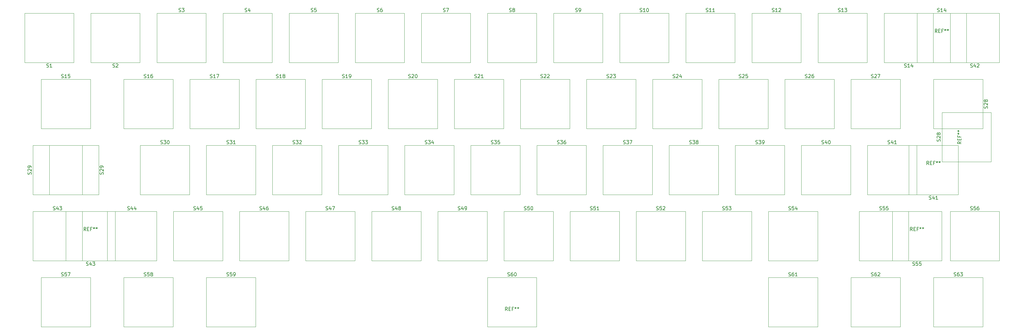
<source format=gbr>
%TF.GenerationSoftware,KiCad,Pcbnew,8.0.4*%
%TF.CreationDate,2024-09-09T16:00:28+08:00*%
%TF.ProjectId,PH60_Rev3,50483630-5f52-4657-9633-2e6b69636164,rev?*%
%TF.SameCoordinates,PX1b40518PY1b40518*%
%TF.FileFunction,Legend,Top*%
%TF.FilePolarity,Positive*%
%FSLAX46Y46*%
G04 Gerber Fmt 4.6, Leading zero omitted, Abs format (unit mm)*
G04 Created by KiCad (PCBNEW 8.0.4) date 2024-09-09 16:00:28*
%MOMM*%
%LPD*%
G01*
G04 APERTURE LIST*
%ADD10C,0.150000*%
%ADD11C,0.120000*%
G04 APERTURE END LIST*
D10*
X141541666Y-88179819D02*
X141208333Y-87703628D01*
X140970238Y-88179819D02*
X140970238Y-87179819D01*
X140970238Y-87179819D02*
X141351190Y-87179819D01*
X141351190Y-87179819D02*
X141446428Y-87227438D01*
X141446428Y-87227438D02*
X141494047Y-87275057D01*
X141494047Y-87275057D02*
X141541666Y-87370295D01*
X141541666Y-87370295D02*
X141541666Y-87513152D01*
X141541666Y-87513152D02*
X141494047Y-87608390D01*
X141494047Y-87608390D02*
X141446428Y-87656009D01*
X141446428Y-87656009D02*
X141351190Y-87703628D01*
X141351190Y-87703628D02*
X140970238Y-87703628D01*
X141970238Y-87656009D02*
X142303571Y-87656009D01*
X142446428Y-88179819D02*
X141970238Y-88179819D01*
X141970238Y-88179819D02*
X141970238Y-87179819D01*
X141970238Y-87179819D02*
X142446428Y-87179819D01*
X143208333Y-87656009D02*
X142875000Y-87656009D01*
X142875000Y-88179819D02*
X142875000Y-87179819D01*
X142875000Y-87179819D02*
X143351190Y-87179819D01*
X143875000Y-87179819D02*
X143875000Y-87417914D01*
X143636905Y-87322676D02*
X143875000Y-87417914D01*
X143875000Y-87417914D02*
X144113095Y-87322676D01*
X143732143Y-87608390D02*
X143875000Y-87417914D01*
X143875000Y-87417914D02*
X144017857Y-87608390D01*
X144636905Y-87179819D02*
X144636905Y-87417914D01*
X144398810Y-87322676D02*
X144636905Y-87417914D01*
X144636905Y-87417914D02*
X144875000Y-87322676D01*
X144494048Y-87608390D02*
X144636905Y-87417914D01*
X144636905Y-87417914D02*
X144779762Y-87608390D01*
X184499405Y-59082200D02*
X184642262Y-59129819D01*
X184642262Y-59129819D02*
X184880357Y-59129819D01*
X184880357Y-59129819D02*
X184975595Y-59082200D01*
X184975595Y-59082200D02*
X185023214Y-59034580D01*
X185023214Y-59034580D02*
X185070833Y-58939342D01*
X185070833Y-58939342D02*
X185070833Y-58844104D01*
X185070833Y-58844104D02*
X185023214Y-58748866D01*
X185023214Y-58748866D02*
X184975595Y-58701247D01*
X184975595Y-58701247D02*
X184880357Y-58653628D01*
X184880357Y-58653628D02*
X184689881Y-58606009D01*
X184689881Y-58606009D02*
X184594643Y-58558390D01*
X184594643Y-58558390D02*
X184547024Y-58510771D01*
X184547024Y-58510771D02*
X184499405Y-58415533D01*
X184499405Y-58415533D02*
X184499405Y-58320295D01*
X184499405Y-58320295D02*
X184547024Y-58225057D01*
X184547024Y-58225057D02*
X184594643Y-58177438D01*
X184594643Y-58177438D02*
X184689881Y-58129819D01*
X184689881Y-58129819D02*
X184927976Y-58129819D01*
X184927976Y-58129819D02*
X185070833Y-58177438D01*
X185975595Y-58129819D02*
X185499405Y-58129819D01*
X185499405Y-58129819D02*
X185451786Y-58606009D01*
X185451786Y-58606009D02*
X185499405Y-58558390D01*
X185499405Y-58558390D02*
X185594643Y-58510771D01*
X185594643Y-58510771D02*
X185832738Y-58510771D01*
X185832738Y-58510771D02*
X185927976Y-58558390D01*
X185927976Y-58558390D02*
X185975595Y-58606009D01*
X185975595Y-58606009D02*
X186023214Y-58701247D01*
X186023214Y-58701247D02*
X186023214Y-58939342D01*
X186023214Y-58939342D02*
X185975595Y-59034580D01*
X185975595Y-59034580D02*
X185927976Y-59082200D01*
X185927976Y-59082200D02*
X185832738Y-59129819D01*
X185832738Y-59129819D02*
X185594643Y-59129819D01*
X185594643Y-59129819D02*
X185499405Y-59082200D01*
X185499405Y-59082200D02*
X185451786Y-59034580D01*
X186404167Y-58225057D02*
X186451786Y-58177438D01*
X186451786Y-58177438D02*
X186547024Y-58129819D01*
X186547024Y-58129819D02*
X186785119Y-58129819D01*
X186785119Y-58129819D02*
X186880357Y-58177438D01*
X186880357Y-58177438D02*
X186927976Y-58225057D01*
X186927976Y-58225057D02*
X186975595Y-58320295D01*
X186975595Y-58320295D02*
X186975595Y-58415533D01*
X186975595Y-58415533D02*
X186927976Y-58558390D01*
X186927976Y-58558390D02*
X186356548Y-59129819D01*
X186356548Y-59129819D02*
X186975595Y-59129819D01*
X36861905Y-20982200D02*
X37004762Y-21029819D01*
X37004762Y-21029819D02*
X37242857Y-21029819D01*
X37242857Y-21029819D02*
X37338095Y-20982200D01*
X37338095Y-20982200D02*
X37385714Y-20934580D01*
X37385714Y-20934580D02*
X37433333Y-20839342D01*
X37433333Y-20839342D02*
X37433333Y-20744104D01*
X37433333Y-20744104D02*
X37385714Y-20648866D01*
X37385714Y-20648866D02*
X37338095Y-20601247D01*
X37338095Y-20601247D02*
X37242857Y-20553628D01*
X37242857Y-20553628D02*
X37052381Y-20506009D01*
X37052381Y-20506009D02*
X36957143Y-20458390D01*
X36957143Y-20458390D02*
X36909524Y-20410771D01*
X36909524Y-20410771D02*
X36861905Y-20315533D01*
X36861905Y-20315533D02*
X36861905Y-20220295D01*
X36861905Y-20220295D02*
X36909524Y-20125057D01*
X36909524Y-20125057D02*
X36957143Y-20077438D01*
X36957143Y-20077438D02*
X37052381Y-20029819D01*
X37052381Y-20029819D02*
X37290476Y-20029819D01*
X37290476Y-20029819D02*
X37433333Y-20077438D01*
X38385714Y-21029819D02*
X37814286Y-21029819D01*
X38100000Y-21029819D02*
X38100000Y-20029819D01*
X38100000Y-20029819D02*
X38004762Y-20172676D01*
X38004762Y-20172676D02*
X37909524Y-20267914D01*
X37909524Y-20267914D02*
X37814286Y-20315533D01*
X39242857Y-20029819D02*
X39052381Y-20029819D01*
X39052381Y-20029819D02*
X38957143Y-20077438D01*
X38957143Y-20077438D02*
X38909524Y-20125057D01*
X38909524Y-20125057D02*
X38814286Y-20267914D01*
X38814286Y-20267914D02*
X38766667Y-20458390D01*
X38766667Y-20458390D02*
X38766667Y-20839342D01*
X38766667Y-20839342D02*
X38814286Y-20934580D01*
X38814286Y-20934580D02*
X38861905Y-20982200D01*
X38861905Y-20982200D02*
X38957143Y-21029819D01*
X38957143Y-21029819D02*
X39147619Y-21029819D01*
X39147619Y-21029819D02*
X39242857Y-20982200D01*
X39242857Y-20982200D02*
X39290476Y-20934580D01*
X39290476Y-20934580D02*
X39338095Y-20839342D01*
X39338095Y-20839342D02*
X39338095Y-20601247D01*
X39338095Y-20601247D02*
X39290476Y-20506009D01*
X39290476Y-20506009D02*
X39242857Y-20458390D01*
X39242857Y-20458390D02*
X39147619Y-20410771D01*
X39147619Y-20410771D02*
X38957143Y-20410771D01*
X38957143Y-20410771D02*
X38861905Y-20458390D01*
X38861905Y-20458390D02*
X38814286Y-20506009D01*
X38814286Y-20506009D02*
X38766667Y-20601247D01*
X4313450Y-48863094D02*
X4361069Y-48720237D01*
X4361069Y-48720237D02*
X4361069Y-48482142D01*
X4361069Y-48482142D02*
X4313450Y-48386904D01*
X4313450Y-48386904D02*
X4265830Y-48339285D01*
X4265830Y-48339285D02*
X4170592Y-48291666D01*
X4170592Y-48291666D02*
X4075354Y-48291666D01*
X4075354Y-48291666D02*
X3980116Y-48339285D01*
X3980116Y-48339285D02*
X3932497Y-48386904D01*
X3932497Y-48386904D02*
X3884878Y-48482142D01*
X3884878Y-48482142D02*
X3837259Y-48672618D01*
X3837259Y-48672618D02*
X3789640Y-48767856D01*
X3789640Y-48767856D02*
X3742021Y-48815475D01*
X3742021Y-48815475D02*
X3646783Y-48863094D01*
X3646783Y-48863094D02*
X3551545Y-48863094D01*
X3551545Y-48863094D02*
X3456307Y-48815475D01*
X3456307Y-48815475D02*
X3408688Y-48767856D01*
X3408688Y-48767856D02*
X3361069Y-48672618D01*
X3361069Y-48672618D02*
X3361069Y-48434523D01*
X3361069Y-48434523D02*
X3408688Y-48291666D01*
X3456307Y-47910713D02*
X3408688Y-47863094D01*
X3408688Y-47863094D02*
X3361069Y-47767856D01*
X3361069Y-47767856D02*
X3361069Y-47529761D01*
X3361069Y-47529761D02*
X3408688Y-47434523D01*
X3408688Y-47434523D02*
X3456307Y-47386904D01*
X3456307Y-47386904D02*
X3551545Y-47339285D01*
X3551545Y-47339285D02*
X3646783Y-47339285D01*
X3646783Y-47339285D02*
X3789640Y-47386904D01*
X3789640Y-47386904D02*
X4361069Y-47958332D01*
X4361069Y-47958332D02*
X4361069Y-47339285D01*
X4361069Y-46863094D02*
X4361069Y-46672618D01*
X4361069Y-46672618D02*
X4313450Y-46577380D01*
X4313450Y-46577380D02*
X4265830Y-46529761D01*
X4265830Y-46529761D02*
X4122973Y-46434523D01*
X4122973Y-46434523D02*
X3932497Y-46386904D01*
X3932497Y-46386904D02*
X3551545Y-46386904D01*
X3551545Y-46386904D02*
X3456307Y-46434523D01*
X3456307Y-46434523D02*
X3408688Y-46482142D01*
X3408688Y-46482142D02*
X3361069Y-46577380D01*
X3361069Y-46577380D02*
X3361069Y-46767856D01*
X3361069Y-46767856D02*
X3408688Y-46863094D01*
X3408688Y-46863094D02*
X3456307Y-46910713D01*
X3456307Y-46910713D02*
X3551545Y-46958332D01*
X3551545Y-46958332D02*
X3789640Y-46958332D01*
X3789640Y-46958332D02*
X3884878Y-46910713D01*
X3884878Y-46910713D02*
X3932497Y-46863094D01*
X3932497Y-46863094D02*
X3980116Y-46767856D01*
X3980116Y-46767856D02*
X3980116Y-46577380D01*
X3980116Y-46577380D02*
X3932497Y-46482142D01*
X3932497Y-46482142D02*
X3884878Y-46434523D01*
X3884878Y-46434523D02*
X3789640Y-46386904D01*
X179736905Y-1932200D02*
X179879762Y-1979819D01*
X179879762Y-1979819D02*
X180117857Y-1979819D01*
X180117857Y-1979819D02*
X180213095Y-1932200D01*
X180213095Y-1932200D02*
X180260714Y-1884580D01*
X180260714Y-1884580D02*
X180308333Y-1789342D01*
X180308333Y-1789342D02*
X180308333Y-1694104D01*
X180308333Y-1694104D02*
X180260714Y-1598866D01*
X180260714Y-1598866D02*
X180213095Y-1551247D01*
X180213095Y-1551247D02*
X180117857Y-1503628D01*
X180117857Y-1503628D02*
X179927381Y-1456009D01*
X179927381Y-1456009D02*
X179832143Y-1408390D01*
X179832143Y-1408390D02*
X179784524Y-1360771D01*
X179784524Y-1360771D02*
X179736905Y-1265533D01*
X179736905Y-1265533D02*
X179736905Y-1170295D01*
X179736905Y-1170295D02*
X179784524Y-1075057D01*
X179784524Y-1075057D02*
X179832143Y-1027438D01*
X179832143Y-1027438D02*
X179927381Y-979819D01*
X179927381Y-979819D02*
X180165476Y-979819D01*
X180165476Y-979819D02*
X180308333Y-1027438D01*
X181260714Y-1979819D02*
X180689286Y-1979819D01*
X180975000Y-1979819D02*
X180975000Y-979819D01*
X180975000Y-979819D02*
X180879762Y-1122676D01*
X180879762Y-1122676D02*
X180784524Y-1217914D01*
X180784524Y-1217914D02*
X180689286Y-1265533D01*
X181879762Y-979819D02*
X181975000Y-979819D01*
X181975000Y-979819D02*
X182070238Y-1027438D01*
X182070238Y-1027438D02*
X182117857Y-1075057D01*
X182117857Y-1075057D02*
X182165476Y-1170295D01*
X182165476Y-1170295D02*
X182213095Y-1360771D01*
X182213095Y-1360771D02*
X182213095Y-1598866D01*
X182213095Y-1598866D02*
X182165476Y-1789342D01*
X182165476Y-1789342D02*
X182117857Y-1884580D01*
X182117857Y-1884580D02*
X182070238Y-1932200D01*
X182070238Y-1932200D02*
X181975000Y-1979819D01*
X181975000Y-1979819D02*
X181879762Y-1979819D01*
X181879762Y-1979819D02*
X181784524Y-1932200D01*
X181784524Y-1932200D02*
X181736905Y-1884580D01*
X181736905Y-1884580D02*
X181689286Y-1789342D01*
X181689286Y-1789342D02*
X181641667Y-1598866D01*
X181641667Y-1598866D02*
X181641667Y-1360771D01*
X181641667Y-1360771D02*
X181689286Y-1170295D01*
X181689286Y-1170295D02*
X181736905Y-1075057D01*
X181736905Y-1075057D02*
X181784524Y-1027438D01*
X181784524Y-1027438D02*
X181879762Y-979819D01*
X265461905Y-1932200D02*
X265604762Y-1979819D01*
X265604762Y-1979819D02*
X265842857Y-1979819D01*
X265842857Y-1979819D02*
X265938095Y-1932200D01*
X265938095Y-1932200D02*
X265985714Y-1884580D01*
X265985714Y-1884580D02*
X266033333Y-1789342D01*
X266033333Y-1789342D02*
X266033333Y-1694104D01*
X266033333Y-1694104D02*
X265985714Y-1598866D01*
X265985714Y-1598866D02*
X265938095Y-1551247D01*
X265938095Y-1551247D02*
X265842857Y-1503628D01*
X265842857Y-1503628D02*
X265652381Y-1456009D01*
X265652381Y-1456009D02*
X265557143Y-1408390D01*
X265557143Y-1408390D02*
X265509524Y-1360771D01*
X265509524Y-1360771D02*
X265461905Y-1265533D01*
X265461905Y-1265533D02*
X265461905Y-1170295D01*
X265461905Y-1170295D02*
X265509524Y-1075057D01*
X265509524Y-1075057D02*
X265557143Y-1027438D01*
X265557143Y-1027438D02*
X265652381Y-979819D01*
X265652381Y-979819D02*
X265890476Y-979819D01*
X265890476Y-979819D02*
X266033333Y-1027438D01*
X266985714Y-1979819D02*
X266414286Y-1979819D01*
X266700000Y-1979819D02*
X266700000Y-979819D01*
X266700000Y-979819D02*
X266604762Y-1122676D01*
X266604762Y-1122676D02*
X266509524Y-1217914D01*
X266509524Y-1217914D02*
X266414286Y-1265533D01*
X267842857Y-1313152D02*
X267842857Y-1979819D01*
X267604762Y-932200D02*
X267366667Y-1646485D01*
X267366667Y-1646485D02*
X267985714Y-1646485D01*
X270224405Y-78132200D02*
X270367262Y-78179819D01*
X270367262Y-78179819D02*
X270605357Y-78179819D01*
X270605357Y-78179819D02*
X270700595Y-78132200D01*
X270700595Y-78132200D02*
X270748214Y-78084580D01*
X270748214Y-78084580D02*
X270795833Y-77989342D01*
X270795833Y-77989342D02*
X270795833Y-77894104D01*
X270795833Y-77894104D02*
X270748214Y-77798866D01*
X270748214Y-77798866D02*
X270700595Y-77751247D01*
X270700595Y-77751247D02*
X270605357Y-77703628D01*
X270605357Y-77703628D02*
X270414881Y-77656009D01*
X270414881Y-77656009D02*
X270319643Y-77608390D01*
X270319643Y-77608390D02*
X270272024Y-77560771D01*
X270272024Y-77560771D02*
X270224405Y-77465533D01*
X270224405Y-77465533D02*
X270224405Y-77370295D01*
X270224405Y-77370295D02*
X270272024Y-77275057D01*
X270272024Y-77275057D02*
X270319643Y-77227438D01*
X270319643Y-77227438D02*
X270414881Y-77179819D01*
X270414881Y-77179819D02*
X270652976Y-77179819D01*
X270652976Y-77179819D02*
X270795833Y-77227438D01*
X271652976Y-77179819D02*
X271462500Y-77179819D01*
X271462500Y-77179819D02*
X271367262Y-77227438D01*
X271367262Y-77227438D02*
X271319643Y-77275057D01*
X271319643Y-77275057D02*
X271224405Y-77417914D01*
X271224405Y-77417914D02*
X271176786Y-77608390D01*
X271176786Y-77608390D02*
X271176786Y-77989342D01*
X271176786Y-77989342D02*
X271224405Y-78084580D01*
X271224405Y-78084580D02*
X271272024Y-78132200D01*
X271272024Y-78132200D02*
X271367262Y-78179819D01*
X271367262Y-78179819D02*
X271557738Y-78179819D01*
X271557738Y-78179819D02*
X271652976Y-78132200D01*
X271652976Y-78132200D02*
X271700595Y-78084580D01*
X271700595Y-78084580D02*
X271748214Y-77989342D01*
X271748214Y-77989342D02*
X271748214Y-77751247D01*
X271748214Y-77751247D02*
X271700595Y-77656009D01*
X271700595Y-77656009D02*
X271652976Y-77608390D01*
X271652976Y-77608390D02*
X271557738Y-77560771D01*
X271557738Y-77560771D02*
X271367262Y-77560771D01*
X271367262Y-77560771D02*
X271272024Y-77608390D01*
X271272024Y-77608390D02*
X271224405Y-77656009D01*
X271224405Y-77656009D02*
X271176786Y-77751247D01*
X272081548Y-77179819D02*
X272700595Y-77179819D01*
X272700595Y-77179819D02*
X272367262Y-77560771D01*
X272367262Y-77560771D02*
X272510119Y-77560771D01*
X272510119Y-77560771D02*
X272605357Y-77608390D01*
X272605357Y-77608390D02*
X272652976Y-77656009D01*
X272652976Y-77656009D02*
X272700595Y-77751247D01*
X272700595Y-77751247D02*
X272700595Y-77989342D01*
X272700595Y-77989342D02*
X272652976Y-78084580D01*
X272652976Y-78084580D02*
X272605357Y-78132200D01*
X272605357Y-78132200D02*
X272510119Y-78179819D01*
X272510119Y-78179819D02*
X272224405Y-78179819D01*
X272224405Y-78179819D02*
X272129167Y-78132200D01*
X272129167Y-78132200D02*
X272081548Y-78084580D01*
X189261905Y-20982200D02*
X189404762Y-21029819D01*
X189404762Y-21029819D02*
X189642857Y-21029819D01*
X189642857Y-21029819D02*
X189738095Y-20982200D01*
X189738095Y-20982200D02*
X189785714Y-20934580D01*
X189785714Y-20934580D02*
X189833333Y-20839342D01*
X189833333Y-20839342D02*
X189833333Y-20744104D01*
X189833333Y-20744104D02*
X189785714Y-20648866D01*
X189785714Y-20648866D02*
X189738095Y-20601247D01*
X189738095Y-20601247D02*
X189642857Y-20553628D01*
X189642857Y-20553628D02*
X189452381Y-20506009D01*
X189452381Y-20506009D02*
X189357143Y-20458390D01*
X189357143Y-20458390D02*
X189309524Y-20410771D01*
X189309524Y-20410771D02*
X189261905Y-20315533D01*
X189261905Y-20315533D02*
X189261905Y-20220295D01*
X189261905Y-20220295D02*
X189309524Y-20125057D01*
X189309524Y-20125057D02*
X189357143Y-20077438D01*
X189357143Y-20077438D02*
X189452381Y-20029819D01*
X189452381Y-20029819D02*
X189690476Y-20029819D01*
X189690476Y-20029819D02*
X189833333Y-20077438D01*
X190214286Y-20125057D02*
X190261905Y-20077438D01*
X190261905Y-20077438D02*
X190357143Y-20029819D01*
X190357143Y-20029819D02*
X190595238Y-20029819D01*
X190595238Y-20029819D02*
X190690476Y-20077438D01*
X190690476Y-20077438D02*
X190738095Y-20125057D01*
X190738095Y-20125057D02*
X190785714Y-20220295D01*
X190785714Y-20220295D02*
X190785714Y-20315533D01*
X190785714Y-20315533D02*
X190738095Y-20458390D01*
X190738095Y-20458390D02*
X190166667Y-21029819D01*
X190166667Y-21029819D02*
X190785714Y-21029819D01*
X191642857Y-20363152D02*
X191642857Y-21029819D01*
X191404762Y-19982200D02*
X191166667Y-20696485D01*
X191166667Y-20696485D02*
X191785714Y-20696485D01*
X222599405Y-78132200D02*
X222742262Y-78179819D01*
X222742262Y-78179819D02*
X222980357Y-78179819D01*
X222980357Y-78179819D02*
X223075595Y-78132200D01*
X223075595Y-78132200D02*
X223123214Y-78084580D01*
X223123214Y-78084580D02*
X223170833Y-77989342D01*
X223170833Y-77989342D02*
X223170833Y-77894104D01*
X223170833Y-77894104D02*
X223123214Y-77798866D01*
X223123214Y-77798866D02*
X223075595Y-77751247D01*
X223075595Y-77751247D02*
X222980357Y-77703628D01*
X222980357Y-77703628D02*
X222789881Y-77656009D01*
X222789881Y-77656009D02*
X222694643Y-77608390D01*
X222694643Y-77608390D02*
X222647024Y-77560771D01*
X222647024Y-77560771D02*
X222599405Y-77465533D01*
X222599405Y-77465533D02*
X222599405Y-77370295D01*
X222599405Y-77370295D02*
X222647024Y-77275057D01*
X222647024Y-77275057D02*
X222694643Y-77227438D01*
X222694643Y-77227438D02*
X222789881Y-77179819D01*
X222789881Y-77179819D02*
X223027976Y-77179819D01*
X223027976Y-77179819D02*
X223170833Y-77227438D01*
X224027976Y-77179819D02*
X223837500Y-77179819D01*
X223837500Y-77179819D02*
X223742262Y-77227438D01*
X223742262Y-77227438D02*
X223694643Y-77275057D01*
X223694643Y-77275057D02*
X223599405Y-77417914D01*
X223599405Y-77417914D02*
X223551786Y-77608390D01*
X223551786Y-77608390D02*
X223551786Y-77989342D01*
X223551786Y-77989342D02*
X223599405Y-78084580D01*
X223599405Y-78084580D02*
X223647024Y-78132200D01*
X223647024Y-78132200D02*
X223742262Y-78179819D01*
X223742262Y-78179819D02*
X223932738Y-78179819D01*
X223932738Y-78179819D02*
X224027976Y-78132200D01*
X224027976Y-78132200D02*
X224075595Y-78084580D01*
X224075595Y-78084580D02*
X224123214Y-77989342D01*
X224123214Y-77989342D02*
X224123214Y-77751247D01*
X224123214Y-77751247D02*
X224075595Y-77656009D01*
X224075595Y-77656009D02*
X224027976Y-77608390D01*
X224027976Y-77608390D02*
X223932738Y-77560771D01*
X223932738Y-77560771D02*
X223742262Y-77560771D01*
X223742262Y-77560771D02*
X223647024Y-77608390D01*
X223647024Y-77608390D02*
X223599405Y-77656009D01*
X223599405Y-77656009D02*
X223551786Y-77751247D01*
X225075595Y-78179819D02*
X224504167Y-78179819D01*
X224789881Y-78179819D02*
X224789881Y-77179819D01*
X224789881Y-77179819D02*
X224694643Y-77322676D01*
X224694643Y-77322676D02*
X224599405Y-77417914D01*
X224599405Y-77417914D02*
X224504167Y-77465533D01*
X89249405Y-59082200D02*
X89392262Y-59129819D01*
X89392262Y-59129819D02*
X89630357Y-59129819D01*
X89630357Y-59129819D02*
X89725595Y-59082200D01*
X89725595Y-59082200D02*
X89773214Y-59034580D01*
X89773214Y-59034580D02*
X89820833Y-58939342D01*
X89820833Y-58939342D02*
X89820833Y-58844104D01*
X89820833Y-58844104D02*
X89773214Y-58748866D01*
X89773214Y-58748866D02*
X89725595Y-58701247D01*
X89725595Y-58701247D02*
X89630357Y-58653628D01*
X89630357Y-58653628D02*
X89439881Y-58606009D01*
X89439881Y-58606009D02*
X89344643Y-58558390D01*
X89344643Y-58558390D02*
X89297024Y-58510771D01*
X89297024Y-58510771D02*
X89249405Y-58415533D01*
X89249405Y-58415533D02*
X89249405Y-58320295D01*
X89249405Y-58320295D02*
X89297024Y-58225057D01*
X89297024Y-58225057D02*
X89344643Y-58177438D01*
X89344643Y-58177438D02*
X89439881Y-58129819D01*
X89439881Y-58129819D02*
X89677976Y-58129819D01*
X89677976Y-58129819D02*
X89820833Y-58177438D01*
X90677976Y-58463152D02*
X90677976Y-59129819D01*
X90439881Y-58082200D02*
X90201786Y-58796485D01*
X90201786Y-58796485D02*
X90820833Y-58796485D01*
X91106548Y-58129819D02*
X91773214Y-58129819D01*
X91773214Y-58129819D02*
X91344643Y-59129819D01*
X263080655Y-56032200D02*
X263223512Y-56079819D01*
X263223512Y-56079819D02*
X263461607Y-56079819D01*
X263461607Y-56079819D02*
X263556845Y-56032200D01*
X263556845Y-56032200D02*
X263604464Y-55984580D01*
X263604464Y-55984580D02*
X263652083Y-55889342D01*
X263652083Y-55889342D02*
X263652083Y-55794104D01*
X263652083Y-55794104D02*
X263604464Y-55698866D01*
X263604464Y-55698866D02*
X263556845Y-55651247D01*
X263556845Y-55651247D02*
X263461607Y-55603628D01*
X263461607Y-55603628D02*
X263271131Y-55556009D01*
X263271131Y-55556009D02*
X263175893Y-55508390D01*
X263175893Y-55508390D02*
X263128274Y-55460771D01*
X263128274Y-55460771D02*
X263080655Y-55365533D01*
X263080655Y-55365533D02*
X263080655Y-55270295D01*
X263080655Y-55270295D02*
X263128274Y-55175057D01*
X263128274Y-55175057D02*
X263175893Y-55127438D01*
X263175893Y-55127438D02*
X263271131Y-55079819D01*
X263271131Y-55079819D02*
X263509226Y-55079819D01*
X263509226Y-55079819D02*
X263652083Y-55127438D01*
X264509226Y-55413152D02*
X264509226Y-56079819D01*
X264271131Y-55032200D02*
X264033036Y-55746485D01*
X264033036Y-55746485D02*
X264652083Y-55746485D01*
X265556845Y-56079819D02*
X264985417Y-56079819D01*
X265271131Y-56079819D02*
X265271131Y-55079819D01*
X265271131Y-55079819D02*
X265175893Y-55222676D01*
X265175893Y-55222676D02*
X265080655Y-55317914D01*
X265080655Y-55317914D02*
X264985417Y-55365533D01*
X41624405Y-40032200D02*
X41767262Y-40079819D01*
X41767262Y-40079819D02*
X42005357Y-40079819D01*
X42005357Y-40079819D02*
X42100595Y-40032200D01*
X42100595Y-40032200D02*
X42148214Y-39984580D01*
X42148214Y-39984580D02*
X42195833Y-39889342D01*
X42195833Y-39889342D02*
X42195833Y-39794104D01*
X42195833Y-39794104D02*
X42148214Y-39698866D01*
X42148214Y-39698866D02*
X42100595Y-39651247D01*
X42100595Y-39651247D02*
X42005357Y-39603628D01*
X42005357Y-39603628D02*
X41814881Y-39556009D01*
X41814881Y-39556009D02*
X41719643Y-39508390D01*
X41719643Y-39508390D02*
X41672024Y-39460771D01*
X41672024Y-39460771D02*
X41624405Y-39365533D01*
X41624405Y-39365533D02*
X41624405Y-39270295D01*
X41624405Y-39270295D02*
X41672024Y-39175057D01*
X41672024Y-39175057D02*
X41719643Y-39127438D01*
X41719643Y-39127438D02*
X41814881Y-39079819D01*
X41814881Y-39079819D02*
X42052976Y-39079819D01*
X42052976Y-39079819D02*
X42195833Y-39127438D01*
X42529167Y-39079819D02*
X43148214Y-39079819D01*
X43148214Y-39079819D02*
X42814881Y-39460771D01*
X42814881Y-39460771D02*
X42957738Y-39460771D01*
X42957738Y-39460771D02*
X43052976Y-39508390D01*
X43052976Y-39508390D02*
X43100595Y-39556009D01*
X43100595Y-39556009D02*
X43148214Y-39651247D01*
X43148214Y-39651247D02*
X43148214Y-39889342D01*
X43148214Y-39889342D02*
X43100595Y-39984580D01*
X43100595Y-39984580D02*
X43052976Y-40032200D01*
X43052976Y-40032200D02*
X42957738Y-40079819D01*
X42957738Y-40079819D02*
X42672024Y-40079819D01*
X42672024Y-40079819D02*
X42576786Y-40032200D01*
X42576786Y-40032200D02*
X42529167Y-39984580D01*
X43767262Y-39079819D02*
X43862500Y-39079819D01*
X43862500Y-39079819D02*
X43957738Y-39127438D01*
X43957738Y-39127438D02*
X44005357Y-39175057D01*
X44005357Y-39175057D02*
X44052976Y-39270295D01*
X44052976Y-39270295D02*
X44100595Y-39460771D01*
X44100595Y-39460771D02*
X44100595Y-39698866D01*
X44100595Y-39698866D02*
X44052976Y-39889342D01*
X44052976Y-39889342D02*
X44005357Y-39984580D01*
X44005357Y-39984580D02*
X43957738Y-40032200D01*
X43957738Y-40032200D02*
X43862500Y-40079819D01*
X43862500Y-40079819D02*
X43767262Y-40079819D01*
X43767262Y-40079819D02*
X43672024Y-40032200D01*
X43672024Y-40032200D02*
X43624405Y-39984580D01*
X43624405Y-39984580D02*
X43576786Y-39889342D01*
X43576786Y-39889342D02*
X43529167Y-39698866D01*
X43529167Y-39698866D02*
X43529167Y-39460771D01*
X43529167Y-39460771D02*
X43576786Y-39270295D01*
X43576786Y-39270295D02*
X43624405Y-39175057D01*
X43624405Y-39175057D02*
X43672024Y-39127438D01*
X43672024Y-39127438D02*
X43767262Y-39079819D01*
X266250950Y-39338094D02*
X266298569Y-39195237D01*
X266298569Y-39195237D02*
X266298569Y-38957142D01*
X266298569Y-38957142D02*
X266250950Y-38861904D01*
X266250950Y-38861904D02*
X266203330Y-38814285D01*
X266203330Y-38814285D02*
X266108092Y-38766666D01*
X266108092Y-38766666D02*
X266012854Y-38766666D01*
X266012854Y-38766666D02*
X265917616Y-38814285D01*
X265917616Y-38814285D02*
X265869997Y-38861904D01*
X265869997Y-38861904D02*
X265822378Y-38957142D01*
X265822378Y-38957142D02*
X265774759Y-39147618D01*
X265774759Y-39147618D02*
X265727140Y-39242856D01*
X265727140Y-39242856D02*
X265679521Y-39290475D01*
X265679521Y-39290475D02*
X265584283Y-39338094D01*
X265584283Y-39338094D02*
X265489045Y-39338094D01*
X265489045Y-39338094D02*
X265393807Y-39290475D01*
X265393807Y-39290475D02*
X265346188Y-39242856D01*
X265346188Y-39242856D02*
X265298569Y-39147618D01*
X265298569Y-39147618D02*
X265298569Y-38909523D01*
X265298569Y-38909523D02*
X265346188Y-38766666D01*
X265393807Y-38385713D02*
X265346188Y-38338094D01*
X265346188Y-38338094D02*
X265298569Y-38242856D01*
X265298569Y-38242856D02*
X265298569Y-38004761D01*
X265298569Y-38004761D02*
X265346188Y-37909523D01*
X265346188Y-37909523D02*
X265393807Y-37861904D01*
X265393807Y-37861904D02*
X265489045Y-37814285D01*
X265489045Y-37814285D02*
X265584283Y-37814285D01*
X265584283Y-37814285D02*
X265727140Y-37861904D01*
X265727140Y-37861904D02*
X266298569Y-38433332D01*
X266298569Y-38433332D02*
X266298569Y-37814285D01*
X265727140Y-37242856D02*
X265679521Y-37338094D01*
X265679521Y-37338094D02*
X265631902Y-37385713D01*
X265631902Y-37385713D02*
X265536664Y-37433332D01*
X265536664Y-37433332D02*
X265489045Y-37433332D01*
X265489045Y-37433332D02*
X265393807Y-37385713D01*
X265393807Y-37385713D02*
X265346188Y-37338094D01*
X265346188Y-37338094D02*
X265298569Y-37242856D01*
X265298569Y-37242856D02*
X265298569Y-37052380D01*
X265298569Y-37052380D02*
X265346188Y-36957142D01*
X265346188Y-36957142D02*
X265393807Y-36909523D01*
X265393807Y-36909523D02*
X265489045Y-36861904D01*
X265489045Y-36861904D02*
X265536664Y-36861904D01*
X265536664Y-36861904D02*
X265631902Y-36909523D01*
X265631902Y-36909523D02*
X265679521Y-36957142D01*
X265679521Y-36957142D02*
X265727140Y-37052380D01*
X265727140Y-37052380D02*
X265727140Y-37242856D01*
X265727140Y-37242856D02*
X265774759Y-37338094D01*
X265774759Y-37338094D02*
X265822378Y-37385713D01*
X265822378Y-37385713D02*
X265917616Y-37433332D01*
X265917616Y-37433332D02*
X266108092Y-37433332D01*
X266108092Y-37433332D02*
X266203330Y-37385713D01*
X266203330Y-37385713D02*
X266250950Y-37338094D01*
X266250950Y-37338094D02*
X266298569Y-37242856D01*
X266298569Y-37242856D02*
X266298569Y-37052380D01*
X266298569Y-37052380D02*
X266250950Y-36957142D01*
X266250950Y-36957142D02*
X266203330Y-36909523D01*
X266203330Y-36909523D02*
X266108092Y-36861904D01*
X266108092Y-36861904D02*
X265917616Y-36861904D01*
X265917616Y-36861904D02*
X265822378Y-36909523D01*
X265822378Y-36909523D02*
X265774759Y-36957142D01*
X265774759Y-36957142D02*
X265727140Y-37052380D01*
X20193155Y-75082200D02*
X20336012Y-75129819D01*
X20336012Y-75129819D02*
X20574107Y-75129819D01*
X20574107Y-75129819D02*
X20669345Y-75082200D01*
X20669345Y-75082200D02*
X20716964Y-75034580D01*
X20716964Y-75034580D02*
X20764583Y-74939342D01*
X20764583Y-74939342D02*
X20764583Y-74844104D01*
X20764583Y-74844104D02*
X20716964Y-74748866D01*
X20716964Y-74748866D02*
X20669345Y-74701247D01*
X20669345Y-74701247D02*
X20574107Y-74653628D01*
X20574107Y-74653628D02*
X20383631Y-74606009D01*
X20383631Y-74606009D02*
X20288393Y-74558390D01*
X20288393Y-74558390D02*
X20240774Y-74510771D01*
X20240774Y-74510771D02*
X20193155Y-74415533D01*
X20193155Y-74415533D02*
X20193155Y-74320295D01*
X20193155Y-74320295D02*
X20240774Y-74225057D01*
X20240774Y-74225057D02*
X20288393Y-74177438D01*
X20288393Y-74177438D02*
X20383631Y-74129819D01*
X20383631Y-74129819D02*
X20621726Y-74129819D01*
X20621726Y-74129819D02*
X20764583Y-74177438D01*
X21621726Y-74463152D02*
X21621726Y-75129819D01*
X21383631Y-74082200D02*
X21145536Y-74796485D01*
X21145536Y-74796485D02*
X21764583Y-74796485D01*
X22050298Y-74129819D02*
X22669345Y-74129819D01*
X22669345Y-74129819D02*
X22336012Y-74510771D01*
X22336012Y-74510771D02*
X22478869Y-74510771D01*
X22478869Y-74510771D02*
X22574107Y-74558390D01*
X22574107Y-74558390D02*
X22621726Y-74606009D01*
X22621726Y-74606009D02*
X22669345Y-74701247D01*
X22669345Y-74701247D02*
X22669345Y-74939342D01*
X22669345Y-74939342D02*
X22621726Y-75034580D01*
X22621726Y-75034580D02*
X22574107Y-75082200D01*
X22574107Y-75082200D02*
X22478869Y-75129819D01*
X22478869Y-75129819D02*
X22193155Y-75129819D01*
X22193155Y-75129819D02*
X22097917Y-75082200D01*
X22097917Y-75082200D02*
X22050298Y-75034580D01*
X98774405Y-40032200D02*
X98917262Y-40079819D01*
X98917262Y-40079819D02*
X99155357Y-40079819D01*
X99155357Y-40079819D02*
X99250595Y-40032200D01*
X99250595Y-40032200D02*
X99298214Y-39984580D01*
X99298214Y-39984580D02*
X99345833Y-39889342D01*
X99345833Y-39889342D02*
X99345833Y-39794104D01*
X99345833Y-39794104D02*
X99298214Y-39698866D01*
X99298214Y-39698866D02*
X99250595Y-39651247D01*
X99250595Y-39651247D02*
X99155357Y-39603628D01*
X99155357Y-39603628D02*
X98964881Y-39556009D01*
X98964881Y-39556009D02*
X98869643Y-39508390D01*
X98869643Y-39508390D02*
X98822024Y-39460771D01*
X98822024Y-39460771D02*
X98774405Y-39365533D01*
X98774405Y-39365533D02*
X98774405Y-39270295D01*
X98774405Y-39270295D02*
X98822024Y-39175057D01*
X98822024Y-39175057D02*
X98869643Y-39127438D01*
X98869643Y-39127438D02*
X98964881Y-39079819D01*
X98964881Y-39079819D02*
X99202976Y-39079819D01*
X99202976Y-39079819D02*
X99345833Y-39127438D01*
X99679167Y-39079819D02*
X100298214Y-39079819D01*
X100298214Y-39079819D02*
X99964881Y-39460771D01*
X99964881Y-39460771D02*
X100107738Y-39460771D01*
X100107738Y-39460771D02*
X100202976Y-39508390D01*
X100202976Y-39508390D02*
X100250595Y-39556009D01*
X100250595Y-39556009D02*
X100298214Y-39651247D01*
X100298214Y-39651247D02*
X100298214Y-39889342D01*
X100298214Y-39889342D02*
X100250595Y-39984580D01*
X100250595Y-39984580D02*
X100202976Y-40032200D01*
X100202976Y-40032200D02*
X100107738Y-40079819D01*
X100107738Y-40079819D02*
X99822024Y-40079819D01*
X99822024Y-40079819D02*
X99726786Y-40032200D01*
X99726786Y-40032200D02*
X99679167Y-39984580D01*
X100631548Y-39079819D02*
X101250595Y-39079819D01*
X101250595Y-39079819D02*
X100917262Y-39460771D01*
X100917262Y-39460771D02*
X101060119Y-39460771D01*
X101060119Y-39460771D02*
X101155357Y-39508390D01*
X101155357Y-39508390D02*
X101202976Y-39556009D01*
X101202976Y-39556009D02*
X101250595Y-39651247D01*
X101250595Y-39651247D02*
X101250595Y-39889342D01*
X101250595Y-39889342D02*
X101202976Y-39984580D01*
X101202976Y-39984580D02*
X101155357Y-40032200D01*
X101155357Y-40032200D02*
X101060119Y-40079819D01*
X101060119Y-40079819D02*
X100774405Y-40079819D01*
X100774405Y-40079819D02*
X100679167Y-40032200D01*
X100679167Y-40032200D02*
X100631548Y-39984580D01*
X123063095Y-1932200D02*
X123205952Y-1979819D01*
X123205952Y-1979819D02*
X123444047Y-1979819D01*
X123444047Y-1979819D02*
X123539285Y-1932200D01*
X123539285Y-1932200D02*
X123586904Y-1884580D01*
X123586904Y-1884580D02*
X123634523Y-1789342D01*
X123634523Y-1789342D02*
X123634523Y-1694104D01*
X123634523Y-1694104D02*
X123586904Y-1598866D01*
X123586904Y-1598866D02*
X123539285Y-1551247D01*
X123539285Y-1551247D02*
X123444047Y-1503628D01*
X123444047Y-1503628D02*
X123253571Y-1456009D01*
X123253571Y-1456009D02*
X123158333Y-1408390D01*
X123158333Y-1408390D02*
X123110714Y-1360771D01*
X123110714Y-1360771D02*
X123063095Y-1265533D01*
X123063095Y-1265533D02*
X123063095Y-1170295D01*
X123063095Y-1170295D02*
X123110714Y-1075057D01*
X123110714Y-1075057D02*
X123158333Y-1027438D01*
X123158333Y-1027438D02*
X123253571Y-979819D01*
X123253571Y-979819D02*
X123491666Y-979819D01*
X123491666Y-979819D02*
X123634523Y-1027438D01*
X123967857Y-979819D02*
X124634523Y-979819D01*
X124634523Y-979819D02*
X124205952Y-1979819D01*
X262985416Y-46079819D02*
X262652083Y-45603628D01*
X262413988Y-46079819D02*
X262413988Y-45079819D01*
X262413988Y-45079819D02*
X262794940Y-45079819D01*
X262794940Y-45079819D02*
X262890178Y-45127438D01*
X262890178Y-45127438D02*
X262937797Y-45175057D01*
X262937797Y-45175057D02*
X262985416Y-45270295D01*
X262985416Y-45270295D02*
X262985416Y-45413152D01*
X262985416Y-45413152D02*
X262937797Y-45508390D01*
X262937797Y-45508390D02*
X262890178Y-45556009D01*
X262890178Y-45556009D02*
X262794940Y-45603628D01*
X262794940Y-45603628D02*
X262413988Y-45603628D01*
X263413988Y-45556009D02*
X263747321Y-45556009D01*
X263890178Y-46079819D02*
X263413988Y-46079819D01*
X263413988Y-46079819D02*
X263413988Y-45079819D01*
X263413988Y-45079819D02*
X263890178Y-45079819D01*
X264652083Y-45556009D02*
X264318750Y-45556009D01*
X264318750Y-46079819D02*
X264318750Y-45079819D01*
X264318750Y-45079819D02*
X264794940Y-45079819D01*
X265318750Y-45079819D02*
X265318750Y-45317914D01*
X265080655Y-45222676D02*
X265318750Y-45317914D01*
X265318750Y-45317914D02*
X265556845Y-45222676D01*
X265175893Y-45508390D02*
X265318750Y-45317914D01*
X265318750Y-45317914D02*
X265461607Y-45508390D01*
X266080655Y-45079819D02*
X266080655Y-45317914D01*
X265842560Y-45222676D02*
X266080655Y-45317914D01*
X266080655Y-45317914D02*
X266318750Y-45222676D01*
X265937798Y-45508390D02*
X266080655Y-45317914D01*
X266080655Y-45317914D02*
X266223512Y-45508390D01*
X170211905Y-20982200D02*
X170354762Y-21029819D01*
X170354762Y-21029819D02*
X170592857Y-21029819D01*
X170592857Y-21029819D02*
X170688095Y-20982200D01*
X170688095Y-20982200D02*
X170735714Y-20934580D01*
X170735714Y-20934580D02*
X170783333Y-20839342D01*
X170783333Y-20839342D02*
X170783333Y-20744104D01*
X170783333Y-20744104D02*
X170735714Y-20648866D01*
X170735714Y-20648866D02*
X170688095Y-20601247D01*
X170688095Y-20601247D02*
X170592857Y-20553628D01*
X170592857Y-20553628D02*
X170402381Y-20506009D01*
X170402381Y-20506009D02*
X170307143Y-20458390D01*
X170307143Y-20458390D02*
X170259524Y-20410771D01*
X170259524Y-20410771D02*
X170211905Y-20315533D01*
X170211905Y-20315533D02*
X170211905Y-20220295D01*
X170211905Y-20220295D02*
X170259524Y-20125057D01*
X170259524Y-20125057D02*
X170307143Y-20077438D01*
X170307143Y-20077438D02*
X170402381Y-20029819D01*
X170402381Y-20029819D02*
X170640476Y-20029819D01*
X170640476Y-20029819D02*
X170783333Y-20077438D01*
X171164286Y-20125057D02*
X171211905Y-20077438D01*
X171211905Y-20077438D02*
X171307143Y-20029819D01*
X171307143Y-20029819D02*
X171545238Y-20029819D01*
X171545238Y-20029819D02*
X171640476Y-20077438D01*
X171640476Y-20077438D02*
X171688095Y-20125057D01*
X171688095Y-20125057D02*
X171735714Y-20220295D01*
X171735714Y-20220295D02*
X171735714Y-20315533D01*
X171735714Y-20315533D02*
X171688095Y-20458390D01*
X171688095Y-20458390D02*
X171116667Y-21029819D01*
X171116667Y-21029819D02*
X171735714Y-21029819D01*
X172069048Y-20029819D02*
X172688095Y-20029819D01*
X172688095Y-20029819D02*
X172354762Y-20410771D01*
X172354762Y-20410771D02*
X172497619Y-20410771D01*
X172497619Y-20410771D02*
X172592857Y-20458390D01*
X172592857Y-20458390D02*
X172640476Y-20506009D01*
X172640476Y-20506009D02*
X172688095Y-20601247D01*
X172688095Y-20601247D02*
X172688095Y-20839342D01*
X172688095Y-20839342D02*
X172640476Y-20934580D01*
X172640476Y-20934580D02*
X172592857Y-20982200D01*
X172592857Y-20982200D02*
X172497619Y-21029819D01*
X172497619Y-21029819D02*
X172211905Y-21029819D01*
X172211905Y-21029819D02*
X172116667Y-20982200D01*
X172116667Y-20982200D02*
X172069048Y-20934580D01*
X227361905Y-20982200D02*
X227504762Y-21029819D01*
X227504762Y-21029819D02*
X227742857Y-21029819D01*
X227742857Y-21029819D02*
X227838095Y-20982200D01*
X227838095Y-20982200D02*
X227885714Y-20934580D01*
X227885714Y-20934580D02*
X227933333Y-20839342D01*
X227933333Y-20839342D02*
X227933333Y-20744104D01*
X227933333Y-20744104D02*
X227885714Y-20648866D01*
X227885714Y-20648866D02*
X227838095Y-20601247D01*
X227838095Y-20601247D02*
X227742857Y-20553628D01*
X227742857Y-20553628D02*
X227552381Y-20506009D01*
X227552381Y-20506009D02*
X227457143Y-20458390D01*
X227457143Y-20458390D02*
X227409524Y-20410771D01*
X227409524Y-20410771D02*
X227361905Y-20315533D01*
X227361905Y-20315533D02*
X227361905Y-20220295D01*
X227361905Y-20220295D02*
X227409524Y-20125057D01*
X227409524Y-20125057D02*
X227457143Y-20077438D01*
X227457143Y-20077438D02*
X227552381Y-20029819D01*
X227552381Y-20029819D02*
X227790476Y-20029819D01*
X227790476Y-20029819D02*
X227933333Y-20077438D01*
X228314286Y-20125057D02*
X228361905Y-20077438D01*
X228361905Y-20077438D02*
X228457143Y-20029819D01*
X228457143Y-20029819D02*
X228695238Y-20029819D01*
X228695238Y-20029819D02*
X228790476Y-20077438D01*
X228790476Y-20077438D02*
X228838095Y-20125057D01*
X228838095Y-20125057D02*
X228885714Y-20220295D01*
X228885714Y-20220295D02*
X228885714Y-20315533D01*
X228885714Y-20315533D02*
X228838095Y-20458390D01*
X228838095Y-20458390D02*
X228266667Y-21029819D01*
X228266667Y-21029819D02*
X228885714Y-21029819D01*
X229742857Y-20029819D02*
X229552381Y-20029819D01*
X229552381Y-20029819D02*
X229457143Y-20077438D01*
X229457143Y-20077438D02*
X229409524Y-20125057D01*
X229409524Y-20125057D02*
X229314286Y-20267914D01*
X229314286Y-20267914D02*
X229266667Y-20458390D01*
X229266667Y-20458390D02*
X229266667Y-20839342D01*
X229266667Y-20839342D02*
X229314286Y-20934580D01*
X229314286Y-20934580D02*
X229361905Y-20982200D01*
X229361905Y-20982200D02*
X229457143Y-21029819D01*
X229457143Y-21029819D02*
X229647619Y-21029819D01*
X229647619Y-21029819D02*
X229742857Y-20982200D01*
X229742857Y-20982200D02*
X229790476Y-20934580D01*
X229790476Y-20934580D02*
X229838095Y-20839342D01*
X229838095Y-20839342D02*
X229838095Y-20601247D01*
X229838095Y-20601247D02*
X229790476Y-20506009D01*
X229790476Y-20506009D02*
X229742857Y-20458390D01*
X229742857Y-20458390D02*
X229647619Y-20410771D01*
X229647619Y-20410771D02*
X229457143Y-20410771D01*
X229457143Y-20410771D02*
X229361905Y-20458390D01*
X229361905Y-20458390D02*
X229314286Y-20506009D01*
X229314286Y-20506009D02*
X229266667Y-20601247D01*
X108299405Y-59082200D02*
X108442262Y-59129819D01*
X108442262Y-59129819D02*
X108680357Y-59129819D01*
X108680357Y-59129819D02*
X108775595Y-59082200D01*
X108775595Y-59082200D02*
X108823214Y-59034580D01*
X108823214Y-59034580D02*
X108870833Y-58939342D01*
X108870833Y-58939342D02*
X108870833Y-58844104D01*
X108870833Y-58844104D02*
X108823214Y-58748866D01*
X108823214Y-58748866D02*
X108775595Y-58701247D01*
X108775595Y-58701247D02*
X108680357Y-58653628D01*
X108680357Y-58653628D02*
X108489881Y-58606009D01*
X108489881Y-58606009D02*
X108394643Y-58558390D01*
X108394643Y-58558390D02*
X108347024Y-58510771D01*
X108347024Y-58510771D02*
X108299405Y-58415533D01*
X108299405Y-58415533D02*
X108299405Y-58320295D01*
X108299405Y-58320295D02*
X108347024Y-58225057D01*
X108347024Y-58225057D02*
X108394643Y-58177438D01*
X108394643Y-58177438D02*
X108489881Y-58129819D01*
X108489881Y-58129819D02*
X108727976Y-58129819D01*
X108727976Y-58129819D02*
X108870833Y-58177438D01*
X109727976Y-58463152D02*
X109727976Y-59129819D01*
X109489881Y-58082200D02*
X109251786Y-58796485D01*
X109251786Y-58796485D02*
X109870833Y-58796485D01*
X110394643Y-58558390D02*
X110299405Y-58510771D01*
X110299405Y-58510771D02*
X110251786Y-58463152D01*
X110251786Y-58463152D02*
X110204167Y-58367914D01*
X110204167Y-58367914D02*
X110204167Y-58320295D01*
X110204167Y-58320295D02*
X110251786Y-58225057D01*
X110251786Y-58225057D02*
X110299405Y-58177438D01*
X110299405Y-58177438D02*
X110394643Y-58129819D01*
X110394643Y-58129819D02*
X110585119Y-58129819D01*
X110585119Y-58129819D02*
X110680357Y-58177438D01*
X110680357Y-58177438D02*
X110727976Y-58225057D01*
X110727976Y-58225057D02*
X110775595Y-58320295D01*
X110775595Y-58320295D02*
X110775595Y-58367914D01*
X110775595Y-58367914D02*
X110727976Y-58463152D01*
X110727976Y-58463152D02*
X110680357Y-58510771D01*
X110680357Y-58510771D02*
X110585119Y-58558390D01*
X110585119Y-58558390D02*
X110394643Y-58558390D01*
X110394643Y-58558390D02*
X110299405Y-58606009D01*
X110299405Y-58606009D02*
X110251786Y-58653628D01*
X110251786Y-58653628D02*
X110204167Y-58748866D01*
X110204167Y-58748866D02*
X110204167Y-58939342D01*
X110204167Y-58939342D02*
X110251786Y-59034580D01*
X110251786Y-59034580D02*
X110299405Y-59082200D01*
X110299405Y-59082200D02*
X110394643Y-59129819D01*
X110394643Y-59129819D02*
X110585119Y-59129819D01*
X110585119Y-59129819D02*
X110680357Y-59082200D01*
X110680357Y-59082200D02*
X110727976Y-59034580D01*
X110727976Y-59034580D02*
X110775595Y-58939342D01*
X110775595Y-58939342D02*
X110775595Y-58748866D01*
X110775595Y-58748866D02*
X110727976Y-58653628D01*
X110727976Y-58653628D02*
X110680357Y-58606009D01*
X110680357Y-58606009D02*
X110585119Y-58558390D01*
X146399405Y-59082200D02*
X146542262Y-59129819D01*
X146542262Y-59129819D02*
X146780357Y-59129819D01*
X146780357Y-59129819D02*
X146875595Y-59082200D01*
X146875595Y-59082200D02*
X146923214Y-59034580D01*
X146923214Y-59034580D02*
X146970833Y-58939342D01*
X146970833Y-58939342D02*
X146970833Y-58844104D01*
X146970833Y-58844104D02*
X146923214Y-58748866D01*
X146923214Y-58748866D02*
X146875595Y-58701247D01*
X146875595Y-58701247D02*
X146780357Y-58653628D01*
X146780357Y-58653628D02*
X146589881Y-58606009D01*
X146589881Y-58606009D02*
X146494643Y-58558390D01*
X146494643Y-58558390D02*
X146447024Y-58510771D01*
X146447024Y-58510771D02*
X146399405Y-58415533D01*
X146399405Y-58415533D02*
X146399405Y-58320295D01*
X146399405Y-58320295D02*
X146447024Y-58225057D01*
X146447024Y-58225057D02*
X146494643Y-58177438D01*
X146494643Y-58177438D02*
X146589881Y-58129819D01*
X146589881Y-58129819D02*
X146827976Y-58129819D01*
X146827976Y-58129819D02*
X146970833Y-58177438D01*
X147875595Y-58129819D02*
X147399405Y-58129819D01*
X147399405Y-58129819D02*
X147351786Y-58606009D01*
X147351786Y-58606009D02*
X147399405Y-58558390D01*
X147399405Y-58558390D02*
X147494643Y-58510771D01*
X147494643Y-58510771D02*
X147732738Y-58510771D01*
X147732738Y-58510771D02*
X147827976Y-58558390D01*
X147827976Y-58558390D02*
X147875595Y-58606009D01*
X147875595Y-58606009D02*
X147923214Y-58701247D01*
X147923214Y-58701247D02*
X147923214Y-58939342D01*
X147923214Y-58939342D02*
X147875595Y-59034580D01*
X147875595Y-59034580D02*
X147827976Y-59082200D01*
X147827976Y-59082200D02*
X147732738Y-59129819D01*
X147732738Y-59129819D02*
X147494643Y-59129819D01*
X147494643Y-59129819D02*
X147399405Y-59082200D01*
X147399405Y-59082200D02*
X147351786Y-59034580D01*
X148542262Y-58129819D02*
X148637500Y-58129819D01*
X148637500Y-58129819D02*
X148732738Y-58177438D01*
X148732738Y-58177438D02*
X148780357Y-58225057D01*
X148780357Y-58225057D02*
X148827976Y-58320295D01*
X148827976Y-58320295D02*
X148875595Y-58510771D01*
X148875595Y-58510771D02*
X148875595Y-58748866D01*
X148875595Y-58748866D02*
X148827976Y-58939342D01*
X148827976Y-58939342D02*
X148780357Y-59034580D01*
X148780357Y-59034580D02*
X148732738Y-59082200D01*
X148732738Y-59082200D02*
X148637500Y-59129819D01*
X148637500Y-59129819D02*
X148542262Y-59129819D01*
X148542262Y-59129819D02*
X148447024Y-59082200D01*
X148447024Y-59082200D02*
X148399405Y-59034580D01*
X148399405Y-59034580D02*
X148351786Y-58939342D01*
X148351786Y-58939342D02*
X148304167Y-58748866D01*
X148304167Y-58748866D02*
X148304167Y-58510771D01*
X148304167Y-58510771D02*
X148351786Y-58320295D01*
X148351786Y-58320295D02*
X148399405Y-58225057D01*
X148399405Y-58225057D02*
X148447024Y-58177438D01*
X148447024Y-58177438D02*
X148542262Y-58129819D01*
X246411905Y-78132200D02*
X246554762Y-78179819D01*
X246554762Y-78179819D02*
X246792857Y-78179819D01*
X246792857Y-78179819D02*
X246888095Y-78132200D01*
X246888095Y-78132200D02*
X246935714Y-78084580D01*
X246935714Y-78084580D02*
X246983333Y-77989342D01*
X246983333Y-77989342D02*
X246983333Y-77894104D01*
X246983333Y-77894104D02*
X246935714Y-77798866D01*
X246935714Y-77798866D02*
X246888095Y-77751247D01*
X246888095Y-77751247D02*
X246792857Y-77703628D01*
X246792857Y-77703628D02*
X246602381Y-77656009D01*
X246602381Y-77656009D02*
X246507143Y-77608390D01*
X246507143Y-77608390D02*
X246459524Y-77560771D01*
X246459524Y-77560771D02*
X246411905Y-77465533D01*
X246411905Y-77465533D02*
X246411905Y-77370295D01*
X246411905Y-77370295D02*
X246459524Y-77275057D01*
X246459524Y-77275057D02*
X246507143Y-77227438D01*
X246507143Y-77227438D02*
X246602381Y-77179819D01*
X246602381Y-77179819D02*
X246840476Y-77179819D01*
X246840476Y-77179819D02*
X246983333Y-77227438D01*
X247840476Y-77179819D02*
X247650000Y-77179819D01*
X247650000Y-77179819D02*
X247554762Y-77227438D01*
X247554762Y-77227438D02*
X247507143Y-77275057D01*
X247507143Y-77275057D02*
X247411905Y-77417914D01*
X247411905Y-77417914D02*
X247364286Y-77608390D01*
X247364286Y-77608390D02*
X247364286Y-77989342D01*
X247364286Y-77989342D02*
X247411905Y-78084580D01*
X247411905Y-78084580D02*
X247459524Y-78132200D01*
X247459524Y-78132200D02*
X247554762Y-78179819D01*
X247554762Y-78179819D02*
X247745238Y-78179819D01*
X247745238Y-78179819D02*
X247840476Y-78132200D01*
X247840476Y-78132200D02*
X247888095Y-78084580D01*
X247888095Y-78084580D02*
X247935714Y-77989342D01*
X247935714Y-77989342D02*
X247935714Y-77751247D01*
X247935714Y-77751247D02*
X247888095Y-77656009D01*
X247888095Y-77656009D02*
X247840476Y-77608390D01*
X247840476Y-77608390D02*
X247745238Y-77560771D01*
X247745238Y-77560771D02*
X247554762Y-77560771D01*
X247554762Y-77560771D02*
X247459524Y-77608390D01*
X247459524Y-77608390D02*
X247411905Y-77656009D01*
X247411905Y-77656009D02*
X247364286Y-77751247D01*
X248316667Y-77275057D02*
X248364286Y-77227438D01*
X248364286Y-77227438D02*
X248459524Y-77179819D01*
X248459524Y-77179819D02*
X248697619Y-77179819D01*
X248697619Y-77179819D02*
X248792857Y-77227438D01*
X248792857Y-77227438D02*
X248840476Y-77275057D01*
X248840476Y-77275057D02*
X248888095Y-77370295D01*
X248888095Y-77370295D02*
X248888095Y-77465533D01*
X248888095Y-77465533D02*
X248840476Y-77608390D01*
X248840476Y-77608390D02*
X248269048Y-78179819D01*
X248269048Y-78179819D02*
X248888095Y-78179819D01*
X248793155Y-59082200D02*
X248936012Y-59129819D01*
X248936012Y-59129819D02*
X249174107Y-59129819D01*
X249174107Y-59129819D02*
X249269345Y-59082200D01*
X249269345Y-59082200D02*
X249316964Y-59034580D01*
X249316964Y-59034580D02*
X249364583Y-58939342D01*
X249364583Y-58939342D02*
X249364583Y-58844104D01*
X249364583Y-58844104D02*
X249316964Y-58748866D01*
X249316964Y-58748866D02*
X249269345Y-58701247D01*
X249269345Y-58701247D02*
X249174107Y-58653628D01*
X249174107Y-58653628D02*
X248983631Y-58606009D01*
X248983631Y-58606009D02*
X248888393Y-58558390D01*
X248888393Y-58558390D02*
X248840774Y-58510771D01*
X248840774Y-58510771D02*
X248793155Y-58415533D01*
X248793155Y-58415533D02*
X248793155Y-58320295D01*
X248793155Y-58320295D02*
X248840774Y-58225057D01*
X248840774Y-58225057D02*
X248888393Y-58177438D01*
X248888393Y-58177438D02*
X248983631Y-58129819D01*
X248983631Y-58129819D02*
X249221726Y-58129819D01*
X249221726Y-58129819D02*
X249364583Y-58177438D01*
X250269345Y-58129819D02*
X249793155Y-58129819D01*
X249793155Y-58129819D02*
X249745536Y-58606009D01*
X249745536Y-58606009D02*
X249793155Y-58558390D01*
X249793155Y-58558390D02*
X249888393Y-58510771D01*
X249888393Y-58510771D02*
X250126488Y-58510771D01*
X250126488Y-58510771D02*
X250221726Y-58558390D01*
X250221726Y-58558390D02*
X250269345Y-58606009D01*
X250269345Y-58606009D02*
X250316964Y-58701247D01*
X250316964Y-58701247D02*
X250316964Y-58939342D01*
X250316964Y-58939342D02*
X250269345Y-59034580D01*
X250269345Y-59034580D02*
X250221726Y-59082200D01*
X250221726Y-59082200D02*
X250126488Y-59129819D01*
X250126488Y-59129819D02*
X249888393Y-59129819D01*
X249888393Y-59129819D02*
X249793155Y-59082200D01*
X249793155Y-59082200D02*
X249745536Y-59034580D01*
X251221726Y-58129819D02*
X250745536Y-58129819D01*
X250745536Y-58129819D02*
X250697917Y-58606009D01*
X250697917Y-58606009D02*
X250745536Y-58558390D01*
X250745536Y-58558390D02*
X250840774Y-58510771D01*
X250840774Y-58510771D02*
X251078869Y-58510771D01*
X251078869Y-58510771D02*
X251174107Y-58558390D01*
X251174107Y-58558390D02*
X251221726Y-58606009D01*
X251221726Y-58606009D02*
X251269345Y-58701247D01*
X251269345Y-58701247D02*
X251269345Y-58939342D01*
X251269345Y-58939342D02*
X251221726Y-59034580D01*
X251221726Y-59034580D02*
X251174107Y-59082200D01*
X251174107Y-59082200D02*
X251078869Y-59129819D01*
X251078869Y-59129819D02*
X250840774Y-59129819D01*
X250840774Y-59129819D02*
X250745536Y-59082200D01*
X250745536Y-59082200D02*
X250697917Y-59034580D01*
X279869700Y-29813094D02*
X279917319Y-29670237D01*
X279917319Y-29670237D02*
X279917319Y-29432142D01*
X279917319Y-29432142D02*
X279869700Y-29336904D01*
X279869700Y-29336904D02*
X279822080Y-29289285D01*
X279822080Y-29289285D02*
X279726842Y-29241666D01*
X279726842Y-29241666D02*
X279631604Y-29241666D01*
X279631604Y-29241666D02*
X279536366Y-29289285D01*
X279536366Y-29289285D02*
X279488747Y-29336904D01*
X279488747Y-29336904D02*
X279441128Y-29432142D01*
X279441128Y-29432142D02*
X279393509Y-29622618D01*
X279393509Y-29622618D02*
X279345890Y-29717856D01*
X279345890Y-29717856D02*
X279298271Y-29765475D01*
X279298271Y-29765475D02*
X279203033Y-29813094D01*
X279203033Y-29813094D02*
X279107795Y-29813094D01*
X279107795Y-29813094D02*
X279012557Y-29765475D01*
X279012557Y-29765475D02*
X278964938Y-29717856D01*
X278964938Y-29717856D02*
X278917319Y-29622618D01*
X278917319Y-29622618D02*
X278917319Y-29384523D01*
X278917319Y-29384523D02*
X278964938Y-29241666D01*
X279012557Y-28860713D02*
X278964938Y-28813094D01*
X278964938Y-28813094D02*
X278917319Y-28717856D01*
X278917319Y-28717856D02*
X278917319Y-28479761D01*
X278917319Y-28479761D02*
X278964938Y-28384523D01*
X278964938Y-28384523D02*
X279012557Y-28336904D01*
X279012557Y-28336904D02*
X279107795Y-28289285D01*
X279107795Y-28289285D02*
X279203033Y-28289285D01*
X279203033Y-28289285D02*
X279345890Y-28336904D01*
X279345890Y-28336904D02*
X279917319Y-28908332D01*
X279917319Y-28908332D02*
X279917319Y-28289285D01*
X279345890Y-27717856D02*
X279298271Y-27813094D01*
X279298271Y-27813094D02*
X279250652Y-27860713D01*
X279250652Y-27860713D02*
X279155414Y-27908332D01*
X279155414Y-27908332D02*
X279107795Y-27908332D01*
X279107795Y-27908332D02*
X279012557Y-27860713D01*
X279012557Y-27860713D02*
X278964938Y-27813094D01*
X278964938Y-27813094D02*
X278917319Y-27717856D01*
X278917319Y-27717856D02*
X278917319Y-27527380D01*
X278917319Y-27527380D02*
X278964938Y-27432142D01*
X278964938Y-27432142D02*
X279012557Y-27384523D01*
X279012557Y-27384523D02*
X279107795Y-27336904D01*
X279107795Y-27336904D02*
X279155414Y-27336904D01*
X279155414Y-27336904D02*
X279250652Y-27384523D01*
X279250652Y-27384523D02*
X279298271Y-27432142D01*
X279298271Y-27432142D02*
X279345890Y-27527380D01*
X279345890Y-27527380D02*
X279345890Y-27717856D01*
X279345890Y-27717856D02*
X279393509Y-27813094D01*
X279393509Y-27813094D02*
X279441128Y-27860713D01*
X279441128Y-27860713D02*
X279536366Y-27908332D01*
X279536366Y-27908332D02*
X279726842Y-27908332D01*
X279726842Y-27908332D02*
X279822080Y-27860713D01*
X279822080Y-27860713D02*
X279869700Y-27813094D01*
X279869700Y-27813094D02*
X279917319Y-27717856D01*
X279917319Y-27717856D02*
X279917319Y-27527380D01*
X279917319Y-27527380D02*
X279869700Y-27432142D01*
X279869700Y-27432142D02*
X279822080Y-27384523D01*
X279822080Y-27384523D02*
X279726842Y-27336904D01*
X279726842Y-27336904D02*
X279536366Y-27336904D01*
X279536366Y-27336904D02*
X279441128Y-27384523D01*
X279441128Y-27384523D02*
X279393509Y-27432142D01*
X279393509Y-27432142D02*
X279345890Y-27527380D01*
X258222916Y-65129819D02*
X257889583Y-64653628D01*
X257651488Y-65129819D02*
X257651488Y-64129819D01*
X257651488Y-64129819D02*
X258032440Y-64129819D01*
X258032440Y-64129819D02*
X258127678Y-64177438D01*
X258127678Y-64177438D02*
X258175297Y-64225057D01*
X258175297Y-64225057D02*
X258222916Y-64320295D01*
X258222916Y-64320295D02*
X258222916Y-64463152D01*
X258222916Y-64463152D02*
X258175297Y-64558390D01*
X258175297Y-64558390D02*
X258127678Y-64606009D01*
X258127678Y-64606009D02*
X258032440Y-64653628D01*
X258032440Y-64653628D02*
X257651488Y-64653628D01*
X258651488Y-64606009D02*
X258984821Y-64606009D01*
X259127678Y-65129819D02*
X258651488Y-65129819D01*
X258651488Y-65129819D02*
X258651488Y-64129819D01*
X258651488Y-64129819D02*
X259127678Y-64129819D01*
X259889583Y-64606009D02*
X259556250Y-64606009D01*
X259556250Y-65129819D02*
X259556250Y-64129819D01*
X259556250Y-64129819D02*
X260032440Y-64129819D01*
X260556250Y-64129819D02*
X260556250Y-64367914D01*
X260318155Y-64272676D02*
X260556250Y-64367914D01*
X260556250Y-64367914D02*
X260794345Y-64272676D01*
X260413393Y-64558390D02*
X260556250Y-64367914D01*
X260556250Y-64367914D02*
X260699107Y-64558390D01*
X261318155Y-64129819D02*
X261318155Y-64367914D01*
X261080060Y-64272676D02*
X261318155Y-64367914D01*
X261318155Y-64367914D02*
X261556250Y-64272676D01*
X261175298Y-64558390D02*
X261318155Y-64367914D01*
X261318155Y-64367914D02*
X261461012Y-64558390D01*
X25075950Y-48863094D02*
X25123569Y-48720237D01*
X25123569Y-48720237D02*
X25123569Y-48482142D01*
X25123569Y-48482142D02*
X25075950Y-48386904D01*
X25075950Y-48386904D02*
X25028330Y-48339285D01*
X25028330Y-48339285D02*
X24933092Y-48291666D01*
X24933092Y-48291666D02*
X24837854Y-48291666D01*
X24837854Y-48291666D02*
X24742616Y-48339285D01*
X24742616Y-48339285D02*
X24694997Y-48386904D01*
X24694997Y-48386904D02*
X24647378Y-48482142D01*
X24647378Y-48482142D02*
X24599759Y-48672618D01*
X24599759Y-48672618D02*
X24552140Y-48767856D01*
X24552140Y-48767856D02*
X24504521Y-48815475D01*
X24504521Y-48815475D02*
X24409283Y-48863094D01*
X24409283Y-48863094D02*
X24314045Y-48863094D01*
X24314045Y-48863094D02*
X24218807Y-48815475D01*
X24218807Y-48815475D02*
X24171188Y-48767856D01*
X24171188Y-48767856D02*
X24123569Y-48672618D01*
X24123569Y-48672618D02*
X24123569Y-48434523D01*
X24123569Y-48434523D02*
X24171188Y-48291666D01*
X24218807Y-47910713D02*
X24171188Y-47863094D01*
X24171188Y-47863094D02*
X24123569Y-47767856D01*
X24123569Y-47767856D02*
X24123569Y-47529761D01*
X24123569Y-47529761D02*
X24171188Y-47434523D01*
X24171188Y-47434523D02*
X24218807Y-47386904D01*
X24218807Y-47386904D02*
X24314045Y-47339285D01*
X24314045Y-47339285D02*
X24409283Y-47339285D01*
X24409283Y-47339285D02*
X24552140Y-47386904D01*
X24552140Y-47386904D02*
X25123569Y-47958332D01*
X25123569Y-47958332D02*
X25123569Y-47339285D01*
X25123569Y-46863094D02*
X25123569Y-46672618D01*
X25123569Y-46672618D02*
X25075950Y-46577380D01*
X25075950Y-46577380D02*
X25028330Y-46529761D01*
X25028330Y-46529761D02*
X24885473Y-46434523D01*
X24885473Y-46434523D02*
X24694997Y-46386904D01*
X24694997Y-46386904D02*
X24314045Y-46386904D01*
X24314045Y-46386904D02*
X24218807Y-46434523D01*
X24218807Y-46434523D02*
X24171188Y-46482142D01*
X24171188Y-46482142D02*
X24123569Y-46577380D01*
X24123569Y-46577380D02*
X24123569Y-46767856D01*
X24123569Y-46767856D02*
X24171188Y-46863094D01*
X24171188Y-46863094D02*
X24218807Y-46910713D01*
X24218807Y-46910713D02*
X24314045Y-46958332D01*
X24314045Y-46958332D02*
X24552140Y-46958332D01*
X24552140Y-46958332D02*
X24647378Y-46910713D01*
X24647378Y-46910713D02*
X24694997Y-46863094D01*
X24694997Y-46863094D02*
X24742616Y-46767856D01*
X24742616Y-46767856D02*
X24742616Y-46577380D01*
X24742616Y-46577380D02*
X24694997Y-46482142D01*
X24694997Y-46482142D02*
X24647378Y-46434523D01*
X24647378Y-46434523D02*
X24552140Y-46386904D01*
X155924405Y-40032200D02*
X156067262Y-40079819D01*
X156067262Y-40079819D02*
X156305357Y-40079819D01*
X156305357Y-40079819D02*
X156400595Y-40032200D01*
X156400595Y-40032200D02*
X156448214Y-39984580D01*
X156448214Y-39984580D02*
X156495833Y-39889342D01*
X156495833Y-39889342D02*
X156495833Y-39794104D01*
X156495833Y-39794104D02*
X156448214Y-39698866D01*
X156448214Y-39698866D02*
X156400595Y-39651247D01*
X156400595Y-39651247D02*
X156305357Y-39603628D01*
X156305357Y-39603628D02*
X156114881Y-39556009D01*
X156114881Y-39556009D02*
X156019643Y-39508390D01*
X156019643Y-39508390D02*
X155972024Y-39460771D01*
X155972024Y-39460771D02*
X155924405Y-39365533D01*
X155924405Y-39365533D02*
X155924405Y-39270295D01*
X155924405Y-39270295D02*
X155972024Y-39175057D01*
X155972024Y-39175057D02*
X156019643Y-39127438D01*
X156019643Y-39127438D02*
X156114881Y-39079819D01*
X156114881Y-39079819D02*
X156352976Y-39079819D01*
X156352976Y-39079819D02*
X156495833Y-39127438D01*
X156829167Y-39079819D02*
X157448214Y-39079819D01*
X157448214Y-39079819D02*
X157114881Y-39460771D01*
X157114881Y-39460771D02*
X157257738Y-39460771D01*
X157257738Y-39460771D02*
X157352976Y-39508390D01*
X157352976Y-39508390D02*
X157400595Y-39556009D01*
X157400595Y-39556009D02*
X157448214Y-39651247D01*
X157448214Y-39651247D02*
X157448214Y-39889342D01*
X157448214Y-39889342D02*
X157400595Y-39984580D01*
X157400595Y-39984580D02*
X157352976Y-40032200D01*
X157352976Y-40032200D02*
X157257738Y-40079819D01*
X157257738Y-40079819D02*
X156972024Y-40079819D01*
X156972024Y-40079819D02*
X156876786Y-40032200D01*
X156876786Y-40032200D02*
X156829167Y-39984580D01*
X158305357Y-39079819D02*
X158114881Y-39079819D01*
X158114881Y-39079819D02*
X158019643Y-39127438D01*
X158019643Y-39127438D02*
X157972024Y-39175057D01*
X157972024Y-39175057D02*
X157876786Y-39317914D01*
X157876786Y-39317914D02*
X157829167Y-39508390D01*
X157829167Y-39508390D02*
X157829167Y-39889342D01*
X157829167Y-39889342D02*
X157876786Y-39984580D01*
X157876786Y-39984580D02*
X157924405Y-40032200D01*
X157924405Y-40032200D02*
X158019643Y-40079819D01*
X158019643Y-40079819D02*
X158210119Y-40079819D01*
X158210119Y-40079819D02*
X158305357Y-40032200D01*
X158305357Y-40032200D02*
X158352976Y-39984580D01*
X158352976Y-39984580D02*
X158400595Y-39889342D01*
X158400595Y-39889342D02*
X158400595Y-39651247D01*
X158400595Y-39651247D02*
X158352976Y-39556009D01*
X158352976Y-39556009D02*
X158305357Y-39508390D01*
X158305357Y-39508390D02*
X158210119Y-39460771D01*
X158210119Y-39460771D02*
X158019643Y-39460771D01*
X158019643Y-39460771D02*
X157924405Y-39508390D01*
X157924405Y-39508390D02*
X157876786Y-39556009D01*
X157876786Y-39556009D02*
X157829167Y-39651247D01*
X265366666Y-7979819D02*
X265033333Y-7503628D01*
X264795238Y-7979819D02*
X264795238Y-6979819D01*
X264795238Y-6979819D02*
X265176190Y-6979819D01*
X265176190Y-6979819D02*
X265271428Y-7027438D01*
X265271428Y-7027438D02*
X265319047Y-7075057D01*
X265319047Y-7075057D02*
X265366666Y-7170295D01*
X265366666Y-7170295D02*
X265366666Y-7313152D01*
X265366666Y-7313152D02*
X265319047Y-7408390D01*
X265319047Y-7408390D02*
X265271428Y-7456009D01*
X265271428Y-7456009D02*
X265176190Y-7503628D01*
X265176190Y-7503628D02*
X264795238Y-7503628D01*
X265795238Y-7456009D02*
X266128571Y-7456009D01*
X266271428Y-7979819D02*
X265795238Y-7979819D01*
X265795238Y-7979819D02*
X265795238Y-6979819D01*
X265795238Y-6979819D02*
X266271428Y-6979819D01*
X267033333Y-7456009D02*
X266700000Y-7456009D01*
X266700000Y-7979819D02*
X266700000Y-6979819D01*
X266700000Y-6979819D02*
X267176190Y-6979819D01*
X267700000Y-6979819D02*
X267700000Y-7217914D01*
X267461905Y-7122676D02*
X267700000Y-7217914D01*
X267700000Y-7217914D02*
X267938095Y-7122676D01*
X267557143Y-7408390D02*
X267700000Y-7217914D01*
X267700000Y-7217914D02*
X267842857Y-7408390D01*
X268461905Y-6979819D02*
X268461905Y-7217914D01*
X268223810Y-7122676D02*
X268461905Y-7217914D01*
X268461905Y-7217914D02*
X268700000Y-7122676D01*
X268319048Y-7408390D02*
X268461905Y-7217914D01*
X268461905Y-7217914D02*
X268604762Y-7408390D01*
X203549405Y-59082200D02*
X203692262Y-59129819D01*
X203692262Y-59129819D02*
X203930357Y-59129819D01*
X203930357Y-59129819D02*
X204025595Y-59082200D01*
X204025595Y-59082200D02*
X204073214Y-59034580D01*
X204073214Y-59034580D02*
X204120833Y-58939342D01*
X204120833Y-58939342D02*
X204120833Y-58844104D01*
X204120833Y-58844104D02*
X204073214Y-58748866D01*
X204073214Y-58748866D02*
X204025595Y-58701247D01*
X204025595Y-58701247D02*
X203930357Y-58653628D01*
X203930357Y-58653628D02*
X203739881Y-58606009D01*
X203739881Y-58606009D02*
X203644643Y-58558390D01*
X203644643Y-58558390D02*
X203597024Y-58510771D01*
X203597024Y-58510771D02*
X203549405Y-58415533D01*
X203549405Y-58415533D02*
X203549405Y-58320295D01*
X203549405Y-58320295D02*
X203597024Y-58225057D01*
X203597024Y-58225057D02*
X203644643Y-58177438D01*
X203644643Y-58177438D02*
X203739881Y-58129819D01*
X203739881Y-58129819D02*
X203977976Y-58129819D01*
X203977976Y-58129819D02*
X204120833Y-58177438D01*
X205025595Y-58129819D02*
X204549405Y-58129819D01*
X204549405Y-58129819D02*
X204501786Y-58606009D01*
X204501786Y-58606009D02*
X204549405Y-58558390D01*
X204549405Y-58558390D02*
X204644643Y-58510771D01*
X204644643Y-58510771D02*
X204882738Y-58510771D01*
X204882738Y-58510771D02*
X204977976Y-58558390D01*
X204977976Y-58558390D02*
X205025595Y-58606009D01*
X205025595Y-58606009D02*
X205073214Y-58701247D01*
X205073214Y-58701247D02*
X205073214Y-58939342D01*
X205073214Y-58939342D02*
X205025595Y-59034580D01*
X205025595Y-59034580D02*
X204977976Y-59082200D01*
X204977976Y-59082200D02*
X204882738Y-59129819D01*
X204882738Y-59129819D02*
X204644643Y-59129819D01*
X204644643Y-59129819D02*
X204549405Y-59082200D01*
X204549405Y-59082200D02*
X204501786Y-59034580D01*
X205406548Y-58129819D02*
X206025595Y-58129819D01*
X206025595Y-58129819D02*
X205692262Y-58510771D01*
X205692262Y-58510771D02*
X205835119Y-58510771D01*
X205835119Y-58510771D02*
X205930357Y-58558390D01*
X205930357Y-58558390D02*
X205977976Y-58606009D01*
X205977976Y-58606009D02*
X206025595Y-58701247D01*
X206025595Y-58701247D02*
X206025595Y-58939342D01*
X206025595Y-58939342D02*
X205977976Y-59034580D01*
X205977976Y-59034580D02*
X205930357Y-59082200D01*
X205930357Y-59082200D02*
X205835119Y-59129819D01*
X205835119Y-59129819D02*
X205549405Y-59129819D01*
X205549405Y-59129819D02*
X205454167Y-59082200D01*
X205454167Y-59082200D02*
X205406548Y-59034580D01*
X65913095Y-1932200D02*
X66055952Y-1979819D01*
X66055952Y-1979819D02*
X66294047Y-1979819D01*
X66294047Y-1979819D02*
X66389285Y-1932200D01*
X66389285Y-1932200D02*
X66436904Y-1884580D01*
X66436904Y-1884580D02*
X66484523Y-1789342D01*
X66484523Y-1789342D02*
X66484523Y-1694104D01*
X66484523Y-1694104D02*
X66436904Y-1598866D01*
X66436904Y-1598866D02*
X66389285Y-1551247D01*
X66389285Y-1551247D02*
X66294047Y-1503628D01*
X66294047Y-1503628D02*
X66103571Y-1456009D01*
X66103571Y-1456009D02*
X66008333Y-1408390D01*
X66008333Y-1408390D02*
X65960714Y-1360771D01*
X65960714Y-1360771D02*
X65913095Y-1265533D01*
X65913095Y-1265533D02*
X65913095Y-1170295D01*
X65913095Y-1170295D02*
X65960714Y-1075057D01*
X65960714Y-1075057D02*
X66008333Y-1027438D01*
X66008333Y-1027438D02*
X66103571Y-979819D01*
X66103571Y-979819D02*
X66341666Y-979819D01*
X66341666Y-979819D02*
X66484523Y-1027438D01*
X67341666Y-1313152D02*
X67341666Y-1979819D01*
X67103571Y-932200D02*
X66865476Y-1646485D01*
X66865476Y-1646485D02*
X67484523Y-1646485D01*
X198786905Y-1932200D02*
X198929762Y-1979819D01*
X198929762Y-1979819D02*
X199167857Y-1979819D01*
X199167857Y-1979819D02*
X199263095Y-1932200D01*
X199263095Y-1932200D02*
X199310714Y-1884580D01*
X199310714Y-1884580D02*
X199358333Y-1789342D01*
X199358333Y-1789342D02*
X199358333Y-1694104D01*
X199358333Y-1694104D02*
X199310714Y-1598866D01*
X199310714Y-1598866D02*
X199263095Y-1551247D01*
X199263095Y-1551247D02*
X199167857Y-1503628D01*
X199167857Y-1503628D02*
X198977381Y-1456009D01*
X198977381Y-1456009D02*
X198882143Y-1408390D01*
X198882143Y-1408390D02*
X198834524Y-1360771D01*
X198834524Y-1360771D02*
X198786905Y-1265533D01*
X198786905Y-1265533D02*
X198786905Y-1170295D01*
X198786905Y-1170295D02*
X198834524Y-1075057D01*
X198834524Y-1075057D02*
X198882143Y-1027438D01*
X198882143Y-1027438D02*
X198977381Y-979819D01*
X198977381Y-979819D02*
X199215476Y-979819D01*
X199215476Y-979819D02*
X199358333Y-1027438D01*
X200310714Y-1979819D02*
X199739286Y-1979819D01*
X200025000Y-1979819D02*
X200025000Y-979819D01*
X200025000Y-979819D02*
X199929762Y-1122676D01*
X199929762Y-1122676D02*
X199834524Y-1217914D01*
X199834524Y-1217914D02*
X199739286Y-1265533D01*
X201263095Y-1979819D02*
X200691667Y-1979819D01*
X200977381Y-1979819D02*
X200977381Y-979819D01*
X200977381Y-979819D02*
X200882143Y-1122676D01*
X200882143Y-1122676D02*
X200786905Y-1217914D01*
X200786905Y-1217914D02*
X200691667Y-1265533D01*
X46863095Y-1932200D02*
X47005952Y-1979819D01*
X47005952Y-1979819D02*
X47244047Y-1979819D01*
X47244047Y-1979819D02*
X47339285Y-1932200D01*
X47339285Y-1932200D02*
X47386904Y-1884580D01*
X47386904Y-1884580D02*
X47434523Y-1789342D01*
X47434523Y-1789342D02*
X47434523Y-1694104D01*
X47434523Y-1694104D02*
X47386904Y-1598866D01*
X47386904Y-1598866D02*
X47339285Y-1551247D01*
X47339285Y-1551247D02*
X47244047Y-1503628D01*
X47244047Y-1503628D02*
X47053571Y-1456009D01*
X47053571Y-1456009D02*
X46958333Y-1408390D01*
X46958333Y-1408390D02*
X46910714Y-1360771D01*
X46910714Y-1360771D02*
X46863095Y-1265533D01*
X46863095Y-1265533D02*
X46863095Y-1170295D01*
X46863095Y-1170295D02*
X46910714Y-1075057D01*
X46910714Y-1075057D02*
X46958333Y-1027438D01*
X46958333Y-1027438D02*
X47053571Y-979819D01*
X47053571Y-979819D02*
X47291666Y-979819D01*
X47291666Y-979819D02*
X47434523Y-1027438D01*
X47767857Y-979819D02*
X48386904Y-979819D01*
X48386904Y-979819D02*
X48053571Y-1360771D01*
X48053571Y-1360771D02*
X48196428Y-1360771D01*
X48196428Y-1360771D02*
X48291666Y-1408390D01*
X48291666Y-1408390D02*
X48339285Y-1456009D01*
X48339285Y-1456009D02*
X48386904Y-1551247D01*
X48386904Y-1551247D02*
X48386904Y-1789342D01*
X48386904Y-1789342D02*
X48339285Y-1884580D01*
X48339285Y-1884580D02*
X48291666Y-1932200D01*
X48291666Y-1932200D02*
X48196428Y-1979819D01*
X48196428Y-1979819D02*
X47910714Y-1979819D01*
X47910714Y-1979819D02*
X47815476Y-1932200D01*
X47815476Y-1932200D02*
X47767857Y-1884580D01*
X174974405Y-40032200D02*
X175117262Y-40079819D01*
X175117262Y-40079819D02*
X175355357Y-40079819D01*
X175355357Y-40079819D02*
X175450595Y-40032200D01*
X175450595Y-40032200D02*
X175498214Y-39984580D01*
X175498214Y-39984580D02*
X175545833Y-39889342D01*
X175545833Y-39889342D02*
X175545833Y-39794104D01*
X175545833Y-39794104D02*
X175498214Y-39698866D01*
X175498214Y-39698866D02*
X175450595Y-39651247D01*
X175450595Y-39651247D02*
X175355357Y-39603628D01*
X175355357Y-39603628D02*
X175164881Y-39556009D01*
X175164881Y-39556009D02*
X175069643Y-39508390D01*
X175069643Y-39508390D02*
X175022024Y-39460771D01*
X175022024Y-39460771D02*
X174974405Y-39365533D01*
X174974405Y-39365533D02*
X174974405Y-39270295D01*
X174974405Y-39270295D02*
X175022024Y-39175057D01*
X175022024Y-39175057D02*
X175069643Y-39127438D01*
X175069643Y-39127438D02*
X175164881Y-39079819D01*
X175164881Y-39079819D02*
X175402976Y-39079819D01*
X175402976Y-39079819D02*
X175545833Y-39127438D01*
X175879167Y-39079819D02*
X176498214Y-39079819D01*
X176498214Y-39079819D02*
X176164881Y-39460771D01*
X176164881Y-39460771D02*
X176307738Y-39460771D01*
X176307738Y-39460771D02*
X176402976Y-39508390D01*
X176402976Y-39508390D02*
X176450595Y-39556009D01*
X176450595Y-39556009D02*
X176498214Y-39651247D01*
X176498214Y-39651247D02*
X176498214Y-39889342D01*
X176498214Y-39889342D02*
X176450595Y-39984580D01*
X176450595Y-39984580D02*
X176402976Y-40032200D01*
X176402976Y-40032200D02*
X176307738Y-40079819D01*
X176307738Y-40079819D02*
X176022024Y-40079819D01*
X176022024Y-40079819D02*
X175926786Y-40032200D01*
X175926786Y-40032200D02*
X175879167Y-39984580D01*
X176831548Y-39079819D02*
X177498214Y-39079819D01*
X177498214Y-39079819D02*
X177069643Y-40079819D01*
X246411905Y-20982200D02*
X246554762Y-21029819D01*
X246554762Y-21029819D02*
X246792857Y-21029819D01*
X246792857Y-21029819D02*
X246888095Y-20982200D01*
X246888095Y-20982200D02*
X246935714Y-20934580D01*
X246935714Y-20934580D02*
X246983333Y-20839342D01*
X246983333Y-20839342D02*
X246983333Y-20744104D01*
X246983333Y-20744104D02*
X246935714Y-20648866D01*
X246935714Y-20648866D02*
X246888095Y-20601247D01*
X246888095Y-20601247D02*
X246792857Y-20553628D01*
X246792857Y-20553628D02*
X246602381Y-20506009D01*
X246602381Y-20506009D02*
X246507143Y-20458390D01*
X246507143Y-20458390D02*
X246459524Y-20410771D01*
X246459524Y-20410771D02*
X246411905Y-20315533D01*
X246411905Y-20315533D02*
X246411905Y-20220295D01*
X246411905Y-20220295D02*
X246459524Y-20125057D01*
X246459524Y-20125057D02*
X246507143Y-20077438D01*
X246507143Y-20077438D02*
X246602381Y-20029819D01*
X246602381Y-20029819D02*
X246840476Y-20029819D01*
X246840476Y-20029819D02*
X246983333Y-20077438D01*
X247364286Y-20125057D02*
X247411905Y-20077438D01*
X247411905Y-20077438D02*
X247507143Y-20029819D01*
X247507143Y-20029819D02*
X247745238Y-20029819D01*
X247745238Y-20029819D02*
X247840476Y-20077438D01*
X247840476Y-20077438D02*
X247888095Y-20125057D01*
X247888095Y-20125057D02*
X247935714Y-20220295D01*
X247935714Y-20220295D02*
X247935714Y-20315533D01*
X247935714Y-20315533D02*
X247888095Y-20458390D01*
X247888095Y-20458390D02*
X247316667Y-21029819D01*
X247316667Y-21029819D02*
X247935714Y-21029819D01*
X248269048Y-20029819D02*
X248935714Y-20029819D01*
X248935714Y-20029819D02*
X248507143Y-21029819D01*
X236886905Y-1932200D02*
X237029762Y-1979819D01*
X237029762Y-1979819D02*
X237267857Y-1979819D01*
X237267857Y-1979819D02*
X237363095Y-1932200D01*
X237363095Y-1932200D02*
X237410714Y-1884580D01*
X237410714Y-1884580D02*
X237458333Y-1789342D01*
X237458333Y-1789342D02*
X237458333Y-1694104D01*
X237458333Y-1694104D02*
X237410714Y-1598866D01*
X237410714Y-1598866D02*
X237363095Y-1551247D01*
X237363095Y-1551247D02*
X237267857Y-1503628D01*
X237267857Y-1503628D02*
X237077381Y-1456009D01*
X237077381Y-1456009D02*
X236982143Y-1408390D01*
X236982143Y-1408390D02*
X236934524Y-1360771D01*
X236934524Y-1360771D02*
X236886905Y-1265533D01*
X236886905Y-1265533D02*
X236886905Y-1170295D01*
X236886905Y-1170295D02*
X236934524Y-1075057D01*
X236934524Y-1075057D02*
X236982143Y-1027438D01*
X236982143Y-1027438D02*
X237077381Y-979819D01*
X237077381Y-979819D02*
X237315476Y-979819D01*
X237315476Y-979819D02*
X237458333Y-1027438D01*
X238410714Y-1979819D02*
X237839286Y-1979819D01*
X238125000Y-1979819D02*
X238125000Y-979819D01*
X238125000Y-979819D02*
X238029762Y-1122676D01*
X238029762Y-1122676D02*
X237934524Y-1217914D01*
X237934524Y-1217914D02*
X237839286Y-1265533D01*
X238744048Y-979819D02*
X239363095Y-979819D01*
X239363095Y-979819D02*
X239029762Y-1360771D01*
X239029762Y-1360771D02*
X239172619Y-1360771D01*
X239172619Y-1360771D02*
X239267857Y-1408390D01*
X239267857Y-1408390D02*
X239315476Y-1456009D01*
X239315476Y-1456009D02*
X239363095Y-1551247D01*
X239363095Y-1551247D02*
X239363095Y-1789342D01*
X239363095Y-1789342D02*
X239315476Y-1884580D01*
X239315476Y-1884580D02*
X239267857Y-1932200D01*
X239267857Y-1932200D02*
X239172619Y-1979819D01*
X239172619Y-1979819D02*
X238886905Y-1979819D01*
X238886905Y-1979819D02*
X238791667Y-1932200D01*
X238791667Y-1932200D02*
X238744048Y-1884580D01*
X127349405Y-59082200D02*
X127492262Y-59129819D01*
X127492262Y-59129819D02*
X127730357Y-59129819D01*
X127730357Y-59129819D02*
X127825595Y-59082200D01*
X127825595Y-59082200D02*
X127873214Y-59034580D01*
X127873214Y-59034580D02*
X127920833Y-58939342D01*
X127920833Y-58939342D02*
X127920833Y-58844104D01*
X127920833Y-58844104D02*
X127873214Y-58748866D01*
X127873214Y-58748866D02*
X127825595Y-58701247D01*
X127825595Y-58701247D02*
X127730357Y-58653628D01*
X127730357Y-58653628D02*
X127539881Y-58606009D01*
X127539881Y-58606009D02*
X127444643Y-58558390D01*
X127444643Y-58558390D02*
X127397024Y-58510771D01*
X127397024Y-58510771D02*
X127349405Y-58415533D01*
X127349405Y-58415533D02*
X127349405Y-58320295D01*
X127349405Y-58320295D02*
X127397024Y-58225057D01*
X127397024Y-58225057D02*
X127444643Y-58177438D01*
X127444643Y-58177438D02*
X127539881Y-58129819D01*
X127539881Y-58129819D02*
X127777976Y-58129819D01*
X127777976Y-58129819D02*
X127920833Y-58177438D01*
X128777976Y-58463152D02*
X128777976Y-59129819D01*
X128539881Y-58082200D02*
X128301786Y-58796485D01*
X128301786Y-58796485D02*
X128920833Y-58796485D01*
X129349405Y-59129819D02*
X129539881Y-59129819D01*
X129539881Y-59129819D02*
X129635119Y-59082200D01*
X129635119Y-59082200D02*
X129682738Y-59034580D01*
X129682738Y-59034580D02*
X129777976Y-58891723D01*
X129777976Y-58891723D02*
X129825595Y-58701247D01*
X129825595Y-58701247D02*
X129825595Y-58320295D01*
X129825595Y-58320295D02*
X129777976Y-58225057D01*
X129777976Y-58225057D02*
X129730357Y-58177438D01*
X129730357Y-58177438D02*
X129635119Y-58129819D01*
X129635119Y-58129819D02*
X129444643Y-58129819D01*
X129444643Y-58129819D02*
X129349405Y-58177438D01*
X129349405Y-58177438D02*
X129301786Y-58225057D01*
X129301786Y-58225057D02*
X129254167Y-58320295D01*
X129254167Y-58320295D02*
X129254167Y-58558390D01*
X129254167Y-58558390D02*
X129301786Y-58653628D01*
X129301786Y-58653628D02*
X129349405Y-58701247D01*
X129349405Y-58701247D02*
X129444643Y-58748866D01*
X129444643Y-58748866D02*
X129635119Y-58748866D01*
X129635119Y-58748866D02*
X129730357Y-58701247D01*
X129730357Y-58701247D02*
X129777976Y-58653628D01*
X129777976Y-58653628D02*
X129825595Y-58558390D01*
X20097916Y-65129819D02*
X19764583Y-64653628D01*
X19526488Y-65129819D02*
X19526488Y-64129819D01*
X19526488Y-64129819D02*
X19907440Y-64129819D01*
X19907440Y-64129819D02*
X20002678Y-64177438D01*
X20002678Y-64177438D02*
X20050297Y-64225057D01*
X20050297Y-64225057D02*
X20097916Y-64320295D01*
X20097916Y-64320295D02*
X20097916Y-64463152D01*
X20097916Y-64463152D02*
X20050297Y-64558390D01*
X20050297Y-64558390D02*
X20002678Y-64606009D01*
X20002678Y-64606009D02*
X19907440Y-64653628D01*
X19907440Y-64653628D02*
X19526488Y-64653628D01*
X20526488Y-64606009D02*
X20859821Y-64606009D01*
X21002678Y-65129819D02*
X20526488Y-65129819D01*
X20526488Y-65129819D02*
X20526488Y-64129819D01*
X20526488Y-64129819D02*
X21002678Y-64129819D01*
X21764583Y-64606009D02*
X21431250Y-64606009D01*
X21431250Y-65129819D02*
X21431250Y-64129819D01*
X21431250Y-64129819D02*
X21907440Y-64129819D01*
X22431250Y-64129819D02*
X22431250Y-64367914D01*
X22193155Y-64272676D02*
X22431250Y-64367914D01*
X22431250Y-64367914D02*
X22669345Y-64272676D01*
X22288393Y-64558390D02*
X22431250Y-64367914D01*
X22431250Y-64367914D02*
X22574107Y-64558390D01*
X23193155Y-64129819D02*
X23193155Y-64367914D01*
X22955060Y-64272676D02*
X23193155Y-64367914D01*
X23193155Y-64367914D02*
X23431250Y-64272676D01*
X23050298Y-64558390D02*
X23193155Y-64367914D01*
X23193155Y-64367914D02*
X23336012Y-64558390D01*
X194024405Y-40032200D02*
X194167262Y-40079819D01*
X194167262Y-40079819D02*
X194405357Y-40079819D01*
X194405357Y-40079819D02*
X194500595Y-40032200D01*
X194500595Y-40032200D02*
X194548214Y-39984580D01*
X194548214Y-39984580D02*
X194595833Y-39889342D01*
X194595833Y-39889342D02*
X194595833Y-39794104D01*
X194595833Y-39794104D02*
X194548214Y-39698866D01*
X194548214Y-39698866D02*
X194500595Y-39651247D01*
X194500595Y-39651247D02*
X194405357Y-39603628D01*
X194405357Y-39603628D02*
X194214881Y-39556009D01*
X194214881Y-39556009D02*
X194119643Y-39508390D01*
X194119643Y-39508390D02*
X194072024Y-39460771D01*
X194072024Y-39460771D02*
X194024405Y-39365533D01*
X194024405Y-39365533D02*
X194024405Y-39270295D01*
X194024405Y-39270295D02*
X194072024Y-39175057D01*
X194072024Y-39175057D02*
X194119643Y-39127438D01*
X194119643Y-39127438D02*
X194214881Y-39079819D01*
X194214881Y-39079819D02*
X194452976Y-39079819D01*
X194452976Y-39079819D02*
X194595833Y-39127438D01*
X194929167Y-39079819D02*
X195548214Y-39079819D01*
X195548214Y-39079819D02*
X195214881Y-39460771D01*
X195214881Y-39460771D02*
X195357738Y-39460771D01*
X195357738Y-39460771D02*
X195452976Y-39508390D01*
X195452976Y-39508390D02*
X195500595Y-39556009D01*
X195500595Y-39556009D02*
X195548214Y-39651247D01*
X195548214Y-39651247D02*
X195548214Y-39889342D01*
X195548214Y-39889342D02*
X195500595Y-39984580D01*
X195500595Y-39984580D02*
X195452976Y-40032200D01*
X195452976Y-40032200D02*
X195357738Y-40079819D01*
X195357738Y-40079819D02*
X195072024Y-40079819D01*
X195072024Y-40079819D02*
X194976786Y-40032200D01*
X194976786Y-40032200D02*
X194929167Y-39984580D01*
X196119643Y-39508390D02*
X196024405Y-39460771D01*
X196024405Y-39460771D02*
X195976786Y-39413152D01*
X195976786Y-39413152D02*
X195929167Y-39317914D01*
X195929167Y-39317914D02*
X195929167Y-39270295D01*
X195929167Y-39270295D02*
X195976786Y-39175057D01*
X195976786Y-39175057D02*
X196024405Y-39127438D01*
X196024405Y-39127438D02*
X196119643Y-39079819D01*
X196119643Y-39079819D02*
X196310119Y-39079819D01*
X196310119Y-39079819D02*
X196405357Y-39127438D01*
X196405357Y-39127438D02*
X196452976Y-39175057D01*
X196452976Y-39175057D02*
X196500595Y-39270295D01*
X196500595Y-39270295D02*
X196500595Y-39317914D01*
X196500595Y-39317914D02*
X196452976Y-39413152D01*
X196452976Y-39413152D02*
X196405357Y-39460771D01*
X196405357Y-39460771D02*
X196310119Y-39508390D01*
X196310119Y-39508390D02*
X196119643Y-39508390D01*
X196119643Y-39508390D02*
X196024405Y-39556009D01*
X196024405Y-39556009D02*
X195976786Y-39603628D01*
X195976786Y-39603628D02*
X195929167Y-39698866D01*
X195929167Y-39698866D02*
X195929167Y-39889342D01*
X195929167Y-39889342D02*
X195976786Y-39984580D01*
X195976786Y-39984580D02*
X196024405Y-40032200D01*
X196024405Y-40032200D02*
X196119643Y-40079819D01*
X196119643Y-40079819D02*
X196310119Y-40079819D01*
X196310119Y-40079819D02*
X196405357Y-40032200D01*
X196405357Y-40032200D02*
X196452976Y-39984580D01*
X196452976Y-39984580D02*
X196500595Y-39889342D01*
X196500595Y-39889342D02*
X196500595Y-39698866D01*
X196500595Y-39698866D02*
X196452976Y-39603628D01*
X196452976Y-39603628D02*
X196405357Y-39556009D01*
X196405357Y-39556009D02*
X196310119Y-39508390D01*
X84963095Y-1932200D02*
X85105952Y-1979819D01*
X85105952Y-1979819D02*
X85344047Y-1979819D01*
X85344047Y-1979819D02*
X85439285Y-1932200D01*
X85439285Y-1932200D02*
X85486904Y-1884580D01*
X85486904Y-1884580D02*
X85534523Y-1789342D01*
X85534523Y-1789342D02*
X85534523Y-1694104D01*
X85534523Y-1694104D02*
X85486904Y-1598866D01*
X85486904Y-1598866D02*
X85439285Y-1551247D01*
X85439285Y-1551247D02*
X85344047Y-1503628D01*
X85344047Y-1503628D02*
X85153571Y-1456009D01*
X85153571Y-1456009D02*
X85058333Y-1408390D01*
X85058333Y-1408390D02*
X85010714Y-1360771D01*
X85010714Y-1360771D02*
X84963095Y-1265533D01*
X84963095Y-1265533D02*
X84963095Y-1170295D01*
X84963095Y-1170295D02*
X85010714Y-1075057D01*
X85010714Y-1075057D02*
X85058333Y-1027438D01*
X85058333Y-1027438D02*
X85153571Y-979819D01*
X85153571Y-979819D02*
X85391666Y-979819D01*
X85391666Y-979819D02*
X85534523Y-1027438D01*
X86439285Y-979819D02*
X85963095Y-979819D01*
X85963095Y-979819D02*
X85915476Y-1456009D01*
X85915476Y-1456009D02*
X85963095Y-1408390D01*
X85963095Y-1408390D02*
X86058333Y-1360771D01*
X86058333Y-1360771D02*
X86296428Y-1360771D01*
X86296428Y-1360771D02*
X86391666Y-1408390D01*
X86391666Y-1408390D02*
X86439285Y-1456009D01*
X86439285Y-1456009D02*
X86486904Y-1551247D01*
X86486904Y-1551247D02*
X86486904Y-1789342D01*
X86486904Y-1789342D02*
X86439285Y-1884580D01*
X86439285Y-1884580D02*
X86391666Y-1932200D01*
X86391666Y-1932200D02*
X86296428Y-1979819D01*
X86296428Y-1979819D02*
X86058333Y-1979819D01*
X86058333Y-1979819D02*
X85963095Y-1932200D01*
X85963095Y-1932200D02*
X85915476Y-1884580D01*
X222599405Y-59082200D02*
X222742262Y-59129819D01*
X222742262Y-59129819D02*
X222980357Y-59129819D01*
X222980357Y-59129819D02*
X223075595Y-59082200D01*
X223075595Y-59082200D02*
X223123214Y-59034580D01*
X223123214Y-59034580D02*
X223170833Y-58939342D01*
X223170833Y-58939342D02*
X223170833Y-58844104D01*
X223170833Y-58844104D02*
X223123214Y-58748866D01*
X223123214Y-58748866D02*
X223075595Y-58701247D01*
X223075595Y-58701247D02*
X222980357Y-58653628D01*
X222980357Y-58653628D02*
X222789881Y-58606009D01*
X222789881Y-58606009D02*
X222694643Y-58558390D01*
X222694643Y-58558390D02*
X222647024Y-58510771D01*
X222647024Y-58510771D02*
X222599405Y-58415533D01*
X222599405Y-58415533D02*
X222599405Y-58320295D01*
X222599405Y-58320295D02*
X222647024Y-58225057D01*
X222647024Y-58225057D02*
X222694643Y-58177438D01*
X222694643Y-58177438D02*
X222789881Y-58129819D01*
X222789881Y-58129819D02*
X223027976Y-58129819D01*
X223027976Y-58129819D02*
X223170833Y-58177438D01*
X224075595Y-58129819D02*
X223599405Y-58129819D01*
X223599405Y-58129819D02*
X223551786Y-58606009D01*
X223551786Y-58606009D02*
X223599405Y-58558390D01*
X223599405Y-58558390D02*
X223694643Y-58510771D01*
X223694643Y-58510771D02*
X223932738Y-58510771D01*
X223932738Y-58510771D02*
X224027976Y-58558390D01*
X224027976Y-58558390D02*
X224075595Y-58606009D01*
X224075595Y-58606009D02*
X224123214Y-58701247D01*
X224123214Y-58701247D02*
X224123214Y-58939342D01*
X224123214Y-58939342D02*
X224075595Y-59034580D01*
X224075595Y-59034580D02*
X224027976Y-59082200D01*
X224027976Y-59082200D02*
X223932738Y-59129819D01*
X223932738Y-59129819D02*
X223694643Y-59129819D01*
X223694643Y-59129819D02*
X223599405Y-59082200D01*
X223599405Y-59082200D02*
X223551786Y-59034580D01*
X224980357Y-58463152D02*
X224980357Y-59129819D01*
X224742262Y-58082200D02*
X224504167Y-58796485D01*
X224504167Y-58796485D02*
X225123214Y-58796485D01*
X251174405Y-40032200D02*
X251317262Y-40079819D01*
X251317262Y-40079819D02*
X251555357Y-40079819D01*
X251555357Y-40079819D02*
X251650595Y-40032200D01*
X251650595Y-40032200D02*
X251698214Y-39984580D01*
X251698214Y-39984580D02*
X251745833Y-39889342D01*
X251745833Y-39889342D02*
X251745833Y-39794104D01*
X251745833Y-39794104D02*
X251698214Y-39698866D01*
X251698214Y-39698866D02*
X251650595Y-39651247D01*
X251650595Y-39651247D02*
X251555357Y-39603628D01*
X251555357Y-39603628D02*
X251364881Y-39556009D01*
X251364881Y-39556009D02*
X251269643Y-39508390D01*
X251269643Y-39508390D02*
X251222024Y-39460771D01*
X251222024Y-39460771D02*
X251174405Y-39365533D01*
X251174405Y-39365533D02*
X251174405Y-39270295D01*
X251174405Y-39270295D02*
X251222024Y-39175057D01*
X251222024Y-39175057D02*
X251269643Y-39127438D01*
X251269643Y-39127438D02*
X251364881Y-39079819D01*
X251364881Y-39079819D02*
X251602976Y-39079819D01*
X251602976Y-39079819D02*
X251745833Y-39127438D01*
X252602976Y-39413152D02*
X252602976Y-40079819D01*
X252364881Y-39032200D02*
X252126786Y-39746485D01*
X252126786Y-39746485D02*
X252745833Y-39746485D01*
X253650595Y-40079819D02*
X253079167Y-40079819D01*
X253364881Y-40079819D02*
X253364881Y-39079819D01*
X253364881Y-39079819D02*
X253269643Y-39222676D01*
X253269643Y-39222676D02*
X253174405Y-39317914D01*
X253174405Y-39317914D02*
X253079167Y-39365533D01*
X8763095Y-17932200D02*
X8905952Y-17979819D01*
X8905952Y-17979819D02*
X9144047Y-17979819D01*
X9144047Y-17979819D02*
X9239285Y-17932200D01*
X9239285Y-17932200D02*
X9286904Y-17884580D01*
X9286904Y-17884580D02*
X9334523Y-17789342D01*
X9334523Y-17789342D02*
X9334523Y-17694104D01*
X9334523Y-17694104D02*
X9286904Y-17598866D01*
X9286904Y-17598866D02*
X9239285Y-17551247D01*
X9239285Y-17551247D02*
X9144047Y-17503628D01*
X9144047Y-17503628D02*
X8953571Y-17456009D01*
X8953571Y-17456009D02*
X8858333Y-17408390D01*
X8858333Y-17408390D02*
X8810714Y-17360771D01*
X8810714Y-17360771D02*
X8763095Y-17265533D01*
X8763095Y-17265533D02*
X8763095Y-17170295D01*
X8763095Y-17170295D02*
X8810714Y-17075057D01*
X8810714Y-17075057D02*
X8858333Y-17027438D01*
X8858333Y-17027438D02*
X8953571Y-16979819D01*
X8953571Y-16979819D02*
X9191666Y-16979819D01*
X9191666Y-16979819D02*
X9334523Y-17027438D01*
X10286904Y-17979819D02*
X9715476Y-17979819D01*
X10001190Y-17979819D02*
X10001190Y-16979819D01*
X10001190Y-16979819D02*
X9905952Y-17122676D01*
X9905952Y-17122676D02*
X9810714Y-17217914D01*
X9810714Y-17217914D02*
X9715476Y-17265533D01*
X213074405Y-40032200D02*
X213217262Y-40079819D01*
X213217262Y-40079819D02*
X213455357Y-40079819D01*
X213455357Y-40079819D02*
X213550595Y-40032200D01*
X213550595Y-40032200D02*
X213598214Y-39984580D01*
X213598214Y-39984580D02*
X213645833Y-39889342D01*
X213645833Y-39889342D02*
X213645833Y-39794104D01*
X213645833Y-39794104D02*
X213598214Y-39698866D01*
X213598214Y-39698866D02*
X213550595Y-39651247D01*
X213550595Y-39651247D02*
X213455357Y-39603628D01*
X213455357Y-39603628D02*
X213264881Y-39556009D01*
X213264881Y-39556009D02*
X213169643Y-39508390D01*
X213169643Y-39508390D02*
X213122024Y-39460771D01*
X213122024Y-39460771D02*
X213074405Y-39365533D01*
X213074405Y-39365533D02*
X213074405Y-39270295D01*
X213074405Y-39270295D02*
X213122024Y-39175057D01*
X213122024Y-39175057D02*
X213169643Y-39127438D01*
X213169643Y-39127438D02*
X213264881Y-39079819D01*
X213264881Y-39079819D02*
X213502976Y-39079819D01*
X213502976Y-39079819D02*
X213645833Y-39127438D01*
X213979167Y-39079819D02*
X214598214Y-39079819D01*
X214598214Y-39079819D02*
X214264881Y-39460771D01*
X214264881Y-39460771D02*
X214407738Y-39460771D01*
X214407738Y-39460771D02*
X214502976Y-39508390D01*
X214502976Y-39508390D02*
X214550595Y-39556009D01*
X214550595Y-39556009D02*
X214598214Y-39651247D01*
X214598214Y-39651247D02*
X214598214Y-39889342D01*
X214598214Y-39889342D02*
X214550595Y-39984580D01*
X214550595Y-39984580D02*
X214502976Y-40032200D01*
X214502976Y-40032200D02*
X214407738Y-40079819D01*
X214407738Y-40079819D02*
X214122024Y-40079819D01*
X214122024Y-40079819D02*
X214026786Y-40032200D01*
X214026786Y-40032200D02*
X213979167Y-39984580D01*
X215074405Y-40079819D02*
X215264881Y-40079819D01*
X215264881Y-40079819D02*
X215360119Y-40032200D01*
X215360119Y-40032200D02*
X215407738Y-39984580D01*
X215407738Y-39984580D02*
X215502976Y-39841723D01*
X215502976Y-39841723D02*
X215550595Y-39651247D01*
X215550595Y-39651247D02*
X215550595Y-39270295D01*
X215550595Y-39270295D02*
X215502976Y-39175057D01*
X215502976Y-39175057D02*
X215455357Y-39127438D01*
X215455357Y-39127438D02*
X215360119Y-39079819D01*
X215360119Y-39079819D02*
X215169643Y-39079819D01*
X215169643Y-39079819D02*
X215074405Y-39127438D01*
X215074405Y-39127438D02*
X215026786Y-39175057D01*
X215026786Y-39175057D02*
X214979167Y-39270295D01*
X214979167Y-39270295D02*
X214979167Y-39508390D01*
X214979167Y-39508390D02*
X215026786Y-39603628D01*
X215026786Y-39603628D02*
X215074405Y-39651247D01*
X215074405Y-39651247D02*
X215169643Y-39698866D01*
X215169643Y-39698866D02*
X215360119Y-39698866D01*
X215360119Y-39698866D02*
X215455357Y-39651247D01*
X215455357Y-39651247D02*
X215502976Y-39603628D01*
X215502976Y-39603628D02*
X215550595Y-39508390D01*
X142113095Y-1932200D02*
X142255952Y-1979819D01*
X142255952Y-1979819D02*
X142494047Y-1979819D01*
X142494047Y-1979819D02*
X142589285Y-1932200D01*
X142589285Y-1932200D02*
X142636904Y-1884580D01*
X142636904Y-1884580D02*
X142684523Y-1789342D01*
X142684523Y-1789342D02*
X142684523Y-1694104D01*
X142684523Y-1694104D02*
X142636904Y-1598866D01*
X142636904Y-1598866D02*
X142589285Y-1551247D01*
X142589285Y-1551247D02*
X142494047Y-1503628D01*
X142494047Y-1503628D02*
X142303571Y-1456009D01*
X142303571Y-1456009D02*
X142208333Y-1408390D01*
X142208333Y-1408390D02*
X142160714Y-1360771D01*
X142160714Y-1360771D02*
X142113095Y-1265533D01*
X142113095Y-1265533D02*
X142113095Y-1170295D01*
X142113095Y-1170295D02*
X142160714Y-1075057D01*
X142160714Y-1075057D02*
X142208333Y-1027438D01*
X142208333Y-1027438D02*
X142303571Y-979819D01*
X142303571Y-979819D02*
X142541666Y-979819D01*
X142541666Y-979819D02*
X142684523Y-1027438D01*
X143255952Y-1408390D02*
X143160714Y-1360771D01*
X143160714Y-1360771D02*
X143113095Y-1313152D01*
X143113095Y-1313152D02*
X143065476Y-1217914D01*
X143065476Y-1217914D02*
X143065476Y-1170295D01*
X143065476Y-1170295D02*
X143113095Y-1075057D01*
X143113095Y-1075057D02*
X143160714Y-1027438D01*
X143160714Y-1027438D02*
X143255952Y-979819D01*
X143255952Y-979819D02*
X143446428Y-979819D01*
X143446428Y-979819D02*
X143541666Y-1027438D01*
X143541666Y-1027438D02*
X143589285Y-1075057D01*
X143589285Y-1075057D02*
X143636904Y-1170295D01*
X143636904Y-1170295D02*
X143636904Y-1217914D01*
X143636904Y-1217914D02*
X143589285Y-1313152D01*
X143589285Y-1313152D02*
X143541666Y-1360771D01*
X143541666Y-1360771D02*
X143446428Y-1408390D01*
X143446428Y-1408390D02*
X143255952Y-1408390D01*
X143255952Y-1408390D02*
X143160714Y-1456009D01*
X143160714Y-1456009D02*
X143113095Y-1503628D01*
X143113095Y-1503628D02*
X143065476Y-1598866D01*
X143065476Y-1598866D02*
X143065476Y-1789342D01*
X143065476Y-1789342D02*
X143113095Y-1884580D01*
X143113095Y-1884580D02*
X143160714Y-1932200D01*
X143160714Y-1932200D02*
X143255952Y-1979819D01*
X143255952Y-1979819D02*
X143446428Y-1979819D01*
X143446428Y-1979819D02*
X143541666Y-1932200D01*
X143541666Y-1932200D02*
X143589285Y-1884580D01*
X143589285Y-1884580D02*
X143636904Y-1789342D01*
X143636904Y-1789342D02*
X143636904Y-1598866D01*
X143636904Y-1598866D02*
X143589285Y-1503628D01*
X143589285Y-1503628D02*
X143541666Y-1456009D01*
X143541666Y-1456009D02*
X143446428Y-1408390D01*
X161163095Y-1932200D02*
X161305952Y-1979819D01*
X161305952Y-1979819D02*
X161544047Y-1979819D01*
X161544047Y-1979819D02*
X161639285Y-1932200D01*
X161639285Y-1932200D02*
X161686904Y-1884580D01*
X161686904Y-1884580D02*
X161734523Y-1789342D01*
X161734523Y-1789342D02*
X161734523Y-1694104D01*
X161734523Y-1694104D02*
X161686904Y-1598866D01*
X161686904Y-1598866D02*
X161639285Y-1551247D01*
X161639285Y-1551247D02*
X161544047Y-1503628D01*
X161544047Y-1503628D02*
X161353571Y-1456009D01*
X161353571Y-1456009D02*
X161258333Y-1408390D01*
X161258333Y-1408390D02*
X161210714Y-1360771D01*
X161210714Y-1360771D02*
X161163095Y-1265533D01*
X161163095Y-1265533D02*
X161163095Y-1170295D01*
X161163095Y-1170295D02*
X161210714Y-1075057D01*
X161210714Y-1075057D02*
X161258333Y-1027438D01*
X161258333Y-1027438D02*
X161353571Y-979819D01*
X161353571Y-979819D02*
X161591666Y-979819D01*
X161591666Y-979819D02*
X161734523Y-1027438D01*
X162210714Y-1979819D02*
X162401190Y-1979819D01*
X162401190Y-1979819D02*
X162496428Y-1932200D01*
X162496428Y-1932200D02*
X162544047Y-1884580D01*
X162544047Y-1884580D02*
X162639285Y-1741723D01*
X162639285Y-1741723D02*
X162686904Y-1551247D01*
X162686904Y-1551247D02*
X162686904Y-1170295D01*
X162686904Y-1170295D02*
X162639285Y-1075057D01*
X162639285Y-1075057D02*
X162591666Y-1027438D01*
X162591666Y-1027438D02*
X162496428Y-979819D01*
X162496428Y-979819D02*
X162305952Y-979819D01*
X162305952Y-979819D02*
X162210714Y-1027438D01*
X162210714Y-1027438D02*
X162163095Y-1075057D01*
X162163095Y-1075057D02*
X162115476Y-1170295D01*
X162115476Y-1170295D02*
X162115476Y-1408390D01*
X162115476Y-1408390D02*
X162163095Y-1503628D01*
X162163095Y-1503628D02*
X162210714Y-1551247D01*
X162210714Y-1551247D02*
X162305952Y-1598866D01*
X162305952Y-1598866D02*
X162496428Y-1598866D01*
X162496428Y-1598866D02*
X162591666Y-1551247D01*
X162591666Y-1551247D02*
X162639285Y-1503628D01*
X162639285Y-1503628D02*
X162686904Y-1408390D01*
X60674405Y-78132200D02*
X60817262Y-78179819D01*
X60817262Y-78179819D02*
X61055357Y-78179819D01*
X61055357Y-78179819D02*
X61150595Y-78132200D01*
X61150595Y-78132200D02*
X61198214Y-78084580D01*
X61198214Y-78084580D02*
X61245833Y-77989342D01*
X61245833Y-77989342D02*
X61245833Y-77894104D01*
X61245833Y-77894104D02*
X61198214Y-77798866D01*
X61198214Y-77798866D02*
X61150595Y-77751247D01*
X61150595Y-77751247D02*
X61055357Y-77703628D01*
X61055357Y-77703628D02*
X60864881Y-77656009D01*
X60864881Y-77656009D02*
X60769643Y-77608390D01*
X60769643Y-77608390D02*
X60722024Y-77560771D01*
X60722024Y-77560771D02*
X60674405Y-77465533D01*
X60674405Y-77465533D02*
X60674405Y-77370295D01*
X60674405Y-77370295D02*
X60722024Y-77275057D01*
X60722024Y-77275057D02*
X60769643Y-77227438D01*
X60769643Y-77227438D02*
X60864881Y-77179819D01*
X60864881Y-77179819D02*
X61102976Y-77179819D01*
X61102976Y-77179819D02*
X61245833Y-77227438D01*
X62150595Y-77179819D02*
X61674405Y-77179819D01*
X61674405Y-77179819D02*
X61626786Y-77656009D01*
X61626786Y-77656009D02*
X61674405Y-77608390D01*
X61674405Y-77608390D02*
X61769643Y-77560771D01*
X61769643Y-77560771D02*
X62007738Y-77560771D01*
X62007738Y-77560771D02*
X62102976Y-77608390D01*
X62102976Y-77608390D02*
X62150595Y-77656009D01*
X62150595Y-77656009D02*
X62198214Y-77751247D01*
X62198214Y-77751247D02*
X62198214Y-77989342D01*
X62198214Y-77989342D02*
X62150595Y-78084580D01*
X62150595Y-78084580D02*
X62102976Y-78132200D01*
X62102976Y-78132200D02*
X62007738Y-78179819D01*
X62007738Y-78179819D02*
X61769643Y-78179819D01*
X61769643Y-78179819D02*
X61674405Y-78132200D01*
X61674405Y-78132200D02*
X61626786Y-78084580D01*
X62674405Y-78179819D02*
X62864881Y-78179819D01*
X62864881Y-78179819D02*
X62960119Y-78132200D01*
X62960119Y-78132200D02*
X63007738Y-78084580D01*
X63007738Y-78084580D02*
X63102976Y-77941723D01*
X63102976Y-77941723D02*
X63150595Y-77751247D01*
X63150595Y-77751247D02*
X63150595Y-77370295D01*
X63150595Y-77370295D02*
X63102976Y-77275057D01*
X63102976Y-77275057D02*
X63055357Y-77227438D01*
X63055357Y-77227438D02*
X62960119Y-77179819D01*
X62960119Y-77179819D02*
X62769643Y-77179819D01*
X62769643Y-77179819D02*
X62674405Y-77227438D01*
X62674405Y-77227438D02*
X62626786Y-77275057D01*
X62626786Y-77275057D02*
X62579167Y-77370295D01*
X62579167Y-77370295D02*
X62579167Y-77608390D01*
X62579167Y-77608390D02*
X62626786Y-77703628D01*
X62626786Y-77703628D02*
X62674405Y-77751247D01*
X62674405Y-77751247D02*
X62769643Y-77798866D01*
X62769643Y-77798866D02*
X62960119Y-77798866D01*
X62960119Y-77798866D02*
X63055357Y-77751247D01*
X63055357Y-77751247D02*
X63102976Y-77703628D01*
X63102976Y-77703628D02*
X63150595Y-77608390D01*
X79724405Y-40032200D02*
X79867262Y-40079819D01*
X79867262Y-40079819D02*
X80105357Y-40079819D01*
X80105357Y-40079819D02*
X80200595Y-40032200D01*
X80200595Y-40032200D02*
X80248214Y-39984580D01*
X80248214Y-39984580D02*
X80295833Y-39889342D01*
X80295833Y-39889342D02*
X80295833Y-39794104D01*
X80295833Y-39794104D02*
X80248214Y-39698866D01*
X80248214Y-39698866D02*
X80200595Y-39651247D01*
X80200595Y-39651247D02*
X80105357Y-39603628D01*
X80105357Y-39603628D02*
X79914881Y-39556009D01*
X79914881Y-39556009D02*
X79819643Y-39508390D01*
X79819643Y-39508390D02*
X79772024Y-39460771D01*
X79772024Y-39460771D02*
X79724405Y-39365533D01*
X79724405Y-39365533D02*
X79724405Y-39270295D01*
X79724405Y-39270295D02*
X79772024Y-39175057D01*
X79772024Y-39175057D02*
X79819643Y-39127438D01*
X79819643Y-39127438D02*
X79914881Y-39079819D01*
X79914881Y-39079819D02*
X80152976Y-39079819D01*
X80152976Y-39079819D02*
X80295833Y-39127438D01*
X80629167Y-39079819D02*
X81248214Y-39079819D01*
X81248214Y-39079819D02*
X80914881Y-39460771D01*
X80914881Y-39460771D02*
X81057738Y-39460771D01*
X81057738Y-39460771D02*
X81152976Y-39508390D01*
X81152976Y-39508390D02*
X81200595Y-39556009D01*
X81200595Y-39556009D02*
X81248214Y-39651247D01*
X81248214Y-39651247D02*
X81248214Y-39889342D01*
X81248214Y-39889342D02*
X81200595Y-39984580D01*
X81200595Y-39984580D02*
X81152976Y-40032200D01*
X81152976Y-40032200D02*
X81057738Y-40079819D01*
X81057738Y-40079819D02*
X80772024Y-40079819D01*
X80772024Y-40079819D02*
X80676786Y-40032200D01*
X80676786Y-40032200D02*
X80629167Y-39984580D01*
X81629167Y-39175057D02*
X81676786Y-39127438D01*
X81676786Y-39127438D02*
X81772024Y-39079819D01*
X81772024Y-39079819D02*
X82010119Y-39079819D01*
X82010119Y-39079819D02*
X82105357Y-39127438D01*
X82105357Y-39127438D02*
X82152976Y-39175057D01*
X82152976Y-39175057D02*
X82200595Y-39270295D01*
X82200595Y-39270295D02*
X82200595Y-39365533D01*
X82200595Y-39365533D02*
X82152976Y-39508390D01*
X82152976Y-39508390D02*
X81581548Y-40079819D01*
X81581548Y-40079819D02*
X82200595Y-40079819D01*
X55911905Y-20982200D02*
X56054762Y-21029819D01*
X56054762Y-21029819D02*
X56292857Y-21029819D01*
X56292857Y-21029819D02*
X56388095Y-20982200D01*
X56388095Y-20982200D02*
X56435714Y-20934580D01*
X56435714Y-20934580D02*
X56483333Y-20839342D01*
X56483333Y-20839342D02*
X56483333Y-20744104D01*
X56483333Y-20744104D02*
X56435714Y-20648866D01*
X56435714Y-20648866D02*
X56388095Y-20601247D01*
X56388095Y-20601247D02*
X56292857Y-20553628D01*
X56292857Y-20553628D02*
X56102381Y-20506009D01*
X56102381Y-20506009D02*
X56007143Y-20458390D01*
X56007143Y-20458390D02*
X55959524Y-20410771D01*
X55959524Y-20410771D02*
X55911905Y-20315533D01*
X55911905Y-20315533D02*
X55911905Y-20220295D01*
X55911905Y-20220295D02*
X55959524Y-20125057D01*
X55959524Y-20125057D02*
X56007143Y-20077438D01*
X56007143Y-20077438D02*
X56102381Y-20029819D01*
X56102381Y-20029819D02*
X56340476Y-20029819D01*
X56340476Y-20029819D02*
X56483333Y-20077438D01*
X57435714Y-21029819D02*
X56864286Y-21029819D01*
X57150000Y-21029819D02*
X57150000Y-20029819D01*
X57150000Y-20029819D02*
X57054762Y-20172676D01*
X57054762Y-20172676D02*
X56959524Y-20267914D01*
X56959524Y-20267914D02*
X56864286Y-20315533D01*
X57769048Y-20029819D02*
X58435714Y-20029819D01*
X58435714Y-20029819D02*
X58007143Y-21029819D01*
X27813095Y-17932200D02*
X27955952Y-17979819D01*
X27955952Y-17979819D02*
X28194047Y-17979819D01*
X28194047Y-17979819D02*
X28289285Y-17932200D01*
X28289285Y-17932200D02*
X28336904Y-17884580D01*
X28336904Y-17884580D02*
X28384523Y-17789342D01*
X28384523Y-17789342D02*
X28384523Y-17694104D01*
X28384523Y-17694104D02*
X28336904Y-17598866D01*
X28336904Y-17598866D02*
X28289285Y-17551247D01*
X28289285Y-17551247D02*
X28194047Y-17503628D01*
X28194047Y-17503628D02*
X28003571Y-17456009D01*
X28003571Y-17456009D02*
X27908333Y-17408390D01*
X27908333Y-17408390D02*
X27860714Y-17360771D01*
X27860714Y-17360771D02*
X27813095Y-17265533D01*
X27813095Y-17265533D02*
X27813095Y-17170295D01*
X27813095Y-17170295D02*
X27860714Y-17075057D01*
X27860714Y-17075057D02*
X27908333Y-17027438D01*
X27908333Y-17027438D02*
X28003571Y-16979819D01*
X28003571Y-16979819D02*
X28241666Y-16979819D01*
X28241666Y-16979819D02*
X28384523Y-17027438D01*
X28765476Y-17075057D02*
X28813095Y-17027438D01*
X28813095Y-17027438D02*
X28908333Y-16979819D01*
X28908333Y-16979819D02*
X29146428Y-16979819D01*
X29146428Y-16979819D02*
X29241666Y-17027438D01*
X29241666Y-17027438D02*
X29289285Y-17075057D01*
X29289285Y-17075057D02*
X29336904Y-17170295D01*
X29336904Y-17170295D02*
X29336904Y-17265533D01*
X29336904Y-17265533D02*
X29289285Y-17408390D01*
X29289285Y-17408390D02*
X28717857Y-17979819D01*
X28717857Y-17979819D02*
X29336904Y-17979819D01*
X36861905Y-78132200D02*
X37004762Y-78179819D01*
X37004762Y-78179819D02*
X37242857Y-78179819D01*
X37242857Y-78179819D02*
X37338095Y-78132200D01*
X37338095Y-78132200D02*
X37385714Y-78084580D01*
X37385714Y-78084580D02*
X37433333Y-77989342D01*
X37433333Y-77989342D02*
X37433333Y-77894104D01*
X37433333Y-77894104D02*
X37385714Y-77798866D01*
X37385714Y-77798866D02*
X37338095Y-77751247D01*
X37338095Y-77751247D02*
X37242857Y-77703628D01*
X37242857Y-77703628D02*
X37052381Y-77656009D01*
X37052381Y-77656009D02*
X36957143Y-77608390D01*
X36957143Y-77608390D02*
X36909524Y-77560771D01*
X36909524Y-77560771D02*
X36861905Y-77465533D01*
X36861905Y-77465533D02*
X36861905Y-77370295D01*
X36861905Y-77370295D02*
X36909524Y-77275057D01*
X36909524Y-77275057D02*
X36957143Y-77227438D01*
X36957143Y-77227438D02*
X37052381Y-77179819D01*
X37052381Y-77179819D02*
X37290476Y-77179819D01*
X37290476Y-77179819D02*
X37433333Y-77227438D01*
X38338095Y-77179819D02*
X37861905Y-77179819D01*
X37861905Y-77179819D02*
X37814286Y-77656009D01*
X37814286Y-77656009D02*
X37861905Y-77608390D01*
X37861905Y-77608390D02*
X37957143Y-77560771D01*
X37957143Y-77560771D02*
X38195238Y-77560771D01*
X38195238Y-77560771D02*
X38290476Y-77608390D01*
X38290476Y-77608390D02*
X38338095Y-77656009D01*
X38338095Y-77656009D02*
X38385714Y-77751247D01*
X38385714Y-77751247D02*
X38385714Y-77989342D01*
X38385714Y-77989342D02*
X38338095Y-78084580D01*
X38338095Y-78084580D02*
X38290476Y-78132200D01*
X38290476Y-78132200D02*
X38195238Y-78179819D01*
X38195238Y-78179819D02*
X37957143Y-78179819D01*
X37957143Y-78179819D02*
X37861905Y-78132200D01*
X37861905Y-78132200D02*
X37814286Y-78084580D01*
X38957143Y-77608390D02*
X38861905Y-77560771D01*
X38861905Y-77560771D02*
X38814286Y-77513152D01*
X38814286Y-77513152D02*
X38766667Y-77417914D01*
X38766667Y-77417914D02*
X38766667Y-77370295D01*
X38766667Y-77370295D02*
X38814286Y-77275057D01*
X38814286Y-77275057D02*
X38861905Y-77227438D01*
X38861905Y-77227438D02*
X38957143Y-77179819D01*
X38957143Y-77179819D02*
X39147619Y-77179819D01*
X39147619Y-77179819D02*
X39242857Y-77227438D01*
X39242857Y-77227438D02*
X39290476Y-77275057D01*
X39290476Y-77275057D02*
X39338095Y-77370295D01*
X39338095Y-77370295D02*
X39338095Y-77417914D01*
X39338095Y-77417914D02*
X39290476Y-77513152D01*
X39290476Y-77513152D02*
X39242857Y-77560771D01*
X39242857Y-77560771D02*
X39147619Y-77608390D01*
X39147619Y-77608390D02*
X38957143Y-77608390D01*
X38957143Y-77608390D02*
X38861905Y-77656009D01*
X38861905Y-77656009D02*
X38814286Y-77703628D01*
X38814286Y-77703628D02*
X38766667Y-77798866D01*
X38766667Y-77798866D02*
X38766667Y-77989342D01*
X38766667Y-77989342D02*
X38814286Y-78084580D01*
X38814286Y-78084580D02*
X38861905Y-78132200D01*
X38861905Y-78132200D02*
X38957143Y-78179819D01*
X38957143Y-78179819D02*
X39147619Y-78179819D01*
X39147619Y-78179819D02*
X39242857Y-78132200D01*
X39242857Y-78132200D02*
X39290476Y-78084580D01*
X39290476Y-78084580D02*
X39338095Y-77989342D01*
X39338095Y-77989342D02*
X39338095Y-77798866D01*
X39338095Y-77798866D02*
X39290476Y-77703628D01*
X39290476Y-77703628D02*
X39242857Y-77656009D01*
X39242857Y-77656009D02*
X39147619Y-77608390D01*
X255936905Y-17932200D02*
X256079762Y-17979819D01*
X256079762Y-17979819D02*
X256317857Y-17979819D01*
X256317857Y-17979819D02*
X256413095Y-17932200D01*
X256413095Y-17932200D02*
X256460714Y-17884580D01*
X256460714Y-17884580D02*
X256508333Y-17789342D01*
X256508333Y-17789342D02*
X256508333Y-17694104D01*
X256508333Y-17694104D02*
X256460714Y-17598866D01*
X256460714Y-17598866D02*
X256413095Y-17551247D01*
X256413095Y-17551247D02*
X256317857Y-17503628D01*
X256317857Y-17503628D02*
X256127381Y-17456009D01*
X256127381Y-17456009D02*
X256032143Y-17408390D01*
X256032143Y-17408390D02*
X255984524Y-17360771D01*
X255984524Y-17360771D02*
X255936905Y-17265533D01*
X255936905Y-17265533D02*
X255936905Y-17170295D01*
X255936905Y-17170295D02*
X255984524Y-17075057D01*
X255984524Y-17075057D02*
X256032143Y-17027438D01*
X256032143Y-17027438D02*
X256127381Y-16979819D01*
X256127381Y-16979819D02*
X256365476Y-16979819D01*
X256365476Y-16979819D02*
X256508333Y-17027438D01*
X257460714Y-17979819D02*
X256889286Y-17979819D01*
X257175000Y-17979819D02*
X257175000Y-16979819D01*
X257175000Y-16979819D02*
X257079762Y-17122676D01*
X257079762Y-17122676D02*
X256984524Y-17217914D01*
X256984524Y-17217914D02*
X256889286Y-17265533D01*
X258317857Y-17313152D02*
X258317857Y-17979819D01*
X258079762Y-16932200D02*
X257841667Y-17646485D01*
X257841667Y-17646485D02*
X258460714Y-17646485D01*
X13049405Y-20982200D02*
X13192262Y-21029819D01*
X13192262Y-21029819D02*
X13430357Y-21029819D01*
X13430357Y-21029819D02*
X13525595Y-20982200D01*
X13525595Y-20982200D02*
X13573214Y-20934580D01*
X13573214Y-20934580D02*
X13620833Y-20839342D01*
X13620833Y-20839342D02*
X13620833Y-20744104D01*
X13620833Y-20744104D02*
X13573214Y-20648866D01*
X13573214Y-20648866D02*
X13525595Y-20601247D01*
X13525595Y-20601247D02*
X13430357Y-20553628D01*
X13430357Y-20553628D02*
X13239881Y-20506009D01*
X13239881Y-20506009D02*
X13144643Y-20458390D01*
X13144643Y-20458390D02*
X13097024Y-20410771D01*
X13097024Y-20410771D02*
X13049405Y-20315533D01*
X13049405Y-20315533D02*
X13049405Y-20220295D01*
X13049405Y-20220295D02*
X13097024Y-20125057D01*
X13097024Y-20125057D02*
X13144643Y-20077438D01*
X13144643Y-20077438D02*
X13239881Y-20029819D01*
X13239881Y-20029819D02*
X13477976Y-20029819D01*
X13477976Y-20029819D02*
X13620833Y-20077438D01*
X14573214Y-21029819D02*
X14001786Y-21029819D01*
X14287500Y-21029819D02*
X14287500Y-20029819D01*
X14287500Y-20029819D02*
X14192262Y-20172676D01*
X14192262Y-20172676D02*
X14097024Y-20267914D01*
X14097024Y-20267914D02*
X14001786Y-20315533D01*
X15477976Y-20029819D02*
X15001786Y-20029819D01*
X15001786Y-20029819D02*
X14954167Y-20506009D01*
X14954167Y-20506009D02*
X15001786Y-20458390D01*
X15001786Y-20458390D02*
X15097024Y-20410771D01*
X15097024Y-20410771D02*
X15335119Y-20410771D01*
X15335119Y-20410771D02*
X15430357Y-20458390D01*
X15430357Y-20458390D02*
X15477976Y-20506009D01*
X15477976Y-20506009D02*
X15525595Y-20601247D01*
X15525595Y-20601247D02*
X15525595Y-20839342D01*
X15525595Y-20839342D02*
X15477976Y-20934580D01*
X15477976Y-20934580D02*
X15430357Y-20982200D01*
X15430357Y-20982200D02*
X15335119Y-21029819D01*
X15335119Y-21029819D02*
X15097024Y-21029819D01*
X15097024Y-21029819D02*
X15001786Y-20982200D01*
X15001786Y-20982200D02*
X14954167Y-20934580D01*
X165449405Y-59082200D02*
X165592262Y-59129819D01*
X165592262Y-59129819D02*
X165830357Y-59129819D01*
X165830357Y-59129819D02*
X165925595Y-59082200D01*
X165925595Y-59082200D02*
X165973214Y-59034580D01*
X165973214Y-59034580D02*
X166020833Y-58939342D01*
X166020833Y-58939342D02*
X166020833Y-58844104D01*
X166020833Y-58844104D02*
X165973214Y-58748866D01*
X165973214Y-58748866D02*
X165925595Y-58701247D01*
X165925595Y-58701247D02*
X165830357Y-58653628D01*
X165830357Y-58653628D02*
X165639881Y-58606009D01*
X165639881Y-58606009D02*
X165544643Y-58558390D01*
X165544643Y-58558390D02*
X165497024Y-58510771D01*
X165497024Y-58510771D02*
X165449405Y-58415533D01*
X165449405Y-58415533D02*
X165449405Y-58320295D01*
X165449405Y-58320295D02*
X165497024Y-58225057D01*
X165497024Y-58225057D02*
X165544643Y-58177438D01*
X165544643Y-58177438D02*
X165639881Y-58129819D01*
X165639881Y-58129819D02*
X165877976Y-58129819D01*
X165877976Y-58129819D02*
X166020833Y-58177438D01*
X166925595Y-58129819D02*
X166449405Y-58129819D01*
X166449405Y-58129819D02*
X166401786Y-58606009D01*
X166401786Y-58606009D02*
X166449405Y-58558390D01*
X166449405Y-58558390D02*
X166544643Y-58510771D01*
X166544643Y-58510771D02*
X166782738Y-58510771D01*
X166782738Y-58510771D02*
X166877976Y-58558390D01*
X166877976Y-58558390D02*
X166925595Y-58606009D01*
X166925595Y-58606009D02*
X166973214Y-58701247D01*
X166973214Y-58701247D02*
X166973214Y-58939342D01*
X166973214Y-58939342D02*
X166925595Y-59034580D01*
X166925595Y-59034580D02*
X166877976Y-59082200D01*
X166877976Y-59082200D02*
X166782738Y-59129819D01*
X166782738Y-59129819D02*
X166544643Y-59129819D01*
X166544643Y-59129819D02*
X166449405Y-59082200D01*
X166449405Y-59082200D02*
X166401786Y-59034580D01*
X167925595Y-59129819D02*
X167354167Y-59129819D01*
X167639881Y-59129819D02*
X167639881Y-58129819D01*
X167639881Y-58129819D02*
X167544643Y-58272676D01*
X167544643Y-58272676D02*
X167449405Y-58367914D01*
X167449405Y-58367914D02*
X167354167Y-58415533D01*
X117824405Y-40032200D02*
X117967262Y-40079819D01*
X117967262Y-40079819D02*
X118205357Y-40079819D01*
X118205357Y-40079819D02*
X118300595Y-40032200D01*
X118300595Y-40032200D02*
X118348214Y-39984580D01*
X118348214Y-39984580D02*
X118395833Y-39889342D01*
X118395833Y-39889342D02*
X118395833Y-39794104D01*
X118395833Y-39794104D02*
X118348214Y-39698866D01*
X118348214Y-39698866D02*
X118300595Y-39651247D01*
X118300595Y-39651247D02*
X118205357Y-39603628D01*
X118205357Y-39603628D02*
X118014881Y-39556009D01*
X118014881Y-39556009D02*
X117919643Y-39508390D01*
X117919643Y-39508390D02*
X117872024Y-39460771D01*
X117872024Y-39460771D02*
X117824405Y-39365533D01*
X117824405Y-39365533D02*
X117824405Y-39270295D01*
X117824405Y-39270295D02*
X117872024Y-39175057D01*
X117872024Y-39175057D02*
X117919643Y-39127438D01*
X117919643Y-39127438D02*
X118014881Y-39079819D01*
X118014881Y-39079819D02*
X118252976Y-39079819D01*
X118252976Y-39079819D02*
X118395833Y-39127438D01*
X118729167Y-39079819D02*
X119348214Y-39079819D01*
X119348214Y-39079819D02*
X119014881Y-39460771D01*
X119014881Y-39460771D02*
X119157738Y-39460771D01*
X119157738Y-39460771D02*
X119252976Y-39508390D01*
X119252976Y-39508390D02*
X119300595Y-39556009D01*
X119300595Y-39556009D02*
X119348214Y-39651247D01*
X119348214Y-39651247D02*
X119348214Y-39889342D01*
X119348214Y-39889342D02*
X119300595Y-39984580D01*
X119300595Y-39984580D02*
X119252976Y-40032200D01*
X119252976Y-40032200D02*
X119157738Y-40079819D01*
X119157738Y-40079819D02*
X118872024Y-40079819D01*
X118872024Y-40079819D02*
X118776786Y-40032200D01*
X118776786Y-40032200D02*
X118729167Y-39984580D01*
X120205357Y-39413152D02*
X120205357Y-40079819D01*
X119967262Y-39032200D02*
X119729167Y-39746485D01*
X119729167Y-39746485D02*
X120348214Y-39746485D01*
X232124405Y-40032200D02*
X232267262Y-40079819D01*
X232267262Y-40079819D02*
X232505357Y-40079819D01*
X232505357Y-40079819D02*
X232600595Y-40032200D01*
X232600595Y-40032200D02*
X232648214Y-39984580D01*
X232648214Y-39984580D02*
X232695833Y-39889342D01*
X232695833Y-39889342D02*
X232695833Y-39794104D01*
X232695833Y-39794104D02*
X232648214Y-39698866D01*
X232648214Y-39698866D02*
X232600595Y-39651247D01*
X232600595Y-39651247D02*
X232505357Y-39603628D01*
X232505357Y-39603628D02*
X232314881Y-39556009D01*
X232314881Y-39556009D02*
X232219643Y-39508390D01*
X232219643Y-39508390D02*
X232172024Y-39460771D01*
X232172024Y-39460771D02*
X232124405Y-39365533D01*
X232124405Y-39365533D02*
X232124405Y-39270295D01*
X232124405Y-39270295D02*
X232172024Y-39175057D01*
X232172024Y-39175057D02*
X232219643Y-39127438D01*
X232219643Y-39127438D02*
X232314881Y-39079819D01*
X232314881Y-39079819D02*
X232552976Y-39079819D01*
X232552976Y-39079819D02*
X232695833Y-39127438D01*
X233552976Y-39413152D02*
X233552976Y-40079819D01*
X233314881Y-39032200D02*
X233076786Y-39746485D01*
X233076786Y-39746485D02*
X233695833Y-39746485D01*
X234267262Y-39079819D02*
X234362500Y-39079819D01*
X234362500Y-39079819D02*
X234457738Y-39127438D01*
X234457738Y-39127438D02*
X234505357Y-39175057D01*
X234505357Y-39175057D02*
X234552976Y-39270295D01*
X234552976Y-39270295D02*
X234600595Y-39460771D01*
X234600595Y-39460771D02*
X234600595Y-39698866D01*
X234600595Y-39698866D02*
X234552976Y-39889342D01*
X234552976Y-39889342D02*
X234505357Y-39984580D01*
X234505357Y-39984580D02*
X234457738Y-40032200D01*
X234457738Y-40032200D02*
X234362500Y-40079819D01*
X234362500Y-40079819D02*
X234267262Y-40079819D01*
X234267262Y-40079819D02*
X234172024Y-40032200D01*
X234172024Y-40032200D02*
X234124405Y-39984580D01*
X234124405Y-39984580D02*
X234076786Y-39889342D01*
X234076786Y-39889342D02*
X234029167Y-39698866D01*
X234029167Y-39698866D02*
X234029167Y-39460771D01*
X234029167Y-39460771D02*
X234076786Y-39270295D01*
X234076786Y-39270295D02*
X234124405Y-39175057D01*
X234124405Y-39175057D02*
X234172024Y-39127438D01*
X234172024Y-39127438D02*
X234267262Y-39079819D01*
X217836905Y-1932200D02*
X217979762Y-1979819D01*
X217979762Y-1979819D02*
X218217857Y-1979819D01*
X218217857Y-1979819D02*
X218313095Y-1932200D01*
X218313095Y-1932200D02*
X218360714Y-1884580D01*
X218360714Y-1884580D02*
X218408333Y-1789342D01*
X218408333Y-1789342D02*
X218408333Y-1694104D01*
X218408333Y-1694104D02*
X218360714Y-1598866D01*
X218360714Y-1598866D02*
X218313095Y-1551247D01*
X218313095Y-1551247D02*
X218217857Y-1503628D01*
X218217857Y-1503628D02*
X218027381Y-1456009D01*
X218027381Y-1456009D02*
X217932143Y-1408390D01*
X217932143Y-1408390D02*
X217884524Y-1360771D01*
X217884524Y-1360771D02*
X217836905Y-1265533D01*
X217836905Y-1265533D02*
X217836905Y-1170295D01*
X217836905Y-1170295D02*
X217884524Y-1075057D01*
X217884524Y-1075057D02*
X217932143Y-1027438D01*
X217932143Y-1027438D02*
X218027381Y-979819D01*
X218027381Y-979819D02*
X218265476Y-979819D01*
X218265476Y-979819D02*
X218408333Y-1027438D01*
X219360714Y-1979819D02*
X218789286Y-1979819D01*
X219075000Y-1979819D02*
X219075000Y-979819D01*
X219075000Y-979819D02*
X218979762Y-1122676D01*
X218979762Y-1122676D02*
X218884524Y-1217914D01*
X218884524Y-1217914D02*
X218789286Y-1265533D01*
X219741667Y-1075057D02*
X219789286Y-1027438D01*
X219789286Y-1027438D02*
X219884524Y-979819D01*
X219884524Y-979819D02*
X220122619Y-979819D01*
X220122619Y-979819D02*
X220217857Y-1027438D01*
X220217857Y-1027438D02*
X220265476Y-1075057D01*
X220265476Y-1075057D02*
X220313095Y-1170295D01*
X220313095Y-1170295D02*
X220313095Y-1265533D01*
X220313095Y-1265533D02*
X220265476Y-1408390D01*
X220265476Y-1408390D02*
X219694048Y-1979819D01*
X219694048Y-1979819D02*
X220313095Y-1979819D01*
X13049405Y-78132200D02*
X13192262Y-78179819D01*
X13192262Y-78179819D02*
X13430357Y-78179819D01*
X13430357Y-78179819D02*
X13525595Y-78132200D01*
X13525595Y-78132200D02*
X13573214Y-78084580D01*
X13573214Y-78084580D02*
X13620833Y-77989342D01*
X13620833Y-77989342D02*
X13620833Y-77894104D01*
X13620833Y-77894104D02*
X13573214Y-77798866D01*
X13573214Y-77798866D02*
X13525595Y-77751247D01*
X13525595Y-77751247D02*
X13430357Y-77703628D01*
X13430357Y-77703628D02*
X13239881Y-77656009D01*
X13239881Y-77656009D02*
X13144643Y-77608390D01*
X13144643Y-77608390D02*
X13097024Y-77560771D01*
X13097024Y-77560771D02*
X13049405Y-77465533D01*
X13049405Y-77465533D02*
X13049405Y-77370295D01*
X13049405Y-77370295D02*
X13097024Y-77275057D01*
X13097024Y-77275057D02*
X13144643Y-77227438D01*
X13144643Y-77227438D02*
X13239881Y-77179819D01*
X13239881Y-77179819D02*
X13477976Y-77179819D01*
X13477976Y-77179819D02*
X13620833Y-77227438D01*
X14525595Y-77179819D02*
X14049405Y-77179819D01*
X14049405Y-77179819D02*
X14001786Y-77656009D01*
X14001786Y-77656009D02*
X14049405Y-77608390D01*
X14049405Y-77608390D02*
X14144643Y-77560771D01*
X14144643Y-77560771D02*
X14382738Y-77560771D01*
X14382738Y-77560771D02*
X14477976Y-77608390D01*
X14477976Y-77608390D02*
X14525595Y-77656009D01*
X14525595Y-77656009D02*
X14573214Y-77751247D01*
X14573214Y-77751247D02*
X14573214Y-77989342D01*
X14573214Y-77989342D02*
X14525595Y-78084580D01*
X14525595Y-78084580D02*
X14477976Y-78132200D01*
X14477976Y-78132200D02*
X14382738Y-78179819D01*
X14382738Y-78179819D02*
X14144643Y-78179819D01*
X14144643Y-78179819D02*
X14049405Y-78132200D01*
X14049405Y-78132200D02*
X14001786Y-78084580D01*
X14906548Y-77179819D02*
X15573214Y-77179819D01*
X15573214Y-77179819D02*
X15144643Y-78179819D01*
X74961905Y-20982200D02*
X75104762Y-21029819D01*
X75104762Y-21029819D02*
X75342857Y-21029819D01*
X75342857Y-21029819D02*
X75438095Y-20982200D01*
X75438095Y-20982200D02*
X75485714Y-20934580D01*
X75485714Y-20934580D02*
X75533333Y-20839342D01*
X75533333Y-20839342D02*
X75533333Y-20744104D01*
X75533333Y-20744104D02*
X75485714Y-20648866D01*
X75485714Y-20648866D02*
X75438095Y-20601247D01*
X75438095Y-20601247D02*
X75342857Y-20553628D01*
X75342857Y-20553628D02*
X75152381Y-20506009D01*
X75152381Y-20506009D02*
X75057143Y-20458390D01*
X75057143Y-20458390D02*
X75009524Y-20410771D01*
X75009524Y-20410771D02*
X74961905Y-20315533D01*
X74961905Y-20315533D02*
X74961905Y-20220295D01*
X74961905Y-20220295D02*
X75009524Y-20125057D01*
X75009524Y-20125057D02*
X75057143Y-20077438D01*
X75057143Y-20077438D02*
X75152381Y-20029819D01*
X75152381Y-20029819D02*
X75390476Y-20029819D01*
X75390476Y-20029819D02*
X75533333Y-20077438D01*
X76485714Y-21029819D02*
X75914286Y-21029819D01*
X76200000Y-21029819D02*
X76200000Y-20029819D01*
X76200000Y-20029819D02*
X76104762Y-20172676D01*
X76104762Y-20172676D02*
X76009524Y-20267914D01*
X76009524Y-20267914D02*
X75914286Y-20315533D01*
X77057143Y-20458390D02*
X76961905Y-20410771D01*
X76961905Y-20410771D02*
X76914286Y-20363152D01*
X76914286Y-20363152D02*
X76866667Y-20267914D01*
X76866667Y-20267914D02*
X76866667Y-20220295D01*
X76866667Y-20220295D02*
X76914286Y-20125057D01*
X76914286Y-20125057D02*
X76961905Y-20077438D01*
X76961905Y-20077438D02*
X77057143Y-20029819D01*
X77057143Y-20029819D02*
X77247619Y-20029819D01*
X77247619Y-20029819D02*
X77342857Y-20077438D01*
X77342857Y-20077438D02*
X77390476Y-20125057D01*
X77390476Y-20125057D02*
X77438095Y-20220295D01*
X77438095Y-20220295D02*
X77438095Y-20267914D01*
X77438095Y-20267914D02*
X77390476Y-20363152D01*
X77390476Y-20363152D02*
X77342857Y-20410771D01*
X77342857Y-20410771D02*
X77247619Y-20458390D01*
X77247619Y-20458390D02*
X77057143Y-20458390D01*
X77057143Y-20458390D02*
X76961905Y-20506009D01*
X76961905Y-20506009D02*
X76914286Y-20553628D01*
X76914286Y-20553628D02*
X76866667Y-20648866D01*
X76866667Y-20648866D02*
X76866667Y-20839342D01*
X76866667Y-20839342D02*
X76914286Y-20934580D01*
X76914286Y-20934580D02*
X76961905Y-20982200D01*
X76961905Y-20982200D02*
X77057143Y-21029819D01*
X77057143Y-21029819D02*
X77247619Y-21029819D01*
X77247619Y-21029819D02*
X77342857Y-20982200D01*
X77342857Y-20982200D02*
X77390476Y-20934580D01*
X77390476Y-20934580D02*
X77438095Y-20839342D01*
X77438095Y-20839342D02*
X77438095Y-20648866D01*
X77438095Y-20648866D02*
X77390476Y-20553628D01*
X77390476Y-20553628D02*
X77342857Y-20506009D01*
X77342857Y-20506009D02*
X77247619Y-20458390D01*
X136874405Y-40032200D02*
X137017262Y-40079819D01*
X137017262Y-40079819D02*
X137255357Y-40079819D01*
X137255357Y-40079819D02*
X137350595Y-40032200D01*
X137350595Y-40032200D02*
X137398214Y-39984580D01*
X137398214Y-39984580D02*
X137445833Y-39889342D01*
X137445833Y-39889342D02*
X137445833Y-39794104D01*
X137445833Y-39794104D02*
X137398214Y-39698866D01*
X137398214Y-39698866D02*
X137350595Y-39651247D01*
X137350595Y-39651247D02*
X137255357Y-39603628D01*
X137255357Y-39603628D02*
X137064881Y-39556009D01*
X137064881Y-39556009D02*
X136969643Y-39508390D01*
X136969643Y-39508390D02*
X136922024Y-39460771D01*
X136922024Y-39460771D02*
X136874405Y-39365533D01*
X136874405Y-39365533D02*
X136874405Y-39270295D01*
X136874405Y-39270295D02*
X136922024Y-39175057D01*
X136922024Y-39175057D02*
X136969643Y-39127438D01*
X136969643Y-39127438D02*
X137064881Y-39079819D01*
X137064881Y-39079819D02*
X137302976Y-39079819D01*
X137302976Y-39079819D02*
X137445833Y-39127438D01*
X137779167Y-39079819D02*
X138398214Y-39079819D01*
X138398214Y-39079819D02*
X138064881Y-39460771D01*
X138064881Y-39460771D02*
X138207738Y-39460771D01*
X138207738Y-39460771D02*
X138302976Y-39508390D01*
X138302976Y-39508390D02*
X138350595Y-39556009D01*
X138350595Y-39556009D02*
X138398214Y-39651247D01*
X138398214Y-39651247D02*
X138398214Y-39889342D01*
X138398214Y-39889342D02*
X138350595Y-39984580D01*
X138350595Y-39984580D02*
X138302976Y-40032200D01*
X138302976Y-40032200D02*
X138207738Y-40079819D01*
X138207738Y-40079819D02*
X137922024Y-40079819D01*
X137922024Y-40079819D02*
X137826786Y-40032200D01*
X137826786Y-40032200D02*
X137779167Y-39984580D01*
X139302976Y-39079819D02*
X138826786Y-39079819D01*
X138826786Y-39079819D02*
X138779167Y-39556009D01*
X138779167Y-39556009D02*
X138826786Y-39508390D01*
X138826786Y-39508390D02*
X138922024Y-39460771D01*
X138922024Y-39460771D02*
X139160119Y-39460771D01*
X139160119Y-39460771D02*
X139255357Y-39508390D01*
X139255357Y-39508390D02*
X139302976Y-39556009D01*
X139302976Y-39556009D02*
X139350595Y-39651247D01*
X139350595Y-39651247D02*
X139350595Y-39889342D01*
X139350595Y-39889342D02*
X139302976Y-39984580D01*
X139302976Y-39984580D02*
X139255357Y-40032200D01*
X139255357Y-40032200D02*
X139160119Y-40079819D01*
X139160119Y-40079819D02*
X138922024Y-40079819D01*
X138922024Y-40079819D02*
X138826786Y-40032200D01*
X138826786Y-40032200D02*
X138779167Y-39984580D01*
X51149405Y-59082200D02*
X51292262Y-59129819D01*
X51292262Y-59129819D02*
X51530357Y-59129819D01*
X51530357Y-59129819D02*
X51625595Y-59082200D01*
X51625595Y-59082200D02*
X51673214Y-59034580D01*
X51673214Y-59034580D02*
X51720833Y-58939342D01*
X51720833Y-58939342D02*
X51720833Y-58844104D01*
X51720833Y-58844104D02*
X51673214Y-58748866D01*
X51673214Y-58748866D02*
X51625595Y-58701247D01*
X51625595Y-58701247D02*
X51530357Y-58653628D01*
X51530357Y-58653628D02*
X51339881Y-58606009D01*
X51339881Y-58606009D02*
X51244643Y-58558390D01*
X51244643Y-58558390D02*
X51197024Y-58510771D01*
X51197024Y-58510771D02*
X51149405Y-58415533D01*
X51149405Y-58415533D02*
X51149405Y-58320295D01*
X51149405Y-58320295D02*
X51197024Y-58225057D01*
X51197024Y-58225057D02*
X51244643Y-58177438D01*
X51244643Y-58177438D02*
X51339881Y-58129819D01*
X51339881Y-58129819D02*
X51577976Y-58129819D01*
X51577976Y-58129819D02*
X51720833Y-58177438D01*
X52577976Y-58463152D02*
X52577976Y-59129819D01*
X52339881Y-58082200D02*
X52101786Y-58796485D01*
X52101786Y-58796485D02*
X52720833Y-58796485D01*
X53577976Y-58129819D02*
X53101786Y-58129819D01*
X53101786Y-58129819D02*
X53054167Y-58606009D01*
X53054167Y-58606009D02*
X53101786Y-58558390D01*
X53101786Y-58558390D02*
X53197024Y-58510771D01*
X53197024Y-58510771D02*
X53435119Y-58510771D01*
X53435119Y-58510771D02*
X53530357Y-58558390D01*
X53530357Y-58558390D02*
X53577976Y-58606009D01*
X53577976Y-58606009D02*
X53625595Y-58701247D01*
X53625595Y-58701247D02*
X53625595Y-58939342D01*
X53625595Y-58939342D02*
X53577976Y-59034580D01*
X53577976Y-59034580D02*
X53530357Y-59082200D01*
X53530357Y-59082200D02*
X53435119Y-59129819D01*
X53435119Y-59129819D02*
X53197024Y-59129819D01*
X53197024Y-59129819D02*
X53101786Y-59082200D01*
X53101786Y-59082200D02*
X53054167Y-59034580D01*
X132111905Y-20982200D02*
X132254762Y-21029819D01*
X132254762Y-21029819D02*
X132492857Y-21029819D01*
X132492857Y-21029819D02*
X132588095Y-20982200D01*
X132588095Y-20982200D02*
X132635714Y-20934580D01*
X132635714Y-20934580D02*
X132683333Y-20839342D01*
X132683333Y-20839342D02*
X132683333Y-20744104D01*
X132683333Y-20744104D02*
X132635714Y-20648866D01*
X132635714Y-20648866D02*
X132588095Y-20601247D01*
X132588095Y-20601247D02*
X132492857Y-20553628D01*
X132492857Y-20553628D02*
X132302381Y-20506009D01*
X132302381Y-20506009D02*
X132207143Y-20458390D01*
X132207143Y-20458390D02*
X132159524Y-20410771D01*
X132159524Y-20410771D02*
X132111905Y-20315533D01*
X132111905Y-20315533D02*
X132111905Y-20220295D01*
X132111905Y-20220295D02*
X132159524Y-20125057D01*
X132159524Y-20125057D02*
X132207143Y-20077438D01*
X132207143Y-20077438D02*
X132302381Y-20029819D01*
X132302381Y-20029819D02*
X132540476Y-20029819D01*
X132540476Y-20029819D02*
X132683333Y-20077438D01*
X133064286Y-20125057D02*
X133111905Y-20077438D01*
X133111905Y-20077438D02*
X133207143Y-20029819D01*
X133207143Y-20029819D02*
X133445238Y-20029819D01*
X133445238Y-20029819D02*
X133540476Y-20077438D01*
X133540476Y-20077438D02*
X133588095Y-20125057D01*
X133588095Y-20125057D02*
X133635714Y-20220295D01*
X133635714Y-20220295D02*
X133635714Y-20315533D01*
X133635714Y-20315533D02*
X133588095Y-20458390D01*
X133588095Y-20458390D02*
X133016667Y-21029819D01*
X133016667Y-21029819D02*
X133635714Y-21029819D01*
X134588095Y-21029819D02*
X134016667Y-21029819D01*
X134302381Y-21029819D02*
X134302381Y-20029819D01*
X134302381Y-20029819D02*
X134207143Y-20172676D01*
X134207143Y-20172676D02*
X134111905Y-20267914D01*
X134111905Y-20267914D02*
X134016667Y-20315533D01*
X151161905Y-20982200D02*
X151304762Y-21029819D01*
X151304762Y-21029819D02*
X151542857Y-21029819D01*
X151542857Y-21029819D02*
X151638095Y-20982200D01*
X151638095Y-20982200D02*
X151685714Y-20934580D01*
X151685714Y-20934580D02*
X151733333Y-20839342D01*
X151733333Y-20839342D02*
X151733333Y-20744104D01*
X151733333Y-20744104D02*
X151685714Y-20648866D01*
X151685714Y-20648866D02*
X151638095Y-20601247D01*
X151638095Y-20601247D02*
X151542857Y-20553628D01*
X151542857Y-20553628D02*
X151352381Y-20506009D01*
X151352381Y-20506009D02*
X151257143Y-20458390D01*
X151257143Y-20458390D02*
X151209524Y-20410771D01*
X151209524Y-20410771D02*
X151161905Y-20315533D01*
X151161905Y-20315533D02*
X151161905Y-20220295D01*
X151161905Y-20220295D02*
X151209524Y-20125057D01*
X151209524Y-20125057D02*
X151257143Y-20077438D01*
X151257143Y-20077438D02*
X151352381Y-20029819D01*
X151352381Y-20029819D02*
X151590476Y-20029819D01*
X151590476Y-20029819D02*
X151733333Y-20077438D01*
X152114286Y-20125057D02*
X152161905Y-20077438D01*
X152161905Y-20077438D02*
X152257143Y-20029819D01*
X152257143Y-20029819D02*
X152495238Y-20029819D01*
X152495238Y-20029819D02*
X152590476Y-20077438D01*
X152590476Y-20077438D02*
X152638095Y-20125057D01*
X152638095Y-20125057D02*
X152685714Y-20220295D01*
X152685714Y-20220295D02*
X152685714Y-20315533D01*
X152685714Y-20315533D02*
X152638095Y-20458390D01*
X152638095Y-20458390D02*
X152066667Y-21029819D01*
X152066667Y-21029819D02*
X152685714Y-21029819D01*
X153066667Y-20125057D02*
X153114286Y-20077438D01*
X153114286Y-20077438D02*
X153209524Y-20029819D01*
X153209524Y-20029819D02*
X153447619Y-20029819D01*
X153447619Y-20029819D02*
X153542857Y-20077438D01*
X153542857Y-20077438D02*
X153590476Y-20125057D01*
X153590476Y-20125057D02*
X153638095Y-20220295D01*
X153638095Y-20220295D02*
X153638095Y-20315533D01*
X153638095Y-20315533D02*
X153590476Y-20458390D01*
X153590476Y-20458390D02*
X153019048Y-21029819D01*
X153019048Y-21029819D02*
X153638095Y-21029819D01*
X272298569Y-39433333D02*
X271822378Y-39766666D01*
X272298569Y-40004761D02*
X271298569Y-40004761D01*
X271298569Y-40004761D02*
X271298569Y-39623809D01*
X271298569Y-39623809D02*
X271346188Y-39528571D01*
X271346188Y-39528571D02*
X271393807Y-39480952D01*
X271393807Y-39480952D02*
X271489045Y-39433333D01*
X271489045Y-39433333D02*
X271631902Y-39433333D01*
X271631902Y-39433333D02*
X271727140Y-39480952D01*
X271727140Y-39480952D02*
X271774759Y-39528571D01*
X271774759Y-39528571D02*
X271822378Y-39623809D01*
X271822378Y-39623809D02*
X271822378Y-40004761D01*
X271774759Y-39004761D02*
X271774759Y-38671428D01*
X272298569Y-38528571D02*
X272298569Y-39004761D01*
X272298569Y-39004761D02*
X271298569Y-39004761D01*
X271298569Y-39004761D02*
X271298569Y-38528571D01*
X271774759Y-37766666D02*
X271774759Y-38099999D01*
X272298569Y-38099999D02*
X271298569Y-38099999D01*
X271298569Y-38099999D02*
X271298569Y-37623809D01*
X271298569Y-37099999D02*
X271536664Y-37099999D01*
X271441426Y-37338094D02*
X271536664Y-37099999D01*
X271536664Y-37099999D02*
X271441426Y-36861904D01*
X271727140Y-37242856D02*
X271536664Y-37099999D01*
X271536664Y-37099999D02*
X271727140Y-36957142D01*
X271298569Y-36338094D02*
X271536664Y-36338094D01*
X271441426Y-36576189D02*
X271536664Y-36338094D01*
X271536664Y-36338094D02*
X271441426Y-36099999D01*
X271727140Y-36480951D02*
X271536664Y-36338094D01*
X271536664Y-36338094D02*
X271727140Y-36195237D01*
X274986905Y-59082200D02*
X275129762Y-59129819D01*
X275129762Y-59129819D02*
X275367857Y-59129819D01*
X275367857Y-59129819D02*
X275463095Y-59082200D01*
X275463095Y-59082200D02*
X275510714Y-59034580D01*
X275510714Y-59034580D02*
X275558333Y-58939342D01*
X275558333Y-58939342D02*
X275558333Y-58844104D01*
X275558333Y-58844104D02*
X275510714Y-58748866D01*
X275510714Y-58748866D02*
X275463095Y-58701247D01*
X275463095Y-58701247D02*
X275367857Y-58653628D01*
X275367857Y-58653628D02*
X275177381Y-58606009D01*
X275177381Y-58606009D02*
X275082143Y-58558390D01*
X275082143Y-58558390D02*
X275034524Y-58510771D01*
X275034524Y-58510771D02*
X274986905Y-58415533D01*
X274986905Y-58415533D02*
X274986905Y-58320295D01*
X274986905Y-58320295D02*
X275034524Y-58225057D01*
X275034524Y-58225057D02*
X275082143Y-58177438D01*
X275082143Y-58177438D02*
X275177381Y-58129819D01*
X275177381Y-58129819D02*
X275415476Y-58129819D01*
X275415476Y-58129819D02*
X275558333Y-58177438D01*
X276463095Y-58129819D02*
X275986905Y-58129819D01*
X275986905Y-58129819D02*
X275939286Y-58606009D01*
X275939286Y-58606009D02*
X275986905Y-58558390D01*
X275986905Y-58558390D02*
X276082143Y-58510771D01*
X276082143Y-58510771D02*
X276320238Y-58510771D01*
X276320238Y-58510771D02*
X276415476Y-58558390D01*
X276415476Y-58558390D02*
X276463095Y-58606009D01*
X276463095Y-58606009D02*
X276510714Y-58701247D01*
X276510714Y-58701247D02*
X276510714Y-58939342D01*
X276510714Y-58939342D02*
X276463095Y-59034580D01*
X276463095Y-59034580D02*
X276415476Y-59082200D01*
X276415476Y-59082200D02*
X276320238Y-59129819D01*
X276320238Y-59129819D02*
X276082143Y-59129819D01*
X276082143Y-59129819D02*
X275986905Y-59082200D01*
X275986905Y-59082200D02*
X275939286Y-59034580D01*
X277367857Y-58129819D02*
X277177381Y-58129819D01*
X277177381Y-58129819D02*
X277082143Y-58177438D01*
X277082143Y-58177438D02*
X277034524Y-58225057D01*
X277034524Y-58225057D02*
X276939286Y-58367914D01*
X276939286Y-58367914D02*
X276891667Y-58558390D01*
X276891667Y-58558390D02*
X276891667Y-58939342D01*
X276891667Y-58939342D02*
X276939286Y-59034580D01*
X276939286Y-59034580D02*
X276986905Y-59082200D01*
X276986905Y-59082200D02*
X277082143Y-59129819D01*
X277082143Y-59129819D02*
X277272619Y-59129819D01*
X277272619Y-59129819D02*
X277367857Y-59082200D01*
X277367857Y-59082200D02*
X277415476Y-59034580D01*
X277415476Y-59034580D02*
X277463095Y-58939342D01*
X277463095Y-58939342D02*
X277463095Y-58701247D01*
X277463095Y-58701247D02*
X277415476Y-58606009D01*
X277415476Y-58606009D02*
X277367857Y-58558390D01*
X277367857Y-58558390D02*
X277272619Y-58510771D01*
X277272619Y-58510771D02*
X277082143Y-58510771D01*
X277082143Y-58510771D02*
X276986905Y-58558390D01*
X276986905Y-58558390D02*
X276939286Y-58606009D01*
X276939286Y-58606009D02*
X276891667Y-58701247D01*
X274986905Y-17932200D02*
X275129762Y-17979819D01*
X275129762Y-17979819D02*
X275367857Y-17979819D01*
X275367857Y-17979819D02*
X275463095Y-17932200D01*
X275463095Y-17932200D02*
X275510714Y-17884580D01*
X275510714Y-17884580D02*
X275558333Y-17789342D01*
X275558333Y-17789342D02*
X275558333Y-17694104D01*
X275558333Y-17694104D02*
X275510714Y-17598866D01*
X275510714Y-17598866D02*
X275463095Y-17551247D01*
X275463095Y-17551247D02*
X275367857Y-17503628D01*
X275367857Y-17503628D02*
X275177381Y-17456009D01*
X275177381Y-17456009D02*
X275082143Y-17408390D01*
X275082143Y-17408390D02*
X275034524Y-17360771D01*
X275034524Y-17360771D02*
X274986905Y-17265533D01*
X274986905Y-17265533D02*
X274986905Y-17170295D01*
X274986905Y-17170295D02*
X275034524Y-17075057D01*
X275034524Y-17075057D02*
X275082143Y-17027438D01*
X275082143Y-17027438D02*
X275177381Y-16979819D01*
X275177381Y-16979819D02*
X275415476Y-16979819D01*
X275415476Y-16979819D02*
X275558333Y-17027438D01*
X276415476Y-17313152D02*
X276415476Y-17979819D01*
X276177381Y-16932200D02*
X275939286Y-17646485D01*
X275939286Y-17646485D02*
X276558333Y-17646485D01*
X276891667Y-17075057D02*
X276939286Y-17027438D01*
X276939286Y-17027438D02*
X277034524Y-16979819D01*
X277034524Y-16979819D02*
X277272619Y-16979819D01*
X277272619Y-16979819D02*
X277367857Y-17027438D01*
X277367857Y-17027438D02*
X277415476Y-17075057D01*
X277415476Y-17075057D02*
X277463095Y-17170295D01*
X277463095Y-17170295D02*
X277463095Y-17265533D01*
X277463095Y-17265533D02*
X277415476Y-17408390D01*
X277415476Y-17408390D02*
X276844048Y-17979819D01*
X276844048Y-17979819D02*
X277463095Y-17979819D01*
X141636905Y-78132200D02*
X141779762Y-78179819D01*
X141779762Y-78179819D02*
X142017857Y-78179819D01*
X142017857Y-78179819D02*
X142113095Y-78132200D01*
X142113095Y-78132200D02*
X142160714Y-78084580D01*
X142160714Y-78084580D02*
X142208333Y-77989342D01*
X142208333Y-77989342D02*
X142208333Y-77894104D01*
X142208333Y-77894104D02*
X142160714Y-77798866D01*
X142160714Y-77798866D02*
X142113095Y-77751247D01*
X142113095Y-77751247D02*
X142017857Y-77703628D01*
X142017857Y-77703628D02*
X141827381Y-77656009D01*
X141827381Y-77656009D02*
X141732143Y-77608390D01*
X141732143Y-77608390D02*
X141684524Y-77560771D01*
X141684524Y-77560771D02*
X141636905Y-77465533D01*
X141636905Y-77465533D02*
X141636905Y-77370295D01*
X141636905Y-77370295D02*
X141684524Y-77275057D01*
X141684524Y-77275057D02*
X141732143Y-77227438D01*
X141732143Y-77227438D02*
X141827381Y-77179819D01*
X141827381Y-77179819D02*
X142065476Y-77179819D01*
X142065476Y-77179819D02*
X142208333Y-77227438D01*
X143065476Y-77179819D02*
X142875000Y-77179819D01*
X142875000Y-77179819D02*
X142779762Y-77227438D01*
X142779762Y-77227438D02*
X142732143Y-77275057D01*
X142732143Y-77275057D02*
X142636905Y-77417914D01*
X142636905Y-77417914D02*
X142589286Y-77608390D01*
X142589286Y-77608390D02*
X142589286Y-77989342D01*
X142589286Y-77989342D02*
X142636905Y-78084580D01*
X142636905Y-78084580D02*
X142684524Y-78132200D01*
X142684524Y-78132200D02*
X142779762Y-78179819D01*
X142779762Y-78179819D02*
X142970238Y-78179819D01*
X142970238Y-78179819D02*
X143065476Y-78132200D01*
X143065476Y-78132200D02*
X143113095Y-78084580D01*
X143113095Y-78084580D02*
X143160714Y-77989342D01*
X143160714Y-77989342D02*
X143160714Y-77751247D01*
X143160714Y-77751247D02*
X143113095Y-77656009D01*
X143113095Y-77656009D02*
X143065476Y-77608390D01*
X143065476Y-77608390D02*
X142970238Y-77560771D01*
X142970238Y-77560771D02*
X142779762Y-77560771D01*
X142779762Y-77560771D02*
X142684524Y-77608390D01*
X142684524Y-77608390D02*
X142636905Y-77656009D01*
X142636905Y-77656009D02*
X142589286Y-77751247D01*
X143779762Y-77179819D02*
X143875000Y-77179819D01*
X143875000Y-77179819D02*
X143970238Y-77227438D01*
X143970238Y-77227438D02*
X144017857Y-77275057D01*
X144017857Y-77275057D02*
X144065476Y-77370295D01*
X144065476Y-77370295D02*
X144113095Y-77560771D01*
X144113095Y-77560771D02*
X144113095Y-77798866D01*
X144113095Y-77798866D02*
X144065476Y-77989342D01*
X144065476Y-77989342D02*
X144017857Y-78084580D01*
X144017857Y-78084580D02*
X143970238Y-78132200D01*
X143970238Y-78132200D02*
X143875000Y-78179819D01*
X143875000Y-78179819D02*
X143779762Y-78179819D01*
X143779762Y-78179819D02*
X143684524Y-78132200D01*
X143684524Y-78132200D02*
X143636905Y-78084580D01*
X143636905Y-78084580D02*
X143589286Y-77989342D01*
X143589286Y-77989342D02*
X143541667Y-77798866D01*
X143541667Y-77798866D02*
X143541667Y-77560771D01*
X143541667Y-77560771D02*
X143589286Y-77370295D01*
X143589286Y-77370295D02*
X143636905Y-77275057D01*
X143636905Y-77275057D02*
X143684524Y-77227438D01*
X143684524Y-77227438D02*
X143779762Y-77179819D01*
X70199405Y-59082200D02*
X70342262Y-59129819D01*
X70342262Y-59129819D02*
X70580357Y-59129819D01*
X70580357Y-59129819D02*
X70675595Y-59082200D01*
X70675595Y-59082200D02*
X70723214Y-59034580D01*
X70723214Y-59034580D02*
X70770833Y-58939342D01*
X70770833Y-58939342D02*
X70770833Y-58844104D01*
X70770833Y-58844104D02*
X70723214Y-58748866D01*
X70723214Y-58748866D02*
X70675595Y-58701247D01*
X70675595Y-58701247D02*
X70580357Y-58653628D01*
X70580357Y-58653628D02*
X70389881Y-58606009D01*
X70389881Y-58606009D02*
X70294643Y-58558390D01*
X70294643Y-58558390D02*
X70247024Y-58510771D01*
X70247024Y-58510771D02*
X70199405Y-58415533D01*
X70199405Y-58415533D02*
X70199405Y-58320295D01*
X70199405Y-58320295D02*
X70247024Y-58225057D01*
X70247024Y-58225057D02*
X70294643Y-58177438D01*
X70294643Y-58177438D02*
X70389881Y-58129819D01*
X70389881Y-58129819D02*
X70627976Y-58129819D01*
X70627976Y-58129819D02*
X70770833Y-58177438D01*
X71627976Y-58463152D02*
X71627976Y-59129819D01*
X71389881Y-58082200D02*
X71151786Y-58796485D01*
X71151786Y-58796485D02*
X71770833Y-58796485D01*
X72580357Y-58129819D02*
X72389881Y-58129819D01*
X72389881Y-58129819D02*
X72294643Y-58177438D01*
X72294643Y-58177438D02*
X72247024Y-58225057D01*
X72247024Y-58225057D02*
X72151786Y-58367914D01*
X72151786Y-58367914D02*
X72104167Y-58558390D01*
X72104167Y-58558390D02*
X72104167Y-58939342D01*
X72104167Y-58939342D02*
X72151786Y-59034580D01*
X72151786Y-59034580D02*
X72199405Y-59082200D01*
X72199405Y-59082200D02*
X72294643Y-59129819D01*
X72294643Y-59129819D02*
X72485119Y-59129819D01*
X72485119Y-59129819D02*
X72580357Y-59082200D01*
X72580357Y-59082200D02*
X72627976Y-59034580D01*
X72627976Y-59034580D02*
X72675595Y-58939342D01*
X72675595Y-58939342D02*
X72675595Y-58701247D01*
X72675595Y-58701247D02*
X72627976Y-58606009D01*
X72627976Y-58606009D02*
X72580357Y-58558390D01*
X72580357Y-58558390D02*
X72485119Y-58510771D01*
X72485119Y-58510771D02*
X72294643Y-58510771D01*
X72294643Y-58510771D02*
X72199405Y-58558390D01*
X72199405Y-58558390D02*
X72151786Y-58606009D01*
X72151786Y-58606009D02*
X72104167Y-58701247D01*
X258318155Y-75082200D02*
X258461012Y-75129819D01*
X258461012Y-75129819D02*
X258699107Y-75129819D01*
X258699107Y-75129819D02*
X258794345Y-75082200D01*
X258794345Y-75082200D02*
X258841964Y-75034580D01*
X258841964Y-75034580D02*
X258889583Y-74939342D01*
X258889583Y-74939342D02*
X258889583Y-74844104D01*
X258889583Y-74844104D02*
X258841964Y-74748866D01*
X258841964Y-74748866D02*
X258794345Y-74701247D01*
X258794345Y-74701247D02*
X258699107Y-74653628D01*
X258699107Y-74653628D02*
X258508631Y-74606009D01*
X258508631Y-74606009D02*
X258413393Y-74558390D01*
X258413393Y-74558390D02*
X258365774Y-74510771D01*
X258365774Y-74510771D02*
X258318155Y-74415533D01*
X258318155Y-74415533D02*
X258318155Y-74320295D01*
X258318155Y-74320295D02*
X258365774Y-74225057D01*
X258365774Y-74225057D02*
X258413393Y-74177438D01*
X258413393Y-74177438D02*
X258508631Y-74129819D01*
X258508631Y-74129819D02*
X258746726Y-74129819D01*
X258746726Y-74129819D02*
X258889583Y-74177438D01*
X259794345Y-74129819D02*
X259318155Y-74129819D01*
X259318155Y-74129819D02*
X259270536Y-74606009D01*
X259270536Y-74606009D02*
X259318155Y-74558390D01*
X259318155Y-74558390D02*
X259413393Y-74510771D01*
X259413393Y-74510771D02*
X259651488Y-74510771D01*
X259651488Y-74510771D02*
X259746726Y-74558390D01*
X259746726Y-74558390D02*
X259794345Y-74606009D01*
X259794345Y-74606009D02*
X259841964Y-74701247D01*
X259841964Y-74701247D02*
X259841964Y-74939342D01*
X259841964Y-74939342D02*
X259794345Y-75034580D01*
X259794345Y-75034580D02*
X259746726Y-75082200D01*
X259746726Y-75082200D02*
X259651488Y-75129819D01*
X259651488Y-75129819D02*
X259413393Y-75129819D01*
X259413393Y-75129819D02*
X259318155Y-75082200D01*
X259318155Y-75082200D02*
X259270536Y-75034580D01*
X260746726Y-74129819D02*
X260270536Y-74129819D01*
X260270536Y-74129819D02*
X260222917Y-74606009D01*
X260222917Y-74606009D02*
X260270536Y-74558390D01*
X260270536Y-74558390D02*
X260365774Y-74510771D01*
X260365774Y-74510771D02*
X260603869Y-74510771D01*
X260603869Y-74510771D02*
X260699107Y-74558390D01*
X260699107Y-74558390D02*
X260746726Y-74606009D01*
X260746726Y-74606009D02*
X260794345Y-74701247D01*
X260794345Y-74701247D02*
X260794345Y-74939342D01*
X260794345Y-74939342D02*
X260746726Y-75034580D01*
X260746726Y-75034580D02*
X260699107Y-75082200D01*
X260699107Y-75082200D02*
X260603869Y-75129819D01*
X260603869Y-75129819D02*
X260365774Y-75129819D01*
X260365774Y-75129819D02*
X260270536Y-75082200D01*
X260270536Y-75082200D02*
X260222917Y-75034580D01*
X94011905Y-20982200D02*
X94154762Y-21029819D01*
X94154762Y-21029819D02*
X94392857Y-21029819D01*
X94392857Y-21029819D02*
X94488095Y-20982200D01*
X94488095Y-20982200D02*
X94535714Y-20934580D01*
X94535714Y-20934580D02*
X94583333Y-20839342D01*
X94583333Y-20839342D02*
X94583333Y-20744104D01*
X94583333Y-20744104D02*
X94535714Y-20648866D01*
X94535714Y-20648866D02*
X94488095Y-20601247D01*
X94488095Y-20601247D02*
X94392857Y-20553628D01*
X94392857Y-20553628D02*
X94202381Y-20506009D01*
X94202381Y-20506009D02*
X94107143Y-20458390D01*
X94107143Y-20458390D02*
X94059524Y-20410771D01*
X94059524Y-20410771D02*
X94011905Y-20315533D01*
X94011905Y-20315533D02*
X94011905Y-20220295D01*
X94011905Y-20220295D02*
X94059524Y-20125057D01*
X94059524Y-20125057D02*
X94107143Y-20077438D01*
X94107143Y-20077438D02*
X94202381Y-20029819D01*
X94202381Y-20029819D02*
X94440476Y-20029819D01*
X94440476Y-20029819D02*
X94583333Y-20077438D01*
X95535714Y-21029819D02*
X94964286Y-21029819D01*
X95250000Y-21029819D02*
X95250000Y-20029819D01*
X95250000Y-20029819D02*
X95154762Y-20172676D01*
X95154762Y-20172676D02*
X95059524Y-20267914D01*
X95059524Y-20267914D02*
X94964286Y-20315533D01*
X96011905Y-21029819D02*
X96202381Y-21029819D01*
X96202381Y-21029819D02*
X96297619Y-20982200D01*
X96297619Y-20982200D02*
X96345238Y-20934580D01*
X96345238Y-20934580D02*
X96440476Y-20791723D01*
X96440476Y-20791723D02*
X96488095Y-20601247D01*
X96488095Y-20601247D02*
X96488095Y-20220295D01*
X96488095Y-20220295D02*
X96440476Y-20125057D01*
X96440476Y-20125057D02*
X96392857Y-20077438D01*
X96392857Y-20077438D02*
X96297619Y-20029819D01*
X96297619Y-20029819D02*
X96107143Y-20029819D01*
X96107143Y-20029819D02*
X96011905Y-20077438D01*
X96011905Y-20077438D02*
X95964286Y-20125057D01*
X95964286Y-20125057D02*
X95916667Y-20220295D01*
X95916667Y-20220295D02*
X95916667Y-20458390D01*
X95916667Y-20458390D02*
X95964286Y-20553628D01*
X95964286Y-20553628D02*
X96011905Y-20601247D01*
X96011905Y-20601247D02*
X96107143Y-20648866D01*
X96107143Y-20648866D02*
X96297619Y-20648866D01*
X96297619Y-20648866D02*
X96392857Y-20601247D01*
X96392857Y-20601247D02*
X96440476Y-20553628D01*
X96440476Y-20553628D02*
X96488095Y-20458390D01*
X32099405Y-59082200D02*
X32242262Y-59129819D01*
X32242262Y-59129819D02*
X32480357Y-59129819D01*
X32480357Y-59129819D02*
X32575595Y-59082200D01*
X32575595Y-59082200D02*
X32623214Y-59034580D01*
X32623214Y-59034580D02*
X32670833Y-58939342D01*
X32670833Y-58939342D02*
X32670833Y-58844104D01*
X32670833Y-58844104D02*
X32623214Y-58748866D01*
X32623214Y-58748866D02*
X32575595Y-58701247D01*
X32575595Y-58701247D02*
X32480357Y-58653628D01*
X32480357Y-58653628D02*
X32289881Y-58606009D01*
X32289881Y-58606009D02*
X32194643Y-58558390D01*
X32194643Y-58558390D02*
X32147024Y-58510771D01*
X32147024Y-58510771D02*
X32099405Y-58415533D01*
X32099405Y-58415533D02*
X32099405Y-58320295D01*
X32099405Y-58320295D02*
X32147024Y-58225057D01*
X32147024Y-58225057D02*
X32194643Y-58177438D01*
X32194643Y-58177438D02*
X32289881Y-58129819D01*
X32289881Y-58129819D02*
X32527976Y-58129819D01*
X32527976Y-58129819D02*
X32670833Y-58177438D01*
X33527976Y-58463152D02*
X33527976Y-59129819D01*
X33289881Y-58082200D02*
X33051786Y-58796485D01*
X33051786Y-58796485D02*
X33670833Y-58796485D01*
X34480357Y-58463152D02*
X34480357Y-59129819D01*
X34242262Y-58082200D02*
X34004167Y-58796485D01*
X34004167Y-58796485D02*
X34623214Y-58796485D01*
X113061905Y-20982200D02*
X113204762Y-21029819D01*
X113204762Y-21029819D02*
X113442857Y-21029819D01*
X113442857Y-21029819D02*
X113538095Y-20982200D01*
X113538095Y-20982200D02*
X113585714Y-20934580D01*
X113585714Y-20934580D02*
X113633333Y-20839342D01*
X113633333Y-20839342D02*
X113633333Y-20744104D01*
X113633333Y-20744104D02*
X113585714Y-20648866D01*
X113585714Y-20648866D02*
X113538095Y-20601247D01*
X113538095Y-20601247D02*
X113442857Y-20553628D01*
X113442857Y-20553628D02*
X113252381Y-20506009D01*
X113252381Y-20506009D02*
X113157143Y-20458390D01*
X113157143Y-20458390D02*
X113109524Y-20410771D01*
X113109524Y-20410771D02*
X113061905Y-20315533D01*
X113061905Y-20315533D02*
X113061905Y-20220295D01*
X113061905Y-20220295D02*
X113109524Y-20125057D01*
X113109524Y-20125057D02*
X113157143Y-20077438D01*
X113157143Y-20077438D02*
X113252381Y-20029819D01*
X113252381Y-20029819D02*
X113490476Y-20029819D01*
X113490476Y-20029819D02*
X113633333Y-20077438D01*
X114014286Y-20125057D02*
X114061905Y-20077438D01*
X114061905Y-20077438D02*
X114157143Y-20029819D01*
X114157143Y-20029819D02*
X114395238Y-20029819D01*
X114395238Y-20029819D02*
X114490476Y-20077438D01*
X114490476Y-20077438D02*
X114538095Y-20125057D01*
X114538095Y-20125057D02*
X114585714Y-20220295D01*
X114585714Y-20220295D02*
X114585714Y-20315533D01*
X114585714Y-20315533D02*
X114538095Y-20458390D01*
X114538095Y-20458390D02*
X113966667Y-21029819D01*
X113966667Y-21029819D02*
X114585714Y-21029819D01*
X115204762Y-20029819D02*
X115300000Y-20029819D01*
X115300000Y-20029819D02*
X115395238Y-20077438D01*
X115395238Y-20077438D02*
X115442857Y-20125057D01*
X115442857Y-20125057D02*
X115490476Y-20220295D01*
X115490476Y-20220295D02*
X115538095Y-20410771D01*
X115538095Y-20410771D02*
X115538095Y-20648866D01*
X115538095Y-20648866D02*
X115490476Y-20839342D01*
X115490476Y-20839342D02*
X115442857Y-20934580D01*
X115442857Y-20934580D02*
X115395238Y-20982200D01*
X115395238Y-20982200D02*
X115300000Y-21029819D01*
X115300000Y-21029819D02*
X115204762Y-21029819D01*
X115204762Y-21029819D02*
X115109524Y-20982200D01*
X115109524Y-20982200D02*
X115061905Y-20934580D01*
X115061905Y-20934580D02*
X115014286Y-20839342D01*
X115014286Y-20839342D02*
X114966667Y-20648866D01*
X114966667Y-20648866D02*
X114966667Y-20410771D01*
X114966667Y-20410771D02*
X115014286Y-20220295D01*
X115014286Y-20220295D02*
X115061905Y-20125057D01*
X115061905Y-20125057D02*
X115109524Y-20077438D01*
X115109524Y-20077438D02*
X115204762Y-20029819D01*
X10668155Y-59082200D02*
X10811012Y-59129819D01*
X10811012Y-59129819D02*
X11049107Y-59129819D01*
X11049107Y-59129819D02*
X11144345Y-59082200D01*
X11144345Y-59082200D02*
X11191964Y-59034580D01*
X11191964Y-59034580D02*
X11239583Y-58939342D01*
X11239583Y-58939342D02*
X11239583Y-58844104D01*
X11239583Y-58844104D02*
X11191964Y-58748866D01*
X11191964Y-58748866D02*
X11144345Y-58701247D01*
X11144345Y-58701247D02*
X11049107Y-58653628D01*
X11049107Y-58653628D02*
X10858631Y-58606009D01*
X10858631Y-58606009D02*
X10763393Y-58558390D01*
X10763393Y-58558390D02*
X10715774Y-58510771D01*
X10715774Y-58510771D02*
X10668155Y-58415533D01*
X10668155Y-58415533D02*
X10668155Y-58320295D01*
X10668155Y-58320295D02*
X10715774Y-58225057D01*
X10715774Y-58225057D02*
X10763393Y-58177438D01*
X10763393Y-58177438D02*
X10858631Y-58129819D01*
X10858631Y-58129819D02*
X11096726Y-58129819D01*
X11096726Y-58129819D02*
X11239583Y-58177438D01*
X12096726Y-58463152D02*
X12096726Y-59129819D01*
X11858631Y-58082200D02*
X11620536Y-58796485D01*
X11620536Y-58796485D02*
X12239583Y-58796485D01*
X12525298Y-58129819D02*
X13144345Y-58129819D01*
X13144345Y-58129819D02*
X12811012Y-58510771D01*
X12811012Y-58510771D02*
X12953869Y-58510771D01*
X12953869Y-58510771D02*
X13049107Y-58558390D01*
X13049107Y-58558390D02*
X13096726Y-58606009D01*
X13096726Y-58606009D02*
X13144345Y-58701247D01*
X13144345Y-58701247D02*
X13144345Y-58939342D01*
X13144345Y-58939342D02*
X13096726Y-59034580D01*
X13096726Y-59034580D02*
X13049107Y-59082200D01*
X13049107Y-59082200D02*
X12953869Y-59129819D01*
X12953869Y-59129819D02*
X12668155Y-59129819D01*
X12668155Y-59129819D02*
X12572917Y-59082200D01*
X12572917Y-59082200D02*
X12525298Y-59034580D01*
X104013095Y-1932200D02*
X104155952Y-1979819D01*
X104155952Y-1979819D02*
X104394047Y-1979819D01*
X104394047Y-1979819D02*
X104489285Y-1932200D01*
X104489285Y-1932200D02*
X104536904Y-1884580D01*
X104536904Y-1884580D02*
X104584523Y-1789342D01*
X104584523Y-1789342D02*
X104584523Y-1694104D01*
X104584523Y-1694104D02*
X104536904Y-1598866D01*
X104536904Y-1598866D02*
X104489285Y-1551247D01*
X104489285Y-1551247D02*
X104394047Y-1503628D01*
X104394047Y-1503628D02*
X104203571Y-1456009D01*
X104203571Y-1456009D02*
X104108333Y-1408390D01*
X104108333Y-1408390D02*
X104060714Y-1360771D01*
X104060714Y-1360771D02*
X104013095Y-1265533D01*
X104013095Y-1265533D02*
X104013095Y-1170295D01*
X104013095Y-1170295D02*
X104060714Y-1075057D01*
X104060714Y-1075057D02*
X104108333Y-1027438D01*
X104108333Y-1027438D02*
X104203571Y-979819D01*
X104203571Y-979819D02*
X104441666Y-979819D01*
X104441666Y-979819D02*
X104584523Y-1027438D01*
X105441666Y-979819D02*
X105251190Y-979819D01*
X105251190Y-979819D02*
X105155952Y-1027438D01*
X105155952Y-1027438D02*
X105108333Y-1075057D01*
X105108333Y-1075057D02*
X105013095Y-1217914D01*
X105013095Y-1217914D02*
X104965476Y-1408390D01*
X104965476Y-1408390D02*
X104965476Y-1789342D01*
X104965476Y-1789342D02*
X105013095Y-1884580D01*
X105013095Y-1884580D02*
X105060714Y-1932200D01*
X105060714Y-1932200D02*
X105155952Y-1979819D01*
X105155952Y-1979819D02*
X105346428Y-1979819D01*
X105346428Y-1979819D02*
X105441666Y-1932200D01*
X105441666Y-1932200D02*
X105489285Y-1884580D01*
X105489285Y-1884580D02*
X105536904Y-1789342D01*
X105536904Y-1789342D02*
X105536904Y-1551247D01*
X105536904Y-1551247D02*
X105489285Y-1456009D01*
X105489285Y-1456009D02*
X105441666Y-1408390D01*
X105441666Y-1408390D02*
X105346428Y-1360771D01*
X105346428Y-1360771D02*
X105155952Y-1360771D01*
X105155952Y-1360771D02*
X105060714Y-1408390D01*
X105060714Y-1408390D02*
X105013095Y-1456009D01*
X105013095Y-1456009D02*
X104965476Y-1551247D01*
X60674405Y-40032200D02*
X60817262Y-40079819D01*
X60817262Y-40079819D02*
X61055357Y-40079819D01*
X61055357Y-40079819D02*
X61150595Y-40032200D01*
X61150595Y-40032200D02*
X61198214Y-39984580D01*
X61198214Y-39984580D02*
X61245833Y-39889342D01*
X61245833Y-39889342D02*
X61245833Y-39794104D01*
X61245833Y-39794104D02*
X61198214Y-39698866D01*
X61198214Y-39698866D02*
X61150595Y-39651247D01*
X61150595Y-39651247D02*
X61055357Y-39603628D01*
X61055357Y-39603628D02*
X60864881Y-39556009D01*
X60864881Y-39556009D02*
X60769643Y-39508390D01*
X60769643Y-39508390D02*
X60722024Y-39460771D01*
X60722024Y-39460771D02*
X60674405Y-39365533D01*
X60674405Y-39365533D02*
X60674405Y-39270295D01*
X60674405Y-39270295D02*
X60722024Y-39175057D01*
X60722024Y-39175057D02*
X60769643Y-39127438D01*
X60769643Y-39127438D02*
X60864881Y-39079819D01*
X60864881Y-39079819D02*
X61102976Y-39079819D01*
X61102976Y-39079819D02*
X61245833Y-39127438D01*
X61579167Y-39079819D02*
X62198214Y-39079819D01*
X62198214Y-39079819D02*
X61864881Y-39460771D01*
X61864881Y-39460771D02*
X62007738Y-39460771D01*
X62007738Y-39460771D02*
X62102976Y-39508390D01*
X62102976Y-39508390D02*
X62150595Y-39556009D01*
X62150595Y-39556009D02*
X62198214Y-39651247D01*
X62198214Y-39651247D02*
X62198214Y-39889342D01*
X62198214Y-39889342D02*
X62150595Y-39984580D01*
X62150595Y-39984580D02*
X62102976Y-40032200D01*
X62102976Y-40032200D02*
X62007738Y-40079819D01*
X62007738Y-40079819D02*
X61722024Y-40079819D01*
X61722024Y-40079819D02*
X61626786Y-40032200D01*
X61626786Y-40032200D02*
X61579167Y-39984580D01*
X63150595Y-40079819D02*
X62579167Y-40079819D01*
X62864881Y-40079819D02*
X62864881Y-39079819D01*
X62864881Y-39079819D02*
X62769643Y-39222676D01*
X62769643Y-39222676D02*
X62674405Y-39317914D01*
X62674405Y-39317914D02*
X62579167Y-39365533D01*
X208311905Y-20982200D02*
X208454762Y-21029819D01*
X208454762Y-21029819D02*
X208692857Y-21029819D01*
X208692857Y-21029819D02*
X208788095Y-20982200D01*
X208788095Y-20982200D02*
X208835714Y-20934580D01*
X208835714Y-20934580D02*
X208883333Y-20839342D01*
X208883333Y-20839342D02*
X208883333Y-20744104D01*
X208883333Y-20744104D02*
X208835714Y-20648866D01*
X208835714Y-20648866D02*
X208788095Y-20601247D01*
X208788095Y-20601247D02*
X208692857Y-20553628D01*
X208692857Y-20553628D02*
X208502381Y-20506009D01*
X208502381Y-20506009D02*
X208407143Y-20458390D01*
X208407143Y-20458390D02*
X208359524Y-20410771D01*
X208359524Y-20410771D02*
X208311905Y-20315533D01*
X208311905Y-20315533D02*
X208311905Y-20220295D01*
X208311905Y-20220295D02*
X208359524Y-20125057D01*
X208359524Y-20125057D02*
X208407143Y-20077438D01*
X208407143Y-20077438D02*
X208502381Y-20029819D01*
X208502381Y-20029819D02*
X208740476Y-20029819D01*
X208740476Y-20029819D02*
X208883333Y-20077438D01*
X209264286Y-20125057D02*
X209311905Y-20077438D01*
X209311905Y-20077438D02*
X209407143Y-20029819D01*
X209407143Y-20029819D02*
X209645238Y-20029819D01*
X209645238Y-20029819D02*
X209740476Y-20077438D01*
X209740476Y-20077438D02*
X209788095Y-20125057D01*
X209788095Y-20125057D02*
X209835714Y-20220295D01*
X209835714Y-20220295D02*
X209835714Y-20315533D01*
X209835714Y-20315533D02*
X209788095Y-20458390D01*
X209788095Y-20458390D02*
X209216667Y-21029819D01*
X209216667Y-21029819D02*
X209835714Y-21029819D01*
X210740476Y-20029819D02*
X210264286Y-20029819D01*
X210264286Y-20029819D02*
X210216667Y-20506009D01*
X210216667Y-20506009D02*
X210264286Y-20458390D01*
X210264286Y-20458390D02*
X210359524Y-20410771D01*
X210359524Y-20410771D02*
X210597619Y-20410771D01*
X210597619Y-20410771D02*
X210692857Y-20458390D01*
X210692857Y-20458390D02*
X210740476Y-20506009D01*
X210740476Y-20506009D02*
X210788095Y-20601247D01*
X210788095Y-20601247D02*
X210788095Y-20839342D01*
X210788095Y-20839342D02*
X210740476Y-20934580D01*
X210740476Y-20934580D02*
X210692857Y-20982200D01*
X210692857Y-20982200D02*
X210597619Y-21029819D01*
X210597619Y-21029819D02*
X210359524Y-21029819D01*
X210359524Y-21029819D02*
X210264286Y-20982200D01*
X210264286Y-20982200D02*
X210216667Y-20934580D01*
D11*
%TO.C,S52*%
X178637500Y-59575000D02*
X178637500Y-73775000D01*
X178637500Y-73775000D02*
X192837500Y-73775000D01*
X192837500Y-59575000D02*
X178637500Y-59575000D01*
X192837500Y-73775000D02*
X192837500Y-59575000D01*
%TO.C,S16*%
X31000000Y-21475000D02*
X31000000Y-35675000D01*
X31000000Y-35675000D02*
X45200000Y-35675000D01*
X45200000Y-21475000D02*
X31000000Y-21475000D01*
X45200000Y-35675000D02*
X45200000Y-21475000D01*
%TO.C,S29*%
X4806250Y-40525000D02*
X4806250Y-54725000D01*
X4806250Y-54725000D02*
X19006250Y-54725000D01*
X19006250Y-40525000D02*
X4806250Y-40525000D01*
X19006250Y-54725000D02*
X19006250Y-40525000D01*
%TO.C,S10*%
X173875000Y-2425000D02*
X173875000Y-16625000D01*
X173875000Y-16625000D02*
X188075000Y-16625000D01*
X188075000Y-2425000D02*
X173875000Y-2425000D01*
X188075000Y-16625000D02*
X188075000Y-2425000D01*
%TO.C,S14*%
X259600000Y-2425000D02*
X259600000Y-16625000D01*
X259600000Y-16625000D02*
X273800000Y-16625000D01*
X273800000Y-2425000D02*
X259600000Y-2425000D01*
X273800000Y-16625000D02*
X273800000Y-2425000D01*
%TO.C,S63*%
X264362500Y-78625000D02*
X264362500Y-92825000D01*
X264362500Y-92825000D02*
X278562500Y-92825000D01*
X278562500Y-78625000D02*
X264362500Y-78625000D01*
X278562500Y-92825000D02*
X278562500Y-78625000D01*
%TO.C,S24*%
X183400000Y-21475000D02*
X183400000Y-35675000D01*
X183400000Y-35675000D02*
X197600000Y-35675000D01*
X197600000Y-21475000D02*
X183400000Y-21475000D01*
X197600000Y-35675000D02*
X197600000Y-21475000D01*
%TO.C,S61*%
X216737500Y-78625000D02*
X216737500Y-92825000D01*
X216737500Y-92825000D02*
X230937500Y-92825000D01*
X230937500Y-78625000D02*
X216737500Y-78625000D01*
X230937500Y-92825000D02*
X230937500Y-78625000D01*
%TO.C,S47*%
X83387500Y-59575000D02*
X83387500Y-73775000D01*
X83387500Y-73775000D02*
X97587500Y-73775000D01*
X97587500Y-59575000D02*
X83387500Y-59575000D01*
X97587500Y-73775000D02*
X97587500Y-59575000D01*
%TO.C,S41*%
X257218750Y-40525000D02*
X257218750Y-54725000D01*
X257218750Y-54725000D02*
X271418750Y-54725000D01*
X271418750Y-40525000D02*
X257218750Y-40525000D01*
X271418750Y-54725000D02*
X271418750Y-40525000D01*
%TO.C,S30*%
X35762500Y-40525000D02*
X35762500Y-54725000D01*
X35762500Y-54725000D02*
X49962500Y-54725000D01*
X49962500Y-40525000D02*
X35762500Y-40525000D01*
X49962500Y-54725000D02*
X49962500Y-40525000D01*
%TO.C,S28*%
X266743750Y-31000000D02*
X266743750Y-45200000D01*
X266743750Y-45200000D02*
X280943750Y-45200000D01*
X280943750Y-31000000D02*
X266743750Y-31000000D01*
X280943750Y-45200000D02*
X280943750Y-31000000D01*
%TO.C,S43*%
X14331250Y-59575000D02*
X14331250Y-73775000D01*
X14331250Y-73775000D02*
X28531250Y-73775000D01*
X28531250Y-59575000D02*
X14331250Y-59575000D01*
X28531250Y-73775000D02*
X28531250Y-59575000D01*
%TO.C,S33*%
X92912500Y-40525000D02*
X92912500Y-54725000D01*
X92912500Y-54725000D02*
X107112500Y-54725000D01*
X107112500Y-40525000D02*
X92912500Y-40525000D01*
X107112500Y-54725000D02*
X107112500Y-40525000D01*
%TO.C,S7*%
X116725000Y-2425000D02*
X116725000Y-16625000D01*
X116725000Y-16625000D02*
X130925000Y-16625000D01*
X130925000Y-2425000D02*
X116725000Y-2425000D01*
X130925000Y-16625000D02*
X130925000Y-2425000D01*
%TO.C,S23*%
X164350000Y-21475000D02*
X164350000Y-35675000D01*
X164350000Y-35675000D02*
X178550000Y-35675000D01*
X178550000Y-21475000D02*
X164350000Y-21475000D01*
X178550000Y-35675000D02*
X178550000Y-21475000D01*
%TO.C,S26*%
X221500000Y-21475000D02*
X221500000Y-35675000D01*
X221500000Y-35675000D02*
X235700000Y-35675000D01*
X235700000Y-21475000D02*
X221500000Y-21475000D01*
X235700000Y-35675000D02*
X235700000Y-21475000D01*
%TO.C,S48*%
X102437500Y-59575000D02*
X102437500Y-73775000D01*
X102437500Y-73775000D02*
X116637500Y-73775000D01*
X116637500Y-59575000D02*
X102437500Y-59575000D01*
X116637500Y-73775000D02*
X116637500Y-59575000D01*
%TO.C,S50*%
X140537500Y-59575000D02*
X140537500Y-73775000D01*
X140537500Y-73775000D02*
X154737500Y-73775000D01*
X154737500Y-59575000D02*
X140537500Y-59575000D01*
X154737500Y-73775000D02*
X154737500Y-59575000D01*
%TO.C,S62*%
X240550000Y-78625000D02*
X240550000Y-92825000D01*
X240550000Y-92825000D02*
X254750000Y-92825000D01*
X254750000Y-78625000D02*
X240550000Y-78625000D01*
X254750000Y-92825000D02*
X254750000Y-78625000D01*
%TO.C,S55*%
X242931250Y-59575000D02*
X242931250Y-73775000D01*
X242931250Y-73775000D02*
X257131250Y-73775000D01*
X257131250Y-59575000D02*
X242931250Y-59575000D01*
X257131250Y-73775000D02*
X257131250Y-59575000D01*
%TO.C,S28*%
X264362500Y-21475000D02*
X264362500Y-35675000D01*
X264362500Y-35675000D02*
X278562500Y-35675000D01*
X278562500Y-21475000D02*
X264362500Y-21475000D01*
X278562500Y-35675000D02*
X278562500Y-21475000D01*
%TO.C,S29*%
X9568750Y-40525000D02*
X9568750Y-54725000D01*
X9568750Y-54725000D02*
X23768750Y-54725000D01*
X23768750Y-40525000D02*
X9568750Y-40525000D01*
X23768750Y-54725000D02*
X23768750Y-40525000D01*
%TO.C,S36*%
X150062500Y-40525000D02*
X150062500Y-54725000D01*
X150062500Y-54725000D02*
X164262500Y-54725000D01*
X164262500Y-40525000D02*
X150062500Y-40525000D01*
X164262500Y-54725000D02*
X164262500Y-40525000D01*
%TO.C,S53*%
X197687500Y-59575000D02*
X197687500Y-73775000D01*
X197687500Y-73775000D02*
X211887500Y-73775000D01*
X211887500Y-59575000D02*
X197687500Y-59575000D01*
X211887500Y-73775000D02*
X211887500Y-59575000D01*
%TO.C,S4*%
X59575000Y-2425000D02*
X59575000Y-16625000D01*
X59575000Y-16625000D02*
X73775000Y-16625000D01*
X73775000Y-2425000D02*
X59575000Y-2425000D01*
X73775000Y-16625000D02*
X73775000Y-2425000D01*
%TO.C,S11*%
X192925000Y-2425000D02*
X192925000Y-16625000D01*
X192925000Y-16625000D02*
X207125000Y-16625000D01*
X207125000Y-2425000D02*
X192925000Y-2425000D01*
X207125000Y-16625000D02*
X207125000Y-2425000D01*
%TO.C,S3*%
X40525000Y-2425000D02*
X40525000Y-16625000D01*
X40525000Y-16625000D02*
X54725000Y-16625000D01*
X54725000Y-2425000D02*
X40525000Y-2425000D01*
X54725000Y-16625000D02*
X54725000Y-2425000D01*
%TO.C,S37*%
X169112500Y-40525000D02*
X169112500Y-54725000D01*
X169112500Y-54725000D02*
X183312500Y-54725000D01*
X183312500Y-40525000D02*
X169112500Y-40525000D01*
X183312500Y-54725000D02*
X183312500Y-40525000D01*
%TO.C,S27*%
X240550000Y-21475000D02*
X240550000Y-35675000D01*
X240550000Y-35675000D02*
X254750000Y-35675000D01*
X254750000Y-21475000D02*
X240550000Y-21475000D01*
X254750000Y-35675000D02*
X254750000Y-21475000D01*
%TO.C,S13*%
X231025000Y-2425000D02*
X231025000Y-16625000D01*
X231025000Y-16625000D02*
X245225000Y-16625000D01*
X245225000Y-2425000D02*
X231025000Y-2425000D01*
X245225000Y-16625000D02*
X245225000Y-2425000D01*
%TO.C,S49*%
X121487500Y-59575000D02*
X121487500Y-73775000D01*
X121487500Y-73775000D02*
X135687500Y-73775000D01*
X135687500Y-59575000D02*
X121487500Y-59575000D01*
X135687500Y-73775000D02*
X135687500Y-59575000D01*
%TO.C,S38*%
X188162500Y-40525000D02*
X188162500Y-54725000D01*
X188162500Y-54725000D02*
X202362500Y-54725000D01*
X202362500Y-40525000D02*
X188162500Y-40525000D01*
X202362500Y-54725000D02*
X202362500Y-40525000D01*
%TO.C,S5*%
X78625000Y-2425000D02*
X78625000Y-16625000D01*
X78625000Y-16625000D02*
X92825000Y-16625000D01*
X92825000Y-2425000D02*
X78625000Y-2425000D01*
X92825000Y-16625000D02*
X92825000Y-2425000D01*
%TO.C,S54*%
X216737500Y-59575000D02*
X216737500Y-73775000D01*
X216737500Y-73775000D02*
X230937500Y-73775000D01*
X230937500Y-59575000D02*
X216737500Y-59575000D01*
X230937500Y-73775000D02*
X230937500Y-59575000D01*
%TO.C,S41*%
X245312500Y-40525000D02*
X245312500Y-54725000D01*
X245312500Y-54725000D02*
X259512500Y-54725000D01*
X259512500Y-40525000D02*
X245312500Y-40525000D01*
X259512500Y-54725000D02*
X259512500Y-40525000D01*
%TO.C,S1*%
X2425000Y-2425000D02*
X2425000Y-16625000D01*
X2425000Y-16625000D02*
X16625000Y-16625000D01*
X16625000Y-2425000D02*
X2425000Y-2425000D01*
X16625000Y-16625000D02*
X16625000Y-2425000D01*
%TO.C,S39*%
X207212500Y-40525000D02*
X207212500Y-54725000D01*
X207212500Y-54725000D02*
X221412500Y-54725000D01*
X221412500Y-40525000D02*
X207212500Y-40525000D01*
X221412500Y-54725000D02*
X221412500Y-40525000D01*
%TO.C,S8*%
X135775000Y-2425000D02*
X135775000Y-16625000D01*
X135775000Y-16625000D02*
X149975000Y-16625000D01*
X149975000Y-2425000D02*
X135775000Y-2425000D01*
X149975000Y-16625000D02*
X149975000Y-2425000D01*
%TO.C,S9*%
X154825000Y-2425000D02*
X154825000Y-16625000D01*
X154825000Y-16625000D02*
X169025000Y-16625000D01*
X169025000Y-2425000D02*
X154825000Y-2425000D01*
X169025000Y-16625000D02*
X169025000Y-2425000D01*
%TO.C,S59*%
X54812500Y-78625000D02*
X54812500Y-92825000D01*
X54812500Y-92825000D02*
X69012500Y-92825000D01*
X69012500Y-78625000D02*
X54812500Y-78625000D01*
X69012500Y-92825000D02*
X69012500Y-78625000D01*
%TO.C,S32*%
X73862500Y-40525000D02*
X73862500Y-54725000D01*
X73862500Y-54725000D02*
X88062500Y-54725000D01*
X88062500Y-40525000D02*
X73862500Y-40525000D01*
X88062500Y-54725000D02*
X88062500Y-40525000D01*
%TO.C,S17*%
X50050000Y-21475000D02*
X50050000Y-35675000D01*
X50050000Y-35675000D02*
X64250000Y-35675000D01*
X64250000Y-21475000D02*
X50050000Y-21475000D01*
X64250000Y-35675000D02*
X64250000Y-21475000D01*
%TO.C,S2*%
X21475000Y-2425000D02*
X21475000Y-16625000D01*
X21475000Y-16625000D02*
X35675000Y-16625000D01*
X35675000Y-2425000D02*
X21475000Y-2425000D01*
X35675000Y-16625000D02*
X35675000Y-2425000D01*
%TO.C,S58*%
X31000000Y-78625000D02*
X31000000Y-92825000D01*
X31000000Y-92825000D02*
X45200000Y-92825000D01*
X45200000Y-78625000D02*
X31000000Y-78625000D01*
X45200000Y-92825000D02*
X45200000Y-78625000D01*
%TO.C,S14*%
X250075000Y-2425000D02*
X250075000Y-16625000D01*
X250075000Y-16625000D02*
X264275000Y-16625000D01*
X264275000Y-2425000D02*
X250075000Y-2425000D01*
X264275000Y-16625000D02*
X264275000Y-2425000D01*
%TO.C,S15*%
X7187500Y-21475000D02*
X7187500Y-35675000D01*
X7187500Y-35675000D02*
X21387500Y-35675000D01*
X21387500Y-21475000D02*
X7187500Y-21475000D01*
X21387500Y-35675000D02*
X21387500Y-21475000D01*
%TO.C,S51*%
X159587500Y-59575000D02*
X159587500Y-73775000D01*
X159587500Y-73775000D02*
X173787500Y-73775000D01*
X173787500Y-59575000D02*
X159587500Y-59575000D01*
X173787500Y-73775000D02*
X173787500Y-59575000D01*
%TO.C,S34*%
X111962500Y-40525000D02*
X111962500Y-54725000D01*
X111962500Y-54725000D02*
X126162500Y-54725000D01*
X126162500Y-40525000D02*
X111962500Y-40525000D01*
X126162500Y-54725000D02*
X126162500Y-40525000D01*
%TO.C,S40*%
X226262500Y-40525000D02*
X226262500Y-54725000D01*
X226262500Y-54725000D02*
X240462500Y-54725000D01*
X240462500Y-40525000D02*
X226262500Y-40525000D01*
X240462500Y-54725000D02*
X240462500Y-40525000D01*
%TO.C,S12*%
X211975000Y-2425000D02*
X211975000Y-16625000D01*
X211975000Y-16625000D02*
X226175000Y-16625000D01*
X226175000Y-2425000D02*
X211975000Y-2425000D01*
X226175000Y-16625000D02*
X226175000Y-2425000D01*
%TO.C,S57*%
X7187500Y-78625000D02*
X7187500Y-92825000D01*
X7187500Y-92825000D02*
X21387500Y-92825000D01*
X21387500Y-78625000D02*
X7187500Y-78625000D01*
X21387500Y-92825000D02*
X21387500Y-78625000D01*
%TO.C,S18*%
X69100000Y-21475000D02*
X69100000Y-35675000D01*
X69100000Y-35675000D02*
X83300000Y-35675000D01*
X83300000Y-21475000D02*
X69100000Y-21475000D01*
X83300000Y-35675000D02*
X83300000Y-21475000D01*
%TO.C,S35*%
X131012500Y-40525000D02*
X131012500Y-54725000D01*
X131012500Y-54725000D02*
X145212500Y-54725000D01*
X145212500Y-40525000D02*
X131012500Y-40525000D01*
X145212500Y-54725000D02*
X145212500Y-40525000D01*
%TO.C,S45*%
X45287500Y-59575000D02*
X45287500Y-73775000D01*
X45287500Y-73775000D02*
X59487500Y-73775000D01*
X59487500Y-59575000D02*
X45287500Y-59575000D01*
X59487500Y-73775000D02*
X59487500Y-59575000D01*
%TO.C,S21*%
X126250000Y-21475000D02*
X126250000Y-35675000D01*
X126250000Y-35675000D02*
X140450000Y-35675000D01*
X140450000Y-21475000D02*
X126250000Y-21475000D01*
X140450000Y-35675000D02*
X140450000Y-21475000D01*
%TO.C,S22*%
X145300000Y-21475000D02*
X145300000Y-35675000D01*
X145300000Y-35675000D02*
X159500000Y-35675000D01*
X159500000Y-21475000D02*
X145300000Y-21475000D01*
X159500000Y-35675000D02*
X159500000Y-21475000D01*
%TO.C,S56*%
X269125000Y-59575000D02*
X269125000Y-73775000D01*
X269125000Y-73775000D02*
X283325000Y-73775000D01*
X283325000Y-59575000D02*
X269125000Y-59575000D01*
X283325000Y-73775000D02*
X283325000Y-59575000D01*
%TO.C,S42*%
X269125000Y-2425000D02*
X269125000Y-16625000D01*
X269125000Y-16625000D02*
X283325000Y-16625000D01*
X283325000Y-2425000D02*
X269125000Y-2425000D01*
X283325000Y-16625000D02*
X283325000Y-2425000D01*
%TO.C,S60*%
X135775000Y-78625000D02*
X135775000Y-92825000D01*
X135775000Y-92825000D02*
X149975000Y-92825000D01*
X149975000Y-78625000D02*
X135775000Y-78625000D01*
X149975000Y-92825000D02*
X149975000Y-78625000D01*
%TO.C,S46*%
X64337500Y-59575000D02*
X64337500Y-73775000D01*
X64337500Y-73775000D02*
X78537500Y-73775000D01*
X78537500Y-59575000D02*
X64337500Y-59575000D01*
X78537500Y-73775000D02*
X78537500Y-59575000D01*
%TO.C,S55*%
X252456250Y-59575000D02*
X252456250Y-73775000D01*
X252456250Y-73775000D02*
X266656250Y-73775000D01*
X266656250Y-59575000D02*
X252456250Y-59575000D01*
X266656250Y-73775000D02*
X266656250Y-59575000D01*
%TO.C,S19*%
X88150000Y-21475000D02*
X88150000Y-35675000D01*
X88150000Y-35675000D02*
X102350000Y-35675000D01*
X102350000Y-21475000D02*
X88150000Y-21475000D01*
X102350000Y-35675000D02*
X102350000Y-21475000D01*
%TO.C,S44*%
X26237500Y-59575000D02*
X26237500Y-73775000D01*
X26237500Y-73775000D02*
X40437500Y-73775000D01*
X40437500Y-59575000D02*
X26237500Y-59575000D01*
X40437500Y-73775000D02*
X40437500Y-59575000D01*
%TO.C,S20*%
X107200000Y-21475000D02*
X107200000Y-35675000D01*
X107200000Y-35675000D02*
X121400000Y-35675000D01*
X121400000Y-21475000D02*
X107200000Y-21475000D01*
X121400000Y-35675000D02*
X121400000Y-21475000D01*
%TO.C,S43*%
X4806250Y-59575000D02*
X4806250Y-73775000D01*
X4806250Y-73775000D02*
X19006250Y-73775000D01*
X19006250Y-59575000D02*
X4806250Y-59575000D01*
X19006250Y-73775000D02*
X19006250Y-59575000D01*
%TO.C,S6*%
X97675000Y-2425000D02*
X97675000Y-16625000D01*
X97675000Y-16625000D02*
X111875000Y-16625000D01*
X111875000Y-2425000D02*
X97675000Y-2425000D01*
X111875000Y-16625000D02*
X111875000Y-2425000D01*
%TO.C,S31*%
X54812500Y-40525000D02*
X54812500Y-54725000D01*
X54812500Y-54725000D02*
X69012500Y-54725000D01*
X69012500Y-40525000D02*
X54812500Y-40525000D01*
X69012500Y-54725000D02*
X69012500Y-40525000D01*
%TO.C,S25*%
X202450000Y-21475000D02*
X202450000Y-35675000D01*
X202450000Y-35675000D02*
X216650000Y-35675000D01*
X216650000Y-21475000D02*
X202450000Y-21475000D01*
X216650000Y-35675000D02*
X216650000Y-21475000D01*
%TD*%
M02*

</source>
